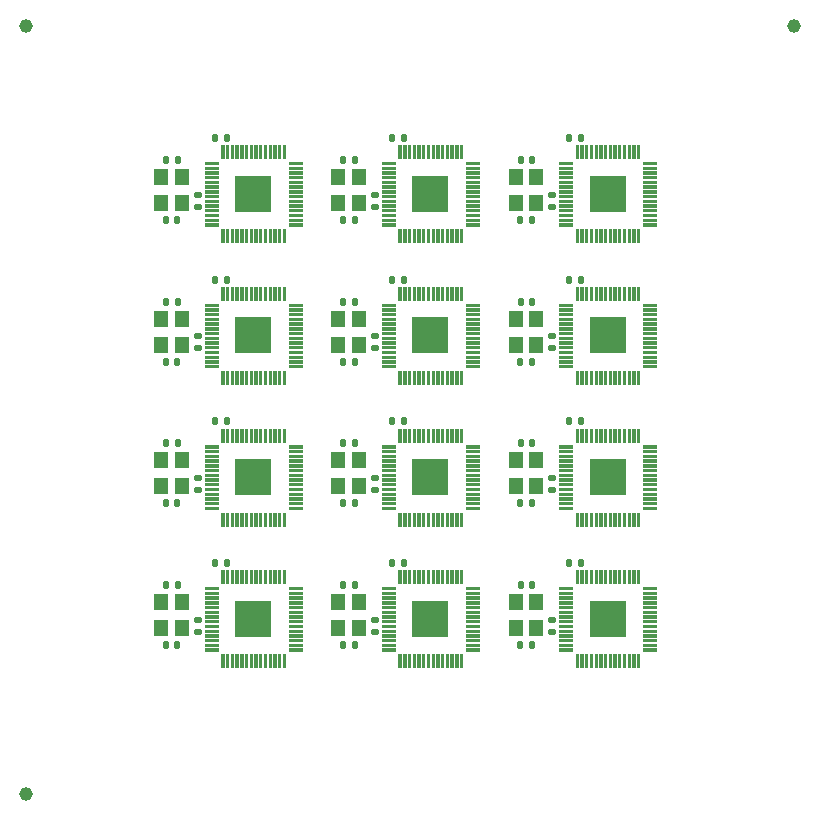
<source format=gtp>
G04 #@! TF.GenerationSoftware,KiCad,Pcbnew,7.0.2-6a45011f42~172~ubuntu22.04.1*
G04 #@! TF.CreationDate,2023-05-28T07:21:03+08:00*
G04 #@! TF.ProjectId,panel_4_3,70616e65-6c5f-4345-9f33-2e6b69636164,rev?*
G04 #@! TF.SameCoordinates,Original*
G04 #@! TF.FileFunction,Paste,Top*
G04 #@! TF.FilePolarity,Positive*
%FSLAX46Y46*%
G04 Gerber Fmt 4.6, Leading zero omitted, Abs format (unit mm)*
G04 Created by KiCad (PCBNEW 7.0.2-6a45011f42~172~ubuntu22.04.1) date 2023-05-28 07:21:03*
%MOMM*%
%LPD*%
G01*
G04 APERTURE LIST*
G04 Aperture macros list*
%AMRoundRect*
0 Rectangle with rounded corners*
0 $1 Rounding radius*
0 $2 $3 $4 $5 $6 $7 $8 $9 X,Y pos of 4 corners*
0 Add a 4 corners polygon primitive as box body*
4,1,4,$2,$3,$4,$5,$6,$7,$8,$9,$2,$3,0*
0 Add four circle primitives for the rounded corners*
1,1,$1+$1,$2,$3*
1,1,$1+$1,$4,$5*
1,1,$1+$1,$6,$7*
1,1,$1+$1,$8,$9*
0 Add four rect primitives between the rounded corners*
20,1,$1+$1,$2,$3,$4,$5,0*
20,1,$1+$1,$4,$5,$6,$7,0*
20,1,$1+$1,$6,$7,$8,$9,0*
20,1,$1+$1,$8,$9,$2,$3,0*%
G04 Aperture macros list end*
%ADD10C,0.120000*%
%ADD11R,1.200000X1.400000*%
%ADD12RoundRect,0.140000X-0.140000X-0.170000X0.140000X-0.170000X0.140000X0.170000X-0.140000X0.170000X0*%
%ADD13RoundRect,0.135000X-0.135000X-0.185000X0.135000X-0.185000X0.135000X0.185000X-0.135000X0.185000X0*%
%ADD14RoundRect,0.135000X0.185000X-0.135000X0.185000X0.135000X-0.185000X0.135000X-0.185000X-0.135000X0*%
%ADD15R,0.200000X1.100000*%
%ADD16R,1.100000X0.200000*%
%ADD17R,3.100000X3.100000*%
%ADD18C,1.152000*%
G04 APERTURE END LIST*
G04 #@! TO.C,U1*
D10*
X54405000Y-37705000D02*
X54205000Y-37705000D01*
X54205000Y-36605000D01*
X54405000Y-36605000D01*
X54405000Y-37705000D01*
G36*
X54405000Y-37705000D02*
G01*
X54205000Y-37705000D01*
X54205000Y-36605000D01*
X54405000Y-36605000D01*
X54405000Y-37705000D01*
G37*
X54005000Y-37705000D02*
X53805000Y-37705000D01*
X53805000Y-36605000D01*
X54005000Y-36605000D01*
X54005000Y-37705000D01*
G36*
X54005000Y-37705000D02*
G01*
X53805000Y-37705000D01*
X53805000Y-36605000D01*
X54005000Y-36605000D01*
X54005000Y-37705000D01*
G37*
X53605000Y-37705000D02*
X53405000Y-37705000D01*
X53405000Y-36605000D01*
X53605000Y-36605000D01*
X53605000Y-37705000D01*
G36*
X53605000Y-37705000D02*
G01*
X53405000Y-37705000D01*
X53405000Y-36605000D01*
X53605000Y-36605000D01*
X53605000Y-37705000D01*
G37*
X53205000Y-37705000D02*
X53005000Y-37705000D01*
X53005000Y-36605000D01*
X53205000Y-36605000D01*
X53205000Y-37705000D01*
G36*
X53205000Y-37705000D02*
G01*
X53005000Y-37705000D01*
X53005000Y-36605000D01*
X53205000Y-36605000D01*
X53205000Y-37705000D01*
G37*
X52805000Y-37705000D02*
X52605000Y-37705000D01*
X52605000Y-36605000D01*
X52805000Y-36605000D01*
X52805000Y-37705000D01*
G36*
X52805000Y-37705000D02*
G01*
X52605000Y-37705000D01*
X52605000Y-36605000D01*
X52805000Y-36605000D01*
X52805000Y-37705000D01*
G37*
X52405000Y-37705000D02*
X52205000Y-37705000D01*
X52205000Y-36605000D01*
X52405000Y-36605000D01*
X52405000Y-37705000D01*
G36*
X52405000Y-37705000D02*
G01*
X52205000Y-37705000D01*
X52205000Y-36605000D01*
X52405000Y-36605000D01*
X52405000Y-37705000D01*
G37*
X52005000Y-37705000D02*
X51805000Y-37705000D01*
X51805000Y-36605000D01*
X52005000Y-36605000D01*
X52005000Y-37705000D01*
G36*
X52005000Y-37705000D02*
G01*
X51805000Y-37705000D01*
X51805000Y-36605000D01*
X52005000Y-36605000D01*
X52005000Y-37705000D01*
G37*
X51205000Y-37705000D02*
X51005000Y-37705000D01*
X51005000Y-36605000D01*
X51205000Y-36605000D01*
X51205000Y-37705000D01*
G36*
X51205000Y-37705000D02*
G01*
X51005000Y-37705000D01*
X51005000Y-36605000D01*
X51205000Y-36605000D01*
X51205000Y-37705000D01*
G37*
X50805000Y-37705000D02*
X50605000Y-37705000D01*
X50605000Y-36605000D01*
X50805000Y-36605000D01*
X50805000Y-37705000D01*
G36*
X50805000Y-37705000D02*
G01*
X50605000Y-37705000D01*
X50605000Y-36605000D01*
X50805000Y-36605000D01*
X50805000Y-37705000D01*
G37*
X50405000Y-37705000D02*
X50205000Y-37705000D01*
X50205000Y-36605000D01*
X50405000Y-36605000D01*
X50405000Y-37705000D01*
G36*
X50405000Y-37705000D02*
G01*
X50205000Y-37705000D01*
X50205000Y-36605000D01*
X50405000Y-36605000D01*
X50405000Y-37705000D01*
G37*
X50005000Y-37705000D02*
X49805000Y-37705000D01*
X49805000Y-36605000D01*
X50005000Y-36605000D01*
X50005000Y-37705000D01*
G36*
X50005000Y-37705000D02*
G01*
X49805000Y-37705000D01*
X49805000Y-36605000D01*
X50005000Y-36605000D01*
X50005000Y-37705000D01*
G37*
X49605000Y-37705000D02*
X49405000Y-37705000D01*
X49405000Y-36605000D01*
X49605000Y-36605000D01*
X49605000Y-37705000D01*
G36*
X49605000Y-37705000D02*
G01*
X49405000Y-37705000D01*
X49405000Y-36605000D01*
X49605000Y-36605000D01*
X49605000Y-37705000D01*
G37*
X49205000Y-37705000D02*
X49005000Y-37705000D01*
X49005000Y-36605000D01*
X49205000Y-36605000D01*
X49205000Y-37705000D01*
G36*
X49205000Y-37705000D02*
G01*
X49005000Y-37705000D01*
X49005000Y-36605000D01*
X49205000Y-36605000D01*
X49205000Y-37705000D01*
G37*
X51605000Y-37705000D02*
X51405000Y-37705000D01*
X51405000Y-36605000D01*
X51605000Y-36605000D01*
X51605000Y-37705000D01*
G36*
X51605000Y-37705000D02*
G01*
X51405000Y-37705000D01*
X51405000Y-36605000D01*
X51605000Y-36605000D01*
X51605000Y-37705000D01*
G37*
X55805000Y-38205000D02*
X54705000Y-38205000D01*
X54705000Y-38005000D01*
X55805000Y-38005000D01*
X55805000Y-38205000D01*
G36*
X55805000Y-38205000D02*
G01*
X54705000Y-38205000D01*
X54705000Y-38005000D01*
X55805000Y-38005000D01*
X55805000Y-38205000D01*
G37*
X48705000Y-38205000D02*
X47605000Y-38205000D01*
X47605000Y-38005000D01*
X48705000Y-38005000D01*
X48705000Y-38205000D01*
G36*
X48705000Y-38205000D02*
G01*
X47605000Y-38205000D01*
X47605000Y-38005000D01*
X48705000Y-38005000D01*
X48705000Y-38205000D01*
G37*
X55805000Y-38605000D02*
X54705000Y-38605000D01*
X54705000Y-38405000D01*
X55805000Y-38405000D01*
X55805000Y-38605000D01*
G36*
X55805000Y-38605000D02*
G01*
X54705000Y-38605000D01*
X54705000Y-38405000D01*
X55805000Y-38405000D01*
X55805000Y-38605000D01*
G37*
X48705000Y-38605000D02*
X47605000Y-38605000D01*
X47605000Y-38405000D01*
X48705000Y-38405000D01*
X48705000Y-38605000D01*
G36*
X48705000Y-38605000D02*
G01*
X47605000Y-38605000D01*
X47605000Y-38405000D01*
X48705000Y-38405000D01*
X48705000Y-38605000D01*
G37*
X48705000Y-39005000D02*
X47605000Y-39005000D01*
X47605000Y-38805000D01*
X48705000Y-38805000D01*
X48705000Y-39005000D01*
G36*
X48705000Y-39005000D02*
G01*
X47605000Y-39005000D01*
X47605000Y-38805000D01*
X48705000Y-38805000D01*
X48705000Y-39005000D01*
G37*
X55805000Y-39005000D02*
X54705000Y-39005000D01*
X54705000Y-38805000D01*
X55805000Y-38805000D01*
X55805000Y-39005000D01*
G36*
X55805000Y-39005000D02*
G01*
X54705000Y-39005000D01*
X54705000Y-38805000D01*
X55805000Y-38805000D01*
X55805000Y-39005000D01*
G37*
X48705000Y-39405000D02*
X47605000Y-39405000D01*
X47605000Y-39205000D01*
X48705000Y-39205000D01*
X48705000Y-39405000D01*
G36*
X48705000Y-39405000D02*
G01*
X47605000Y-39405000D01*
X47605000Y-39205000D01*
X48705000Y-39205000D01*
X48705000Y-39405000D01*
G37*
X55805000Y-39405000D02*
X54705000Y-39405000D01*
X54705000Y-39205000D01*
X55805000Y-39205000D01*
X55805000Y-39405000D01*
G36*
X55805000Y-39405000D02*
G01*
X54705000Y-39405000D01*
X54705000Y-39205000D01*
X55805000Y-39205000D01*
X55805000Y-39405000D01*
G37*
X52945000Y-41945000D02*
X50465000Y-41945000D01*
X50465000Y-39465000D01*
X52945000Y-39465000D01*
X52945000Y-41945000D01*
G36*
X52945000Y-41945000D02*
G01*
X50465000Y-41945000D01*
X50465000Y-39465000D01*
X52945000Y-39465000D01*
X52945000Y-41945000D01*
G37*
X55805000Y-39805000D02*
X54705000Y-39805000D01*
X54705000Y-39605000D01*
X55805000Y-39605000D01*
X55805000Y-39805000D01*
G36*
X55805000Y-39805000D02*
G01*
X54705000Y-39805000D01*
X54705000Y-39605000D01*
X55805000Y-39605000D01*
X55805000Y-39805000D01*
G37*
X48705000Y-39805000D02*
X47605000Y-39805000D01*
X47605000Y-39605000D01*
X48705000Y-39605000D01*
X48705000Y-39805000D01*
G36*
X48705000Y-39805000D02*
G01*
X47605000Y-39805000D01*
X47605000Y-39605000D01*
X48705000Y-39605000D01*
X48705000Y-39805000D01*
G37*
X48705000Y-40205000D02*
X47605000Y-40205000D01*
X47605000Y-40005000D01*
X48705000Y-40005000D01*
X48705000Y-40205000D01*
G36*
X48705000Y-40205000D02*
G01*
X47605000Y-40205000D01*
X47605000Y-40005000D01*
X48705000Y-40005000D01*
X48705000Y-40205000D01*
G37*
X55805000Y-40205000D02*
X54705000Y-40205000D01*
X54705000Y-40005000D01*
X55805000Y-40005000D01*
X55805000Y-40205000D01*
G36*
X55805000Y-40205000D02*
G01*
X54705000Y-40205000D01*
X54705000Y-40005000D01*
X55805000Y-40005000D01*
X55805000Y-40205000D01*
G37*
X48705000Y-40605000D02*
X47605000Y-40605000D01*
X47605000Y-40405000D01*
X48705000Y-40405000D01*
X48705000Y-40605000D01*
G36*
X48705000Y-40605000D02*
G01*
X47605000Y-40605000D01*
X47605000Y-40405000D01*
X48705000Y-40405000D01*
X48705000Y-40605000D01*
G37*
X55805000Y-40605000D02*
X54705000Y-40605000D01*
X54705000Y-40405000D01*
X55805000Y-40405000D01*
X55805000Y-40605000D01*
G36*
X55805000Y-40605000D02*
G01*
X54705000Y-40605000D01*
X54705000Y-40405000D01*
X55805000Y-40405000D01*
X55805000Y-40605000D01*
G37*
X55805000Y-41005000D02*
X54705000Y-41005000D01*
X54705000Y-40805000D01*
X55805000Y-40805000D01*
X55805000Y-41005000D01*
G36*
X55805000Y-41005000D02*
G01*
X54705000Y-41005000D01*
X54705000Y-40805000D01*
X55805000Y-40805000D01*
X55805000Y-41005000D01*
G37*
X48705000Y-41005000D02*
X47605000Y-41005000D01*
X47605000Y-40805000D01*
X48705000Y-40805000D01*
X48705000Y-41005000D01*
G36*
X48705000Y-41005000D02*
G01*
X47605000Y-41005000D01*
X47605000Y-40805000D01*
X48705000Y-40805000D01*
X48705000Y-41005000D01*
G37*
X55805000Y-41405000D02*
X54705000Y-41405000D01*
X54705000Y-41205000D01*
X55805000Y-41205000D01*
X55805000Y-41405000D01*
G36*
X55805000Y-41405000D02*
G01*
X54705000Y-41405000D01*
X54705000Y-41205000D01*
X55805000Y-41205000D01*
X55805000Y-41405000D01*
G37*
X48705000Y-41405000D02*
X47605000Y-41405000D01*
X47605000Y-41205000D01*
X48705000Y-41205000D01*
X48705000Y-41405000D01*
G36*
X48705000Y-41405000D02*
G01*
X47605000Y-41405000D01*
X47605000Y-41205000D01*
X48705000Y-41205000D01*
X48705000Y-41405000D01*
G37*
X48705000Y-41805000D02*
X47605000Y-41805000D01*
X47605000Y-41605000D01*
X48705000Y-41605000D01*
X48705000Y-41805000D01*
G36*
X48705000Y-41805000D02*
G01*
X47605000Y-41805000D01*
X47605000Y-41605000D01*
X48705000Y-41605000D01*
X48705000Y-41805000D01*
G37*
X55805000Y-41805000D02*
X54705000Y-41805000D01*
X54705000Y-41605000D01*
X55805000Y-41605000D01*
X55805000Y-41805000D01*
G36*
X55805000Y-41805000D02*
G01*
X54705000Y-41805000D01*
X54705000Y-41605000D01*
X55805000Y-41605000D01*
X55805000Y-41805000D01*
G37*
X48705000Y-42205000D02*
X47605000Y-42205000D01*
X47605000Y-42005000D01*
X48705000Y-42005000D01*
X48705000Y-42205000D01*
G36*
X48705000Y-42205000D02*
G01*
X47605000Y-42205000D01*
X47605000Y-42005000D01*
X48705000Y-42005000D01*
X48705000Y-42205000D01*
G37*
X55805000Y-42205000D02*
X54705000Y-42205000D01*
X54705000Y-42005000D01*
X55805000Y-42005000D01*
X55805000Y-42205000D01*
G36*
X55805000Y-42205000D02*
G01*
X54705000Y-42205000D01*
X54705000Y-42005000D01*
X55805000Y-42005000D01*
X55805000Y-42205000D01*
G37*
X48705000Y-42605000D02*
X47605000Y-42605000D01*
X47605000Y-42405000D01*
X48705000Y-42405000D01*
X48705000Y-42605000D01*
G36*
X48705000Y-42605000D02*
G01*
X47605000Y-42605000D01*
X47605000Y-42405000D01*
X48705000Y-42405000D01*
X48705000Y-42605000D01*
G37*
X55805000Y-42605000D02*
X54705000Y-42605000D01*
X54705000Y-42405000D01*
X55805000Y-42405000D01*
X55805000Y-42605000D01*
G36*
X55805000Y-42605000D02*
G01*
X54705000Y-42605000D01*
X54705000Y-42405000D01*
X55805000Y-42405000D01*
X55805000Y-42605000D01*
G37*
X55805000Y-43005000D02*
X54705000Y-43005000D01*
X54705000Y-42805000D01*
X55805000Y-42805000D01*
X55805000Y-43005000D01*
G36*
X55805000Y-43005000D02*
G01*
X54705000Y-43005000D01*
X54705000Y-42805000D01*
X55805000Y-42805000D01*
X55805000Y-43005000D01*
G37*
X48705000Y-43005000D02*
X47605000Y-43005000D01*
X47605000Y-42805000D01*
X48705000Y-42805000D01*
X48705000Y-43005000D01*
G36*
X48705000Y-43005000D02*
G01*
X47605000Y-43005000D01*
X47605000Y-42805000D01*
X48705000Y-42805000D01*
X48705000Y-43005000D01*
G37*
X55805000Y-43405000D02*
X54705000Y-43405000D01*
X54705000Y-43205000D01*
X55805000Y-43205000D01*
X55805000Y-43405000D01*
G36*
X55805000Y-43405000D02*
G01*
X54705000Y-43405000D01*
X54705000Y-43205000D01*
X55805000Y-43205000D01*
X55805000Y-43405000D01*
G37*
X48705000Y-43405000D02*
X47605000Y-43405000D01*
X47605000Y-43205000D01*
X48705000Y-43205000D01*
X48705000Y-43405000D01*
G36*
X48705000Y-43405000D02*
G01*
X47605000Y-43405000D01*
X47605000Y-43205000D01*
X48705000Y-43205000D01*
X48705000Y-43405000D01*
G37*
X52005000Y-44805000D02*
X51805000Y-44805000D01*
X51805000Y-43705000D01*
X52005000Y-43705000D01*
X52005000Y-44805000D01*
G36*
X52005000Y-44805000D02*
G01*
X51805000Y-44805000D01*
X51805000Y-43705000D01*
X52005000Y-43705000D01*
X52005000Y-44805000D01*
G37*
X49205000Y-44805000D02*
X49005000Y-44805000D01*
X49005000Y-43705000D01*
X49205000Y-43705000D01*
X49205000Y-44805000D01*
G36*
X49205000Y-44805000D02*
G01*
X49005000Y-44805000D01*
X49005000Y-43705000D01*
X49205000Y-43705000D01*
X49205000Y-44805000D01*
G37*
X54405000Y-44805000D02*
X54205000Y-44805000D01*
X54205000Y-43705000D01*
X54405000Y-43705000D01*
X54405000Y-44805000D01*
G36*
X54405000Y-44805000D02*
G01*
X54205000Y-44805000D01*
X54205000Y-43705000D01*
X54405000Y-43705000D01*
X54405000Y-44805000D01*
G37*
X54005000Y-44805000D02*
X53805000Y-44805000D01*
X53805000Y-43705000D01*
X54005000Y-43705000D01*
X54005000Y-44805000D01*
G36*
X54005000Y-44805000D02*
G01*
X53805000Y-44805000D01*
X53805000Y-43705000D01*
X54005000Y-43705000D01*
X54005000Y-44805000D01*
G37*
X53605000Y-44805000D02*
X53405000Y-44805000D01*
X53405000Y-43705000D01*
X53605000Y-43705000D01*
X53605000Y-44805000D01*
G36*
X53605000Y-44805000D02*
G01*
X53405000Y-44805000D01*
X53405000Y-43705000D01*
X53605000Y-43705000D01*
X53605000Y-44805000D01*
G37*
X53205000Y-44805000D02*
X53005000Y-44805000D01*
X53005000Y-43705000D01*
X53205000Y-43705000D01*
X53205000Y-44805000D01*
G36*
X53205000Y-44805000D02*
G01*
X53005000Y-44805000D01*
X53005000Y-43705000D01*
X53205000Y-43705000D01*
X53205000Y-44805000D01*
G37*
X52805000Y-44805000D02*
X52605000Y-44805000D01*
X52605000Y-43705000D01*
X52805000Y-43705000D01*
X52805000Y-44805000D01*
G36*
X52805000Y-44805000D02*
G01*
X52605000Y-44805000D01*
X52605000Y-43705000D01*
X52805000Y-43705000D01*
X52805000Y-44805000D01*
G37*
X52405000Y-44805000D02*
X52205000Y-44805000D01*
X52205000Y-43705000D01*
X52405000Y-43705000D01*
X52405000Y-44805000D01*
G36*
X52405000Y-44805000D02*
G01*
X52205000Y-44805000D01*
X52205000Y-43705000D01*
X52405000Y-43705000D01*
X52405000Y-44805000D01*
G37*
X51605000Y-44805000D02*
X51405000Y-44805000D01*
X51405000Y-43705000D01*
X51605000Y-43705000D01*
X51605000Y-44805000D01*
G36*
X51605000Y-44805000D02*
G01*
X51405000Y-44805000D01*
X51405000Y-43705000D01*
X51605000Y-43705000D01*
X51605000Y-44805000D01*
G37*
X51205000Y-44805000D02*
X51005000Y-44805000D01*
X51005000Y-43705000D01*
X51205000Y-43705000D01*
X51205000Y-44805000D01*
G36*
X51205000Y-44805000D02*
G01*
X51005000Y-44805000D01*
X51005000Y-43705000D01*
X51205000Y-43705000D01*
X51205000Y-44805000D01*
G37*
X50805000Y-44805000D02*
X50605000Y-44805000D01*
X50605000Y-43705000D01*
X50805000Y-43705000D01*
X50805000Y-44805000D01*
G36*
X50805000Y-44805000D02*
G01*
X50605000Y-44805000D01*
X50605000Y-43705000D01*
X50805000Y-43705000D01*
X50805000Y-44805000D01*
G37*
X50405000Y-44805000D02*
X50205000Y-44805000D01*
X50205000Y-43705000D01*
X50405000Y-43705000D01*
X50405000Y-44805000D01*
G36*
X50405000Y-44805000D02*
G01*
X50205000Y-44805000D01*
X50205000Y-43705000D01*
X50405000Y-43705000D01*
X50405000Y-44805000D01*
G37*
X50005000Y-44805000D02*
X49805000Y-44805000D01*
X49805000Y-43705000D01*
X50005000Y-43705000D01*
X50005000Y-44805000D01*
G36*
X50005000Y-44805000D02*
G01*
X49805000Y-44805000D01*
X49805000Y-43705000D01*
X50005000Y-43705000D01*
X50005000Y-44805000D01*
G37*
X49605000Y-44805000D02*
X49405000Y-44805000D01*
X49405000Y-43705000D01*
X49605000Y-43705000D01*
X49605000Y-44805000D01*
G36*
X49605000Y-44805000D02*
G01*
X49405000Y-44805000D01*
X49405000Y-43705000D01*
X49605000Y-43705000D01*
X49605000Y-44805000D01*
G37*
X39405000Y-49705000D02*
X39205000Y-49705000D01*
X39205000Y-48605000D01*
X39405000Y-48605000D01*
X39405000Y-49705000D01*
G36*
X39405000Y-49705000D02*
G01*
X39205000Y-49705000D01*
X39205000Y-48605000D01*
X39405000Y-48605000D01*
X39405000Y-49705000D01*
G37*
X39005000Y-49705000D02*
X38805000Y-49705000D01*
X38805000Y-48605000D01*
X39005000Y-48605000D01*
X39005000Y-49705000D01*
G36*
X39005000Y-49705000D02*
G01*
X38805000Y-49705000D01*
X38805000Y-48605000D01*
X39005000Y-48605000D01*
X39005000Y-49705000D01*
G37*
X38605000Y-49705000D02*
X38405000Y-49705000D01*
X38405000Y-48605000D01*
X38605000Y-48605000D01*
X38605000Y-49705000D01*
G36*
X38605000Y-49705000D02*
G01*
X38405000Y-49705000D01*
X38405000Y-48605000D01*
X38605000Y-48605000D01*
X38605000Y-49705000D01*
G37*
X38205000Y-49705000D02*
X38005000Y-49705000D01*
X38005000Y-48605000D01*
X38205000Y-48605000D01*
X38205000Y-49705000D01*
G36*
X38205000Y-49705000D02*
G01*
X38005000Y-49705000D01*
X38005000Y-48605000D01*
X38205000Y-48605000D01*
X38205000Y-49705000D01*
G37*
X37805000Y-49705000D02*
X37605000Y-49705000D01*
X37605000Y-48605000D01*
X37805000Y-48605000D01*
X37805000Y-49705000D01*
G36*
X37805000Y-49705000D02*
G01*
X37605000Y-49705000D01*
X37605000Y-48605000D01*
X37805000Y-48605000D01*
X37805000Y-49705000D01*
G37*
X37405000Y-49705000D02*
X37205000Y-49705000D01*
X37205000Y-48605000D01*
X37405000Y-48605000D01*
X37405000Y-49705000D01*
G36*
X37405000Y-49705000D02*
G01*
X37205000Y-49705000D01*
X37205000Y-48605000D01*
X37405000Y-48605000D01*
X37405000Y-49705000D01*
G37*
X37005000Y-49705000D02*
X36805000Y-49705000D01*
X36805000Y-48605000D01*
X37005000Y-48605000D01*
X37005000Y-49705000D01*
G36*
X37005000Y-49705000D02*
G01*
X36805000Y-49705000D01*
X36805000Y-48605000D01*
X37005000Y-48605000D01*
X37005000Y-49705000D01*
G37*
X36205000Y-49705000D02*
X36005000Y-49705000D01*
X36005000Y-48605000D01*
X36205000Y-48605000D01*
X36205000Y-49705000D01*
G36*
X36205000Y-49705000D02*
G01*
X36005000Y-49705000D01*
X36005000Y-48605000D01*
X36205000Y-48605000D01*
X36205000Y-49705000D01*
G37*
X35805000Y-49705000D02*
X35605000Y-49705000D01*
X35605000Y-48605000D01*
X35805000Y-48605000D01*
X35805000Y-49705000D01*
G36*
X35805000Y-49705000D02*
G01*
X35605000Y-49705000D01*
X35605000Y-48605000D01*
X35805000Y-48605000D01*
X35805000Y-49705000D01*
G37*
X35405000Y-49705000D02*
X35205000Y-49705000D01*
X35205000Y-48605000D01*
X35405000Y-48605000D01*
X35405000Y-49705000D01*
G36*
X35405000Y-49705000D02*
G01*
X35205000Y-49705000D01*
X35205000Y-48605000D01*
X35405000Y-48605000D01*
X35405000Y-49705000D01*
G37*
X35005000Y-49705000D02*
X34805000Y-49705000D01*
X34805000Y-48605000D01*
X35005000Y-48605000D01*
X35005000Y-49705000D01*
G36*
X35005000Y-49705000D02*
G01*
X34805000Y-49705000D01*
X34805000Y-48605000D01*
X35005000Y-48605000D01*
X35005000Y-49705000D01*
G37*
X34605000Y-49705000D02*
X34405000Y-49705000D01*
X34405000Y-48605000D01*
X34605000Y-48605000D01*
X34605000Y-49705000D01*
G36*
X34605000Y-49705000D02*
G01*
X34405000Y-49705000D01*
X34405000Y-48605000D01*
X34605000Y-48605000D01*
X34605000Y-49705000D01*
G37*
X34205000Y-49705000D02*
X34005000Y-49705000D01*
X34005000Y-48605000D01*
X34205000Y-48605000D01*
X34205000Y-49705000D01*
G36*
X34205000Y-49705000D02*
G01*
X34005000Y-49705000D01*
X34005000Y-48605000D01*
X34205000Y-48605000D01*
X34205000Y-49705000D01*
G37*
X36605000Y-49705000D02*
X36405000Y-49705000D01*
X36405000Y-48605000D01*
X36605000Y-48605000D01*
X36605000Y-49705000D01*
G36*
X36605000Y-49705000D02*
G01*
X36405000Y-49705000D01*
X36405000Y-48605000D01*
X36605000Y-48605000D01*
X36605000Y-49705000D01*
G37*
X40805000Y-50205000D02*
X39705000Y-50205000D01*
X39705000Y-50005000D01*
X40805000Y-50005000D01*
X40805000Y-50205000D01*
G36*
X40805000Y-50205000D02*
G01*
X39705000Y-50205000D01*
X39705000Y-50005000D01*
X40805000Y-50005000D01*
X40805000Y-50205000D01*
G37*
X33705000Y-50205000D02*
X32605000Y-50205000D01*
X32605000Y-50005000D01*
X33705000Y-50005000D01*
X33705000Y-50205000D01*
G36*
X33705000Y-50205000D02*
G01*
X32605000Y-50205000D01*
X32605000Y-50005000D01*
X33705000Y-50005000D01*
X33705000Y-50205000D01*
G37*
X40805000Y-50605000D02*
X39705000Y-50605000D01*
X39705000Y-50405000D01*
X40805000Y-50405000D01*
X40805000Y-50605000D01*
G36*
X40805000Y-50605000D02*
G01*
X39705000Y-50605000D01*
X39705000Y-50405000D01*
X40805000Y-50405000D01*
X40805000Y-50605000D01*
G37*
X33705000Y-50605000D02*
X32605000Y-50605000D01*
X32605000Y-50405000D01*
X33705000Y-50405000D01*
X33705000Y-50605000D01*
G36*
X33705000Y-50605000D02*
G01*
X32605000Y-50605000D01*
X32605000Y-50405000D01*
X33705000Y-50405000D01*
X33705000Y-50605000D01*
G37*
X33705000Y-51005000D02*
X32605000Y-51005000D01*
X32605000Y-50805000D01*
X33705000Y-50805000D01*
X33705000Y-51005000D01*
G36*
X33705000Y-51005000D02*
G01*
X32605000Y-51005000D01*
X32605000Y-50805000D01*
X33705000Y-50805000D01*
X33705000Y-51005000D01*
G37*
X40805000Y-51005000D02*
X39705000Y-51005000D01*
X39705000Y-50805000D01*
X40805000Y-50805000D01*
X40805000Y-51005000D01*
G36*
X40805000Y-51005000D02*
G01*
X39705000Y-51005000D01*
X39705000Y-50805000D01*
X40805000Y-50805000D01*
X40805000Y-51005000D01*
G37*
X33705000Y-51405000D02*
X32605000Y-51405000D01*
X32605000Y-51205000D01*
X33705000Y-51205000D01*
X33705000Y-51405000D01*
G36*
X33705000Y-51405000D02*
G01*
X32605000Y-51405000D01*
X32605000Y-51205000D01*
X33705000Y-51205000D01*
X33705000Y-51405000D01*
G37*
X40805000Y-51405000D02*
X39705000Y-51405000D01*
X39705000Y-51205000D01*
X40805000Y-51205000D01*
X40805000Y-51405000D01*
G36*
X40805000Y-51405000D02*
G01*
X39705000Y-51405000D01*
X39705000Y-51205000D01*
X40805000Y-51205000D01*
X40805000Y-51405000D01*
G37*
X37945000Y-53945000D02*
X35465000Y-53945000D01*
X35465000Y-51465000D01*
X37945000Y-51465000D01*
X37945000Y-53945000D01*
G36*
X37945000Y-53945000D02*
G01*
X35465000Y-53945000D01*
X35465000Y-51465000D01*
X37945000Y-51465000D01*
X37945000Y-53945000D01*
G37*
X40805000Y-51805000D02*
X39705000Y-51805000D01*
X39705000Y-51605000D01*
X40805000Y-51605000D01*
X40805000Y-51805000D01*
G36*
X40805000Y-51805000D02*
G01*
X39705000Y-51805000D01*
X39705000Y-51605000D01*
X40805000Y-51605000D01*
X40805000Y-51805000D01*
G37*
X33705000Y-51805000D02*
X32605000Y-51805000D01*
X32605000Y-51605000D01*
X33705000Y-51605000D01*
X33705000Y-51805000D01*
G36*
X33705000Y-51805000D02*
G01*
X32605000Y-51805000D01*
X32605000Y-51605000D01*
X33705000Y-51605000D01*
X33705000Y-51805000D01*
G37*
X33705000Y-52205000D02*
X32605000Y-52205000D01*
X32605000Y-52005000D01*
X33705000Y-52005000D01*
X33705000Y-52205000D01*
G36*
X33705000Y-52205000D02*
G01*
X32605000Y-52205000D01*
X32605000Y-52005000D01*
X33705000Y-52005000D01*
X33705000Y-52205000D01*
G37*
X40805000Y-52205000D02*
X39705000Y-52205000D01*
X39705000Y-52005000D01*
X40805000Y-52005000D01*
X40805000Y-52205000D01*
G36*
X40805000Y-52205000D02*
G01*
X39705000Y-52205000D01*
X39705000Y-52005000D01*
X40805000Y-52005000D01*
X40805000Y-52205000D01*
G37*
X33705000Y-52605000D02*
X32605000Y-52605000D01*
X32605000Y-52405000D01*
X33705000Y-52405000D01*
X33705000Y-52605000D01*
G36*
X33705000Y-52605000D02*
G01*
X32605000Y-52605000D01*
X32605000Y-52405000D01*
X33705000Y-52405000D01*
X33705000Y-52605000D01*
G37*
X40805000Y-52605000D02*
X39705000Y-52605000D01*
X39705000Y-52405000D01*
X40805000Y-52405000D01*
X40805000Y-52605000D01*
G36*
X40805000Y-52605000D02*
G01*
X39705000Y-52605000D01*
X39705000Y-52405000D01*
X40805000Y-52405000D01*
X40805000Y-52605000D01*
G37*
X40805000Y-53005000D02*
X39705000Y-53005000D01*
X39705000Y-52805000D01*
X40805000Y-52805000D01*
X40805000Y-53005000D01*
G36*
X40805000Y-53005000D02*
G01*
X39705000Y-53005000D01*
X39705000Y-52805000D01*
X40805000Y-52805000D01*
X40805000Y-53005000D01*
G37*
X33705000Y-53005000D02*
X32605000Y-53005000D01*
X32605000Y-52805000D01*
X33705000Y-52805000D01*
X33705000Y-53005000D01*
G36*
X33705000Y-53005000D02*
G01*
X32605000Y-53005000D01*
X32605000Y-52805000D01*
X33705000Y-52805000D01*
X33705000Y-53005000D01*
G37*
X40805000Y-53405000D02*
X39705000Y-53405000D01*
X39705000Y-53205000D01*
X40805000Y-53205000D01*
X40805000Y-53405000D01*
G36*
X40805000Y-53405000D02*
G01*
X39705000Y-53405000D01*
X39705000Y-53205000D01*
X40805000Y-53205000D01*
X40805000Y-53405000D01*
G37*
X33705000Y-53405000D02*
X32605000Y-53405000D01*
X32605000Y-53205000D01*
X33705000Y-53205000D01*
X33705000Y-53405000D01*
G36*
X33705000Y-53405000D02*
G01*
X32605000Y-53405000D01*
X32605000Y-53205000D01*
X33705000Y-53205000D01*
X33705000Y-53405000D01*
G37*
X33705000Y-53805000D02*
X32605000Y-53805000D01*
X32605000Y-53605000D01*
X33705000Y-53605000D01*
X33705000Y-53805000D01*
G36*
X33705000Y-53805000D02*
G01*
X32605000Y-53805000D01*
X32605000Y-53605000D01*
X33705000Y-53605000D01*
X33705000Y-53805000D01*
G37*
X40805000Y-53805000D02*
X39705000Y-53805000D01*
X39705000Y-53605000D01*
X40805000Y-53605000D01*
X40805000Y-53805000D01*
G36*
X40805000Y-53805000D02*
G01*
X39705000Y-53805000D01*
X39705000Y-53605000D01*
X40805000Y-53605000D01*
X40805000Y-53805000D01*
G37*
X33705000Y-54205000D02*
X32605000Y-54205000D01*
X32605000Y-54005000D01*
X33705000Y-54005000D01*
X33705000Y-54205000D01*
G36*
X33705000Y-54205000D02*
G01*
X32605000Y-54205000D01*
X32605000Y-54005000D01*
X33705000Y-54005000D01*
X33705000Y-54205000D01*
G37*
X40805000Y-54205000D02*
X39705000Y-54205000D01*
X39705000Y-54005000D01*
X40805000Y-54005000D01*
X40805000Y-54205000D01*
G36*
X40805000Y-54205000D02*
G01*
X39705000Y-54205000D01*
X39705000Y-54005000D01*
X40805000Y-54005000D01*
X40805000Y-54205000D01*
G37*
X33705000Y-54605000D02*
X32605000Y-54605000D01*
X32605000Y-54405000D01*
X33705000Y-54405000D01*
X33705000Y-54605000D01*
G36*
X33705000Y-54605000D02*
G01*
X32605000Y-54605000D01*
X32605000Y-54405000D01*
X33705000Y-54405000D01*
X33705000Y-54605000D01*
G37*
X40805000Y-54605000D02*
X39705000Y-54605000D01*
X39705000Y-54405000D01*
X40805000Y-54405000D01*
X40805000Y-54605000D01*
G36*
X40805000Y-54605000D02*
G01*
X39705000Y-54605000D01*
X39705000Y-54405000D01*
X40805000Y-54405000D01*
X40805000Y-54605000D01*
G37*
X40805000Y-55005000D02*
X39705000Y-55005000D01*
X39705000Y-54805000D01*
X40805000Y-54805000D01*
X40805000Y-55005000D01*
G36*
X40805000Y-55005000D02*
G01*
X39705000Y-55005000D01*
X39705000Y-54805000D01*
X40805000Y-54805000D01*
X40805000Y-55005000D01*
G37*
X33705000Y-55005000D02*
X32605000Y-55005000D01*
X32605000Y-54805000D01*
X33705000Y-54805000D01*
X33705000Y-55005000D01*
G36*
X33705000Y-55005000D02*
G01*
X32605000Y-55005000D01*
X32605000Y-54805000D01*
X33705000Y-54805000D01*
X33705000Y-55005000D01*
G37*
X40805000Y-55405000D02*
X39705000Y-55405000D01*
X39705000Y-55205000D01*
X40805000Y-55205000D01*
X40805000Y-55405000D01*
G36*
X40805000Y-55405000D02*
G01*
X39705000Y-55405000D01*
X39705000Y-55205000D01*
X40805000Y-55205000D01*
X40805000Y-55405000D01*
G37*
X33705000Y-55405000D02*
X32605000Y-55405000D01*
X32605000Y-55205000D01*
X33705000Y-55205000D01*
X33705000Y-55405000D01*
G36*
X33705000Y-55405000D02*
G01*
X32605000Y-55405000D01*
X32605000Y-55205000D01*
X33705000Y-55205000D01*
X33705000Y-55405000D01*
G37*
X37005000Y-56805000D02*
X36805000Y-56805000D01*
X36805000Y-55705000D01*
X37005000Y-55705000D01*
X37005000Y-56805000D01*
G36*
X37005000Y-56805000D02*
G01*
X36805000Y-56805000D01*
X36805000Y-55705000D01*
X37005000Y-55705000D01*
X37005000Y-56805000D01*
G37*
X34205000Y-56805000D02*
X34005000Y-56805000D01*
X34005000Y-55705000D01*
X34205000Y-55705000D01*
X34205000Y-56805000D01*
G36*
X34205000Y-56805000D02*
G01*
X34005000Y-56805000D01*
X34005000Y-55705000D01*
X34205000Y-55705000D01*
X34205000Y-56805000D01*
G37*
X39405000Y-56805000D02*
X39205000Y-56805000D01*
X39205000Y-55705000D01*
X39405000Y-55705000D01*
X39405000Y-56805000D01*
G36*
X39405000Y-56805000D02*
G01*
X39205000Y-56805000D01*
X39205000Y-55705000D01*
X39405000Y-55705000D01*
X39405000Y-56805000D01*
G37*
X39005000Y-56805000D02*
X38805000Y-56805000D01*
X38805000Y-55705000D01*
X39005000Y-55705000D01*
X39005000Y-56805000D01*
G36*
X39005000Y-56805000D02*
G01*
X38805000Y-56805000D01*
X38805000Y-55705000D01*
X39005000Y-55705000D01*
X39005000Y-56805000D01*
G37*
X38605000Y-56805000D02*
X38405000Y-56805000D01*
X38405000Y-55705000D01*
X38605000Y-55705000D01*
X38605000Y-56805000D01*
G36*
X38605000Y-56805000D02*
G01*
X38405000Y-56805000D01*
X38405000Y-55705000D01*
X38605000Y-55705000D01*
X38605000Y-56805000D01*
G37*
X38205000Y-56805000D02*
X38005000Y-56805000D01*
X38005000Y-55705000D01*
X38205000Y-55705000D01*
X38205000Y-56805000D01*
G36*
X38205000Y-56805000D02*
G01*
X38005000Y-56805000D01*
X38005000Y-55705000D01*
X38205000Y-55705000D01*
X38205000Y-56805000D01*
G37*
X37805000Y-56805000D02*
X37605000Y-56805000D01*
X37605000Y-55705000D01*
X37805000Y-55705000D01*
X37805000Y-56805000D01*
G36*
X37805000Y-56805000D02*
G01*
X37605000Y-56805000D01*
X37605000Y-55705000D01*
X37805000Y-55705000D01*
X37805000Y-56805000D01*
G37*
X37405000Y-56805000D02*
X37205000Y-56805000D01*
X37205000Y-55705000D01*
X37405000Y-55705000D01*
X37405000Y-56805000D01*
G36*
X37405000Y-56805000D02*
G01*
X37205000Y-56805000D01*
X37205000Y-55705000D01*
X37405000Y-55705000D01*
X37405000Y-56805000D01*
G37*
X36605000Y-56805000D02*
X36405000Y-56805000D01*
X36405000Y-55705000D01*
X36605000Y-55705000D01*
X36605000Y-56805000D01*
G36*
X36605000Y-56805000D02*
G01*
X36405000Y-56805000D01*
X36405000Y-55705000D01*
X36605000Y-55705000D01*
X36605000Y-56805000D01*
G37*
X36205000Y-56805000D02*
X36005000Y-56805000D01*
X36005000Y-55705000D01*
X36205000Y-55705000D01*
X36205000Y-56805000D01*
G36*
X36205000Y-56805000D02*
G01*
X36005000Y-56805000D01*
X36005000Y-55705000D01*
X36205000Y-55705000D01*
X36205000Y-56805000D01*
G37*
X35805000Y-56805000D02*
X35605000Y-56805000D01*
X35605000Y-55705000D01*
X35805000Y-55705000D01*
X35805000Y-56805000D01*
G36*
X35805000Y-56805000D02*
G01*
X35605000Y-56805000D01*
X35605000Y-55705000D01*
X35805000Y-55705000D01*
X35805000Y-56805000D01*
G37*
X35405000Y-56805000D02*
X35205000Y-56805000D01*
X35205000Y-55705000D01*
X35405000Y-55705000D01*
X35405000Y-56805000D01*
G36*
X35405000Y-56805000D02*
G01*
X35205000Y-56805000D01*
X35205000Y-55705000D01*
X35405000Y-55705000D01*
X35405000Y-56805000D01*
G37*
X35005000Y-56805000D02*
X34805000Y-56805000D01*
X34805000Y-55705000D01*
X35005000Y-55705000D01*
X35005000Y-56805000D01*
G36*
X35005000Y-56805000D02*
G01*
X34805000Y-56805000D01*
X34805000Y-55705000D01*
X35005000Y-55705000D01*
X35005000Y-56805000D01*
G37*
X34605000Y-56805000D02*
X34405000Y-56805000D01*
X34405000Y-55705000D01*
X34605000Y-55705000D01*
X34605000Y-56805000D01*
G36*
X34605000Y-56805000D02*
G01*
X34405000Y-56805000D01*
X34405000Y-55705000D01*
X34605000Y-55705000D01*
X34605000Y-56805000D01*
G37*
X39405000Y-13705000D02*
X39205000Y-13705000D01*
X39205000Y-12605000D01*
X39405000Y-12605000D01*
X39405000Y-13705000D01*
G36*
X39405000Y-13705000D02*
G01*
X39205000Y-13705000D01*
X39205000Y-12605000D01*
X39405000Y-12605000D01*
X39405000Y-13705000D01*
G37*
X39005000Y-13705000D02*
X38805000Y-13705000D01*
X38805000Y-12605000D01*
X39005000Y-12605000D01*
X39005000Y-13705000D01*
G36*
X39005000Y-13705000D02*
G01*
X38805000Y-13705000D01*
X38805000Y-12605000D01*
X39005000Y-12605000D01*
X39005000Y-13705000D01*
G37*
X38605000Y-13705000D02*
X38405000Y-13705000D01*
X38405000Y-12605000D01*
X38605000Y-12605000D01*
X38605000Y-13705000D01*
G36*
X38605000Y-13705000D02*
G01*
X38405000Y-13705000D01*
X38405000Y-12605000D01*
X38605000Y-12605000D01*
X38605000Y-13705000D01*
G37*
X38205000Y-13705000D02*
X38005000Y-13705000D01*
X38005000Y-12605000D01*
X38205000Y-12605000D01*
X38205000Y-13705000D01*
G36*
X38205000Y-13705000D02*
G01*
X38005000Y-13705000D01*
X38005000Y-12605000D01*
X38205000Y-12605000D01*
X38205000Y-13705000D01*
G37*
X37805000Y-13705000D02*
X37605000Y-13705000D01*
X37605000Y-12605000D01*
X37805000Y-12605000D01*
X37805000Y-13705000D01*
G36*
X37805000Y-13705000D02*
G01*
X37605000Y-13705000D01*
X37605000Y-12605000D01*
X37805000Y-12605000D01*
X37805000Y-13705000D01*
G37*
X37405000Y-13705000D02*
X37205000Y-13705000D01*
X37205000Y-12605000D01*
X37405000Y-12605000D01*
X37405000Y-13705000D01*
G36*
X37405000Y-13705000D02*
G01*
X37205000Y-13705000D01*
X37205000Y-12605000D01*
X37405000Y-12605000D01*
X37405000Y-13705000D01*
G37*
X37005000Y-13705000D02*
X36805000Y-13705000D01*
X36805000Y-12605000D01*
X37005000Y-12605000D01*
X37005000Y-13705000D01*
G36*
X37005000Y-13705000D02*
G01*
X36805000Y-13705000D01*
X36805000Y-12605000D01*
X37005000Y-12605000D01*
X37005000Y-13705000D01*
G37*
X36205000Y-13705000D02*
X36005000Y-13705000D01*
X36005000Y-12605000D01*
X36205000Y-12605000D01*
X36205000Y-13705000D01*
G36*
X36205000Y-13705000D02*
G01*
X36005000Y-13705000D01*
X36005000Y-12605000D01*
X36205000Y-12605000D01*
X36205000Y-13705000D01*
G37*
X35805000Y-13705000D02*
X35605000Y-13705000D01*
X35605000Y-12605000D01*
X35805000Y-12605000D01*
X35805000Y-13705000D01*
G36*
X35805000Y-13705000D02*
G01*
X35605000Y-13705000D01*
X35605000Y-12605000D01*
X35805000Y-12605000D01*
X35805000Y-13705000D01*
G37*
X35405000Y-13705000D02*
X35205000Y-13705000D01*
X35205000Y-12605000D01*
X35405000Y-12605000D01*
X35405000Y-13705000D01*
G36*
X35405000Y-13705000D02*
G01*
X35205000Y-13705000D01*
X35205000Y-12605000D01*
X35405000Y-12605000D01*
X35405000Y-13705000D01*
G37*
X35005000Y-13705000D02*
X34805000Y-13705000D01*
X34805000Y-12605000D01*
X35005000Y-12605000D01*
X35005000Y-13705000D01*
G36*
X35005000Y-13705000D02*
G01*
X34805000Y-13705000D01*
X34805000Y-12605000D01*
X35005000Y-12605000D01*
X35005000Y-13705000D01*
G37*
X34605000Y-13705000D02*
X34405000Y-13705000D01*
X34405000Y-12605000D01*
X34605000Y-12605000D01*
X34605000Y-13705000D01*
G36*
X34605000Y-13705000D02*
G01*
X34405000Y-13705000D01*
X34405000Y-12605000D01*
X34605000Y-12605000D01*
X34605000Y-13705000D01*
G37*
X34205000Y-13705000D02*
X34005000Y-13705000D01*
X34005000Y-12605000D01*
X34205000Y-12605000D01*
X34205000Y-13705000D01*
G36*
X34205000Y-13705000D02*
G01*
X34005000Y-13705000D01*
X34005000Y-12605000D01*
X34205000Y-12605000D01*
X34205000Y-13705000D01*
G37*
X36605000Y-13705000D02*
X36405000Y-13705000D01*
X36405000Y-12605000D01*
X36605000Y-12605000D01*
X36605000Y-13705000D01*
G36*
X36605000Y-13705000D02*
G01*
X36405000Y-13705000D01*
X36405000Y-12605000D01*
X36605000Y-12605000D01*
X36605000Y-13705000D01*
G37*
X40805000Y-14205000D02*
X39705000Y-14205000D01*
X39705000Y-14005000D01*
X40805000Y-14005000D01*
X40805000Y-14205000D01*
G36*
X40805000Y-14205000D02*
G01*
X39705000Y-14205000D01*
X39705000Y-14005000D01*
X40805000Y-14005000D01*
X40805000Y-14205000D01*
G37*
X33705000Y-14205000D02*
X32605000Y-14205000D01*
X32605000Y-14005000D01*
X33705000Y-14005000D01*
X33705000Y-14205000D01*
G36*
X33705000Y-14205000D02*
G01*
X32605000Y-14205000D01*
X32605000Y-14005000D01*
X33705000Y-14005000D01*
X33705000Y-14205000D01*
G37*
X40805000Y-14605000D02*
X39705000Y-14605000D01*
X39705000Y-14405000D01*
X40805000Y-14405000D01*
X40805000Y-14605000D01*
G36*
X40805000Y-14605000D02*
G01*
X39705000Y-14605000D01*
X39705000Y-14405000D01*
X40805000Y-14405000D01*
X40805000Y-14605000D01*
G37*
X33705000Y-14605000D02*
X32605000Y-14605000D01*
X32605000Y-14405000D01*
X33705000Y-14405000D01*
X33705000Y-14605000D01*
G36*
X33705000Y-14605000D02*
G01*
X32605000Y-14605000D01*
X32605000Y-14405000D01*
X33705000Y-14405000D01*
X33705000Y-14605000D01*
G37*
X33705000Y-15005000D02*
X32605000Y-15005000D01*
X32605000Y-14805000D01*
X33705000Y-14805000D01*
X33705000Y-15005000D01*
G36*
X33705000Y-15005000D02*
G01*
X32605000Y-15005000D01*
X32605000Y-14805000D01*
X33705000Y-14805000D01*
X33705000Y-15005000D01*
G37*
X40805000Y-15005000D02*
X39705000Y-15005000D01*
X39705000Y-14805000D01*
X40805000Y-14805000D01*
X40805000Y-15005000D01*
G36*
X40805000Y-15005000D02*
G01*
X39705000Y-15005000D01*
X39705000Y-14805000D01*
X40805000Y-14805000D01*
X40805000Y-15005000D01*
G37*
X33705000Y-15405000D02*
X32605000Y-15405000D01*
X32605000Y-15205000D01*
X33705000Y-15205000D01*
X33705000Y-15405000D01*
G36*
X33705000Y-15405000D02*
G01*
X32605000Y-15405000D01*
X32605000Y-15205000D01*
X33705000Y-15205000D01*
X33705000Y-15405000D01*
G37*
X40805000Y-15405000D02*
X39705000Y-15405000D01*
X39705000Y-15205000D01*
X40805000Y-15205000D01*
X40805000Y-15405000D01*
G36*
X40805000Y-15405000D02*
G01*
X39705000Y-15405000D01*
X39705000Y-15205000D01*
X40805000Y-15205000D01*
X40805000Y-15405000D01*
G37*
X37945000Y-17945000D02*
X35465000Y-17945000D01*
X35465000Y-15465000D01*
X37945000Y-15465000D01*
X37945000Y-17945000D01*
G36*
X37945000Y-17945000D02*
G01*
X35465000Y-17945000D01*
X35465000Y-15465000D01*
X37945000Y-15465000D01*
X37945000Y-17945000D01*
G37*
X40805000Y-15805000D02*
X39705000Y-15805000D01*
X39705000Y-15605000D01*
X40805000Y-15605000D01*
X40805000Y-15805000D01*
G36*
X40805000Y-15805000D02*
G01*
X39705000Y-15805000D01*
X39705000Y-15605000D01*
X40805000Y-15605000D01*
X40805000Y-15805000D01*
G37*
X33705000Y-15805000D02*
X32605000Y-15805000D01*
X32605000Y-15605000D01*
X33705000Y-15605000D01*
X33705000Y-15805000D01*
G36*
X33705000Y-15805000D02*
G01*
X32605000Y-15805000D01*
X32605000Y-15605000D01*
X33705000Y-15605000D01*
X33705000Y-15805000D01*
G37*
X33705000Y-16205000D02*
X32605000Y-16205000D01*
X32605000Y-16005000D01*
X33705000Y-16005000D01*
X33705000Y-16205000D01*
G36*
X33705000Y-16205000D02*
G01*
X32605000Y-16205000D01*
X32605000Y-16005000D01*
X33705000Y-16005000D01*
X33705000Y-16205000D01*
G37*
X40805000Y-16205000D02*
X39705000Y-16205000D01*
X39705000Y-16005000D01*
X40805000Y-16005000D01*
X40805000Y-16205000D01*
G36*
X40805000Y-16205000D02*
G01*
X39705000Y-16205000D01*
X39705000Y-16005000D01*
X40805000Y-16005000D01*
X40805000Y-16205000D01*
G37*
X33705000Y-16605000D02*
X32605000Y-16605000D01*
X32605000Y-16405000D01*
X33705000Y-16405000D01*
X33705000Y-16605000D01*
G36*
X33705000Y-16605000D02*
G01*
X32605000Y-16605000D01*
X32605000Y-16405000D01*
X33705000Y-16405000D01*
X33705000Y-16605000D01*
G37*
X40805000Y-16605000D02*
X39705000Y-16605000D01*
X39705000Y-16405000D01*
X40805000Y-16405000D01*
X40805000Y-16605000D01*
G36*
X40805000Y-16605000D02*
G01*
X39705000Y-16605000D01*
X39705000Y-16405000D01*
X40805000Y-16405000D01*
X40805000Y-16605000D01*
G37*
X40805000Y-17005000D02*
X39705000Y-17005000D01*
X39705000Y-16805000D01*
X40805000Y-16805000D01*
X40805000Y-17005000D01*
G36*
X40805000Y-17005000D02*
G01*
X39705000Y-17005000D01*
X39705000Y-16805000D01*
X40805000Y-16805000D01*
X40805000Y-17005000D01*
G37*
X33705000Y-17005000D02*
X32605000Y-17005000D01*
X32605000Y-16805000D01*
X33705000Y-16805000D01*
X33705000Y-17005000D01*
G36*
X33705000Y-17005000D02*
G01*
X32605000Y-17005000D01*
X32605000Y-16805000D01*
X33705000Y-16805000D01*
X33705000Y-17005000D01*
G37*
X40805000Y-17405000D02*
X39705000Y-17405000D01*
X39705000Y-17205000D01*
X40805000Y-17205000D01*
X40805000Y-17405000D01*
G36*
X40805000Y-17405000D02*
G01*
X39705000Y-17405000D01*
X39705000Y-17205000D01*
X40805000Y-17205000D01*
X40805000Y-17405000D01*
G37*
X33705000Y-17405000D02*
X32605000Y-17405000D01*
X32605000Y-17205000D01*
X33705000Y-17205000D01*
X33705000Y-17405000D01*
G36*
X33705000Y-17405000D02*
G01*
X32605000Y-17405000D01*
X32605000Y-17205000D01*
X33705000Y-17205000D01*
X33705000Y-17405000D01*
G37*
X33705000Y-17805000D02*
X32605000Y-17805000D01*
X32605000Y-17605000D01*
X33705000Y-17605000D01*
X33705000Y-17805000D01*
G36*
X33705000Y-17805000D02*
G01*
X32605000Y-17805000D01*
X32605000Y-17605000D01*
X33705000Y-17605000D01*
X33705000Y-17805000D01*
G37*
X40805000Y-17805000D02*
X39705000Y-17805000D01*
X39705000Y-17605000D01*
X40805000Y-17605000D01*
X40805000Y-17805000D01*
G36*
X40805000Y-17805000D02*
G01*
X39705000Y-17805000D01*
X39705000Y-17605000D01*
X40805000Y-17605000D01*
X40805000Y-17805000D01*
G37*
X33705000Y-18205000D02*
X32605000Y-18205000D01*
X32605000Y-18005000D01*
X33705000Y-18005000D01*
X33705000Y-18205000D01*
G36*
X33705000Y-18205000D02*
G01*
X32605000Y-18205000D01*
X32605000Y-18005000D01*
X33705000Y-18005000D01*
X33705000Y-18205000D01*
G37*
X40805000Y-18205000D02*
X39705000Y-18205000D01*
X39705000Y-18005000D01*
X40805000Y-18005000D01*
X40805000Y-18205000D01*
G36*
X40805000Y-18205000D02*
G01*
X39705000Y-18205000D01*
X39705000Y-18005000D01*
X40805000Y-18005000D01*
X40805000Y-18205000D01*
G37*
X33705000Y-18605000D02*
X32605000Y-18605000D01*
X32605000Y-18405000D01*
X33705000Y-18405000D01*
X33705000Y-18605000D01*
G36*
X33705000Y-18605000D02*
G01*
X32605000Y-18605000D01*
X32605000Y-18405000D01*
X33705000Y-18405000D01*
X33705000Y-18605000D01*
G37*
X40805000Y-18605000D02*
X39705000Y-18605000D01*
X39705000Y-18405000D01*
X40805000Y-18405000D01*
X40805000Y-18605000D01*
G36*
X40805000Y-18605000D02*
G01*
X39705000Y-18605000D01*
X39705000Y-18405000D01*
X40805000Y-18405000D01*
X40805000Y-18605000D01*
G37*
X40805000Y-19005000D02*
X39705000Y-19005000D01*
X39705000Y-18805000D01*
X40805000Y-18805000D01*
X40805000Y-19005000D01*
G36*
X40805000Y-19005000D02*
G01*
X39705000Y-19005000D01*
X39705000Y-18805000D01*
X40805000Y-18805000D01*
X40805000Y-19005000D01*
G37*
X33705000Y-19005000D02*
X32605000Y-19005000D01*
X32605000Y-18805000D01*
X33705000Y-18805000D01*
X33705000Y-19005000D01*
G36*
X33705000Y-19005000D02*
G01*
X32605000Y-19005000D01*
X32605000Y-18805000D01*
X33705000Y-18805000D01*
X33705000Y-19005000D01*
G37*
X40805000Y-19405000D02*
X39705000Y-19405000D01*
X39705000Y-19205000D01*
X40805000Y-19205000D01*
X40805000Y-19405000D01*
G36*
X40805000Y-19405000D02*
G01*
X39705000Y-19405000D01*
X39705000Y-19205000D01*
X40805000Y-19205000D01*
X40805000Y-19405000D01*
G37*
X33705000Y-19405000D02*
X32605000Y-19405000D01*
X32605000Y-19205000D01*
X33705000Y-19205000D01*
X33705000Y-19405000D01*
G36*
X33705000Y-19405000D02*
G01*
X32605000Y-19405000D01*
X32605000Y-19205000D01*
X33705000Y-19205000D01*
X33705000Y-19405000D01*
G37*
X37005000Y-20805000D02*
X36805000Y-20805000D01*
X36805000Y-19705000D01*
X37005000Y-19705000D01*
X37005000Y-20805000D01*
G36*
X37005000Y-20805000D02*
G01*
X36805000Y-20805000D01*
X36805000Y-19705000D01*
X37005000Y-19705000D01*
X37005000Y-20805000D01*
G37*
X34205000Y-20805000D02*
X34005000Y-20805000D01*
X34005000Y-19705000D01*
X34205000Y-19705000D01*
X34205000Y-20805000D01*
G36*
X34205000Y-20805000D02*
G01*
X34005000Y-20805000D01*
X34005000Y-19705000D01*
X34205000Y-19705000D01*
X34205000Y-20805000D01*
G37*
X39405000Y-20805000D02*
X39205000Y-20805000D01*
X39205000Y-19705000D01*
X39405000Y-19705000D01*
X39405000Y-20805000D01*
G36*
X39405000Y-20805000D02*
G01*
X39205000Y-20805000D01*
X39205000Y-19705000D01*
X39405000Y-19705000D01*
X39405000Y-20805000D01*
G37*
X39005000Y-20805000D02*
X38805000Y-20805000D01*
X38805000Y-19705000D01*
X39005000Y-19705000D01*
X39005000Y-20805000D01*
G36*
X39005000Y-20805000D02*
G01*
X38805000Y-20805000D01*
X38805000Y-19705000D01*
X39005000Y-19705000D01*
X39005000Y-20805000D01*
G37*
X38605000Y-20805000D02*
X38405000Y-20805000D01*
X38405000Y-19705000D01*
X38605000Y-19705000D01*
X38605000Y-20805000D01*
G36*
X38605000Y-20805000D02*
G01*
X38405000Y-20805000D01*
X38405000Y-19705000D01*
X38605000Y-19705000D01*
X38605000Y-20805000D01*
G37*
X38205000Y-20805000D02*
X38005000Y-20805000D01*
X38005000Y-19705000D01*
X38205000Y-19705000D01*
X38205000Y-20805000D01*
G36*
X38205000Y-20805000D02*
G01*
X38005000Y-20805000D01*
X38005000Y-19705000D01*
X38205000Y-19705000D01*
X38205000Y-20805000D01*
G37*
X37805000Y-20805000D02*
X37605000Y-20805000D01*
X37605000Y-19705000D01*
X37805000Y-19705000D01*
X37805000Y-20805000D01*
G36*
X37805000Y-20805000D02*
G01*
X37605000Y-20805000D01*
X37605000Y-19705000D01*
X37805000Y-19705000D01*
X37805000Y-20805000D01*
G37*
X37405000Y-20805000D02*
X37205000Y-20805000D01*
X37205000Y-19705000D01*
X37405000Y-19705000D01*
X37405000Y-20805000D01*
G36*
X37405000Y-20805000D02*
G01*
X37205000Y-20805000D01*
X37205000Y-19705000D01*
X37405000Y-19705000D01*
X37405000Y-20805000D01*
G37*
X36605000Y-20805000D02*
X36405000Y-20805000D01*
X36405000Y-19705000D01*
X36605000Y-19705000D01*
X36605000Y-20805000D01*
G36*
X36605000Y-20805000D02*
G01*
X36405000Y-20805000D01*
X36405000Y-19705000D01*
X36605000Y-19705000D01*
X36605000Y-20805000D01*
G37*
X36205000Y-20805000D02*
X36005000Y-20805000D01*
X36005000Y-19705000D01*
X36205000Y-19705000D01*
X36205000Y-20805000D01*
G36*
X36205000Y-20805000D02*
G01*
X36005000Y-20805000D01*
X36005000Y-19705000D01*
X36205000Y-19705000D01*
X36205000Y-20805000D01*
G37*
X35805000Y-20805000D02*
X35605000Y-20805000D01*
X35605000Y-19705000D01*
X35805000Y-19705000D01*
X35805000Y-20805000D01*
G36*
X35805000Y-20805000D02*
G01*
X35605000Y-20805000D01*
X35605000Y-19705000D01*
X35805000Y-19705000D01*
X35805000Y-20805000D01*
G37*
X35405000Y-20805000D02*
X35205000Y-20805000D01*
X35205000Y-19705000D01*
X35405000Y-19705000D01*
X35405000Y-20805000D01*
G36*
X35405000Y-20805000D02*
G01*
X35205000Y-20805000D01*
X35205000Y-19705000D01*
X35405000Y-19705000D01*
X35405000Y-20805000D01*
G37*
X35005000Y-20805000D02*
X34805000Y-20805000D01*
X34805000Y-19705000D01*
X35005000Y-19705000D01*
X35005000Y-20805000D01*
G36*
X35005000Y-20805000D02*
G01*
X34805000Y-20805000D01*
X34805000Y-19705000D01*
X35005000Y-19705000D01*
X35005000Y-20805000D01*
G37*
X34605000Y-20805000D02*
X34405000Y-20805000D01*
X34405000Y-19705000D01*
X34605000Y-19705000D01*
X34605000Y-20805000D01*
G36*
X34605000Y-20805000D02*
G01*
X34405000Y-20805000D01*
X34405000Y-19705000D01*
X34605000Y-19705000D01*
X34605000Y-20805000D01*
G37*
X54405000Y-49705000D02*
X54205000Y-49705000D01*
X54205000Y-48605000D01*
X54405000Y-48605000D01*
X54405000Y-49705000D01*
G36*
X54405000Y-49705000D02*
G01*
X54205000Y-49705000D01*
X54205000Y-48605000D01*
X54405000Y-48605000D01*
X54405000Y-49705000D01*
G37*
X54005000Y-49705000D02*
X53805000Y-49705000D01*
X53805000Y-48605000D01*
X54005000Y-48605000D01*
X54005000Y-49705000D01*
G36*
X54005000Y-49705000D02*
G01*
X53805000Y-49705000D01*
X53805000Y-48605000D01*
X54005000Y-48605000D01*
X54005000Y-49705000D01*
G37*
X53605000Y-49705000D02*
X53405000Y-49705000D01*
X53405000Y-48605000D01*
X53605000Y-48605000D01*
X53605000Y-49705000D01*
G36*
X53605000Y-49705000D02*
G01*
X53405000Y-49705000D01*
X53405000Y-48605000D01*
X53605000Y-48605000D01*
X53605000Y-49705000D01*
G37*
X53205000Y-49705000D02*
X53005000Y-49705000D01*
X53005000Y-48605000D01*
X53205000Y-48605000D01*
X53205000Y-49705000D01*
G36*
X53205000Y-49705000D02*
G01*
X53005000Y-49705000D01*
X53005000Y-48605000D01*
X53205000Y-48605000D01*
X53205000Y-49705000D01*
G37*
X52805000Y-49705000D02*
X52605000Y-49705000D01*
X52605000Y-48605000D01*
X52805000Y-48605000D01*
X52805000Y-49705000D01*
G36*
X52805000Y-49705000D02*
G01*
X52605000Y-49705000D01*
X52605000Y-48605000D01*
X52805000Y-48605000D01*
X52805000Y-49705000D01*
G37*
X52405000Y-49705000D02*
X52205000Y-49705000D01*
X52205000Y-48605000D01*
X52405000Y-48605000D01*
X52405000Y-49705000D01*
G36*
X52405000Y-49705000D02*
G01*
X52205000Y-49705000D01*
X52205000Y-48605000D01*
X52405000Y-48605000D01*
X52405000Y-49705000D01*
G37*
X52005000Y-49705000D02*
X51805000Y-49705000D01*
X51805000Y-48605000D01*
X52005000Y-48605000D01*
X52005000Y-49705000D01*
G36*
X52005000Y-49705000D02*
G01*
X51805000Y-49705000D01*
X51805000Y-48605000D01*
X52005000Y-48605000D01*
X52005000Y-49705000D01*
G37*
X51205000Y-49705000D02*
X51005000Y-49705000D01*
X51005000Y-48605000D01*
X51205000Y-48605000D01*
X51205000Y-49705000D01*
G36*
X51205000Y-49705000D02*
G01*
X51005000Y-49705000D01*
X51005000Y-48605000D01*
X51205000Y-48605000D01*
X51205000Y-49705000D01*
G37*
X50805000Y-49705000D02*
X50605000Y-49705000D01*
X50605000Y-48605000D01*
X50805000Y-48605000D01*
X50805000Y-49705000D01*
G36*
X50805000Y-49705000D02*
G01*
X50605000Y-49705000D01*
X50605000Y-48605000D01*
X50805000Y-48605000D01*
X50805000Y-49705000D01*
G37*
X50405000Y-49705000D02*
X50205000Y-49705000D01*
X50205000Y-48605000D01*
X50405000Y-48605000D01*
X50405000Y-49705000D01*
G36*
X50405000Y-49705000D02*
G01*
X50205000Y-49705000D01*
X50205000Y-48605000D01*
X50405000Y-48605000D01*
X50405000Y-49705000D01*
G37*
X50005000Y-49705000D02*
X49805000Y-49705000D01*
X49805000Y-48605000D01*
X50005000Y-48605000D01*
X50005000Y-49705000D01*
G36*
X50005000Y-49705000D02*
G01*
X49805000Y-49705000D01*
X49805000Y-48605000D01*
X50005000Y-48605000D01*
X50005000Y-49705000D01*
G37*
X49605000Y-49705000D02*
X49405000Y-49705000D01*
X49405000Y-48605000D01*
X49605000Y-48605000D01*
X49605000Y-49705000D01*
G36*
X49605000Y-49705000D02*
G01*
X49405000Y-49705000D01*
X49405000Y-48605000D01*
X49605000Y-48605000D01*
X49605000Y-49705000D01*
G37*
X49205000Y-49705000D02*
X49005000Y-49705000D01*
X49005000Y-48605000D01*
X49205000Y-48605000D01*
X49205000Y-49705000D01*
G36*
X49205000Y-49705000D02*
G01*
X49005000Y-49705000D01*
X49005000Y-48605000D01*
X49205000Y-48605000D01*
X49205000Y-49705000D01*
G37*
X51605000Y-49705000D02*
X51405000Y-49705000D01*
X51405000Y-48605000D01*
X51605000Y-48605000D01*
X51605000Y-49705000D01*
G36*
X51605000Y-49705000D02*
G01*
X51405000Y-49705000D01*
X51405000Y-48605000D01*
X51605000Y-48605000D01*
X51605000Y-49705000D01*
G37*
X55805000Y-50205000D02*
X54705000Y-50205000D01*
X54705000Y-50005000D01*
X55805000Y-50005000D01*
X55805000Y-50205000D01*
G36*
X55805000Y-50205000D02*
G01*
X54705000Y-50205000D01*
X54705000Y-50005000D01*
X55805000Y-50005000D01*
X55805000Y-50205000D01*
G37*
X48705000Y-50205000D02*
X47605000Y-50205000D01*
X47605000Y-50005000D01*
X48705000Y-50005000D01*
X48705000Y-50205000D01*
G36*
X48705000Y-50205000D02*
G01*
X47605000Y-50205000D01*
X47605000Y-50005000D01*
X48705000Y-50005000D01*
X48705000Y-50205000D01*
G37*
X55805000Y-50605000D02*
X54705000Y-50605000D01*
X54705000Y-50405000D01*
X55805000Y-50405000D01*
X55805000Y-50605000D01*
G36*
X55805000Y-50605000D02*
G01*
X54705000Y-50605000D01*
X54705000Y-50405000D01*
X55805000Y-50405000D01*
X55805000Y-50605000D01*
G37*
X48705000Y-50605000D02*
X47605000Y-50605000D01*
X47605000Y-50405000D01*
X48705000Y-50405000D01*
X48705000Y-50605000D01*
G36*
X48705000Y-50605000D02*
G01*
X47605000Y-50605000D01*
X47605000Y-50405000D01*
X48705000Y-50405000D01*
X48705000Y-50605000D01*
G37*
X48705000Y-51005000D02*
X47605000Y-51005000D01*
X47605000Y-50805000D01*
X48705000Y-50805000D01*
X48705000Y-51005000D01*
G36*
X48705000Y-51005000D02*
G01*
X47605000Y-51005000D01*
X47605000Y-50805000D01*
X48705000Y-50805000D01*
X48705000Y-51005000D01*
G37*
X55805000Y-51005000D02*
X54705000Y-51005000D01*
X54705000Y-50805000D01*
X55805000Y-50805000D01*
X55805000Y-51005000D01*
G36*
X55805000Y-51005000D02*
G01*
X54705000Y-51005000D01*
X54705000Y-50805000D01*
X55805000Y-50805000D01*
X55805000Y-51005000D01*
G37*
X48705000Y-51405000D02*
X47605000Y-51405000D01*
X47605000Y-51205000D01*
X48705000Y-51205000D01*
X48705000Y-51405000D01*
G36*
X48705000Y-51405000D02*
G01*
X47605000Y-51405000D01*
X47605000Y-51205000D01*
X48705000Y-51205000D01*
X48705000Y-51405000D01*
G37*
X55805000Y-51405000D02*
X54705000Y-51405000D01*
X54705000Y-51205000D01*
X55805000Y-51205000D01*
X55805000Y-51405000D01*
G36*
X55805000Y-51405000D02*
G01*
X54705000Y-51405000D01*
X54705000Y-51205000D01*
X55805000Y-51205000D01*
X55805000Y-51405000D01*
G37*
X52945000Y-53945000D02*
X50465000Y-53945000D01*
X50465000Y-51465000D01*
X52945000Y-51465000D01*
X52945000Y-53945000D01*
G36*
X52945000Y-53945000D02*
G01*
X50465000Y-53945000D01*
X50465000Y-51465000D01*
X52945000Y-51465000D01*
X52945000Y-53945000D01*
G37*
X55805000Y-51805000D02*
X54705000Y-51805000D01*
X54705000Y-51605000D01*
X55805000Y-51605000D01*
X55805000Y-51805000D01*
G36*
X55805000Y-51805000D02*
G01*
X54705000Y-51805000D01*
X54705000Y-51605000D01*
X55805000Y-51605000D01*
X55805000Y-51805000D01*
G37*
X48705000Y-51805000D02*
X47605000Y-51805000D01*
X47605000Y-51605000D01*
X48705000Y-51605000D01*
X48705000Y-51805000D01*
G36*
X48705000Y-51805000D02*
G01*
X47605000Y-51805000D01*
X47605000Y-51605000D01*
X48705000Y-51605000D01*
X48705000Y-51805000D01*
G37*
X48705000Y-52205000D02*
X47605000Y-52205000D01*
X47605000Y-52005000D01*
X48705000Y-52005000D01*
X48705000Y-52205000D01*
G36*
X48705000Y-52205000D02*
G01*
X47605000Y-52205000D01*
X47605000Y-52005000D01*
X48705000Y-52005000D01*
X48705000Y-52205000D01*
G37*
X55805000Y-52205000D02*
X54705000Y-52205000D01*
X54705000Y-52005000D01*
X55805000Y-52005000D01*
X55805000Y-52205000D01*
G36*
X55805000Y-52205000D02*
G01*
X54705000Y-52205000D01*
X54705000Y-52005000D01*
X55805000Y-52005000D01*
X55805000Y-52205000D01*
G37*
X48705000Y-52605000D02*
X47605000Y-52605000D01*
X47605000Y-52405000D01*
X48705000Y-52405000D01*
X48705000Y-52605000D01*
G36*
X48705000Y-52605000D02*
G01*
X47605000Y-52605000D01*
X47605000Y-52405000D01*
X48705000Y-52405000D01*
X48705000Y-52605000D01*
G37*
X55805000Y-52605000D02*
X54705000Y-52605000D01*
X54705000Y-52405000D01*
X55805000Y-52405000D01*
X55805000Y-52605000D01*
G36*
X55805000Y-52605000D02*
G01*
X54705000Y-52605000D01*
X54705000Y-52405000D01*
X55805000Y-52405000D01*
X55805000Y-52605000D01*
G37*
X55805000Y-53005000D02*
X54705000Y-53005000D01*
X54705000Y-52805000D01*
X55805000Y-52805000D01*
X55805000Y-53005000D01*
G36*
X55805000Y-53005000D02*
G01*
X54705000Y-53005000D01*
X54705000Y-52805000D01*
X55805000Y-52805000D01*
X55805000Y-53005000D01*
G37*
X48705000Y-53005000D02*
X47605000Y-53005000D01*
X47605000Y-52805000D01*
X48705000Y-52805000D01*
X48705000Y-53005000D01*
G36*
X48705000Y-53005000D02*
G01*
X47605000Y-53005000D01*
X47605000Y-52805000D01*
X48705000Y-52805000D01*
X48705000Y-53005000D01*
G37*
X55805000Y-53405000D02*
X54705000Y-53405000D01*
X54705000Y-53205000D01*
X55805000Y-53205000D01*
X55805000Y-53405000D01*
G36*
X55805000Y-53405000D02*
G01*
X54705000Y-53405000D01*
X54705000Y-53205000D01*
X55805000Y-53205000D01*
X55805000Y-53405000D01*
G37*
X48705000Y-53405000D02*
X47605000Y-53405000D01*
X47605000Y-53205000D01*
X48705000Y-53205000D01*
X48705000Y-53405000D01*
G36*
X48705000Y-53405000D02*
G01*
X47605000Y-53405000D01*
X47605000Y-53205000D01*
X48705000Y-53205000D01*
X48705000Y-53405000D01*
G37*
X48705000Y-53805000D02*
X47605000Y-53805000D01*
X47605000Y-53605000D01*
X48705000Y-53605000D01*
X48705000Y-53805000D01*
G36*
X48705000Y-53805000D02*
G01*
X47605000Y-53805000D01*
X47605000Y-53605000D01*
X48705000Y-53605000D01*
X48705000Y-53805000D01*
G37*
X55805000Y-53805000D02*
X54705000Y-53805000D01*
X54705000Y-53605000D01*
X55805000Y-53605000D01*
X55805000Y-53805000D01*
G36*
X55805000Y-53805000D02*
G01*
X54705000Y-53805000D01*
X54705000Y-53605000D01*
X55805000Y-53605000D01*
X55805000Y-53805000D01*
G37*
X48705000Y-54205000D02*
X47605000Y-54205000D01*
X47605000Y-54005000D01*
X48705000Y-54005000D01*
X48705000Y-54205000D01*
G36*
X48705000Y-54205000D02*
G01*
X47605000Y-54205000D01*
X47605000Y-54005000D01*
X48705000Y-54005000D01*
X48705000Y-54205000D01*
G37*
X55805000Y-54205000D02*
X54705000Y-54205000D01*
X54705000Y-54005000D01*
X55805000Y-54005000D01*
X55805000Y-54205000D01*
G36*
X55805000Y-54205000D02*
G01*
X54705000Y-54205000D01*
X54705000Y-54005000D01*
X55805000Y-54005000D01*
X55805000Y-54205000D01*
G37*
X48705000Y-54605000D02*
X47605000Y-54605000D01*
X47605000Y-54405000D01*
X48705000Y-54405000D01*
X48705000Y-54605000D01*
G36*
X48705000Y-54605000D02*
G01*
X47605000Y-54605000D01*
X47605000Y-54405000D01*
X48705000Y-54405000D01*
X48705000Y-54605000D01*
G37*
X55805000Y-54605000D02*
X54705000Y-54605000D01*
X54705000Y-54405000D01*
X55805000Y-54405000D01*
X55805000Y-54605000D01*
G36*
X55805000Y-54605000D02*
G01*
X54705000Y-54605000D01*
X54705000Y-54405000D01*
X55805000Y-54405000D01*
X55805000Y-54605000D01*
G37*
X55805000Y-55005000D02*
X54705000Y-55005000D01*
X54705000Y-54805000D01*
X55805000Y-54805000D01*
X55805000Y-55005000D01*
G36*
X55805000Y-55005000D02*
G01*
X54705000Y-55005000D01*
X54705000Y-54805000D01*
X55805000Y-54805000D01*
X55805000Y-55005000D01*
G37*
X48705000Y-55005000D02*
X47605000Y-55005000D01*
X47605000Y-54805000D01*
X48705000Y-54805000D01*
X48705000Y-55005000D01*
G36*
X48705000Y-55005000D02*
G01*
X47605000Y-55005000D01*
X47605000Y-54805000D01*
X48705000Y-54805000D01*
X48705000Y-55005000D01*
G37*
X55805000Y-55405000D02*
X54705000Y-55405000D01*
X54705000Y-55205000D01*
X55805000Y-55205000D01*
X55805000Y-55405000D01*
G36*
X55805000Y-55405000D02*
G01*
X54705000Y-55405000D01*
X54705000Y-55205000D01*
X55805000Y-55205000D01*
X55805000Y-55405000D01*
G37*
X48705000Y-55405000D02*
X47605000Y-55405000D01*
X47605000Y-55205000D01*
X48705000Y-55205000D01*
X48705000Y-55405000D01*
G36*
X48705000Y-55405000D02*
G01*
X47605000Y-55405000D01*
X47605000Y-55205000D01*
X48705000Y-55205000D01*
X48705000Y-55405000D01*
G37*
X52005000Y-56805000D02*
X51805000Y-56805000D01*
X51805000Y-55705000D01*
X52005000Y-55705000D01*
X52005000Y-56805000D01*
G36*
X52005000Y-56805000D02*
G01*
X51805000Y-56805000D01*
X51805000Y-55705000D01*
X52005000Y-55705000D01*
X52005000Y-56805000D01*
G37*
X49205000Y-56805000D02*
X49005000Y-56805000D01*
X49005000Y-55705000D01*
X49205000Y-55705000D01*
X49205000Y-56805000D01*
G36*
X49205000Y-56805000D02*
G01*
X49005000Y-56805000D01*
X49005000Y-55705000D01*
X49205000Y-55705000D01*
X49205000Y-56805000D01*
G37*
X54405000Y-56805000D02*
X54205000Y-56805000D01*
X54205000Y-55705000D01*
X54405000Y-55705000D01*
X54405000Y-56805000D01*
G36*
X54405000Y-56805000D02*
G01*
X54205000Y-56805000D01*
X54205000Y-55705000D01*
X54405000Y-55705000D01*
X54405000Y-56805000D01*
G37*
X54005000Y-56805000D02*
X53805000Y-56805000D01*
X53805000Y-55705000D01*
X54005000Y-55705000D01*
X54005000Y-56805000D01*
G36*
X54005000Y-56805000D02*
G01*
X53805000Y-56805000D01*
X53805000Y-55705000D01*
X54005000Y-55705000D01*
X54005000Y-56805000D01*
G37*
X53605000Y-56805000D02*
X53405000Y-56805000D01*
X53405000Y-55705000D01*
X53605000Y-55705000D01*
X53605000Y-56805000D01*
G36*
X53605000Y-56805000D02*
G01*
X53405000Y-56805000D01*
X53405000Y-55705000D01*
X53605000Y-55705000D01*
X53605000Y-56805000D01*
G37*
X53205000Y-56805000D02*
X53005000Y-56805000D01*
X53005000Y-55705000D01*
X53205000Y-55705000D01*
X53205000Y-56805000D01*
G36*
X53205000Y-56805000D02*
G01*
X53005000Y-56805000D01*
X53005000Y-55705000D01*
X53205000Y-55705000D01*
X53205000Y-56805000D01*
G37*
X52805000Y-56805000D02*
X52605000Y-56805000D01*
X52605000Y-55705000D01*
X52805000Y-55705000D01*
X52805000Y-56805000D01*
G36*
X52805000Y-56805000D02*
G01*
X52605000Y-56805000D01*
X52605000Y-55705000D01*
X52805000Y-55705000D01*
X52805000Y-56805000D01*
G37*
X52405000Y-56805000D02*
X52205000Y-56805000D01*
X52205000Y-55705000D01*
X52405000Y-55705000D01*
X52405000Y-56805000D01*
G36*
X52405000Y-56805000D02*
G01*
X52205000Y-56805000D01*
X52205000Y-55705000D01*
X52405000Y-55705000D01*
X52405000Y-56805000D01*
G37*
X51605000Y-56805000D02*
X51405000Y-56805000D01*
X51405000Y-55705000D01*
X51605000Y-55705000D01*
X51605000Y-56805000D01*
G36*
X51605000Y-56805000D02*
G01*
X51405000Y-56805000D01*
X51405000Y-55705000D01*
X51605000Y-55705000D01*
X51605000Y-56805000D01*
G37*
X51205000Y-56805000D02*
X51005000Y-56805000D01*
X51005000Y-55705000D01*
X51205000Y-55705000D01*
X51205000Y-56805000D01*
G36*
X51205000Y-56805000D02*
G01*
X51005000Y-56805000D01*
X51005000Y-55705000D01*
X51205000Y-55705000D01*
X51205000Y-56805000D01*
G37*
X50805000Y-56805000D02*
X50605000Y-56805000D01*
X50605000Y-55705000D01*
X50805000Y-55705000D01*
X50805000Y-56805000D01*
G36*
X50805000Y-56805000D02*
G01*
X50605000Y-56805000D01*
X50605000Y-55705000D01*
X50805000Y-55705000D01*
X50805000Y-56805000D01*
G37*
X50405000Y-56805000D02*
X50205000Y-56805000D01*
X50205000Y-55705000D01*
X50405000Y-55705000D01*
X50405000Y-56805000D01*
G36*
X50405000Y-56805000D02*
G01*
X50205000Y-56805000D01*
X50205000Y-55705000D01*
X50405000Y-55705000D01*
X50405000Y-56805000D01*
G37*
X50005000Y-56805000D02*
X49805000Y-56805000D01*
X49805000Y-55705000D01*
X50005000Y-55705000D01*
X50005000Y-56805000D01*
G36*
X50005000Y-56805000D02*
G01*
X49805000Y-56805000D01*
X49805000Y-55705000D01*
X50005000Y-55705000D01*
X50005000Y-56805000D01*
G37*
X49605000Y-56805000D02*
X49405000Y-56805000D01*
X49405000Y-55705000D01*
X49605000Y-55705000D01*
X49605000Y-56805000D01*
G36*
X49605000Y-56805000D02*
G01*
X49405000Y-56805000D01*
X49405000Y-55705000D01*
X49605000Y-55705000D01*
X49605000Y-56805000D01*
G37*
X54405000Y-25705000D02*
X54205000Y-25705000D01*
X54205000Y-24605000D01*
X54405000Y-24605000D01*
X54405000Y-25705000D01*
G36*
X54405000Y-25705000D02*
G01*
X54205000Y-25705000D01*
X54205000Y-24605000D01*
X54405000Y-24605000D01*
X54405000Y-25705000D01*
G37*
X54005000Y-25705000D02*
X53805000Y-25705000D01*
X53805000Y-24605000D01*
X54005000Y-24605000D01*
X54005000Y-25705000D01*
G36*
X54005000Y-25705000D02*
G01*
X53805000Y-25705000D01*
X53805000Y-24605000D01*
X54005000Y-24605000D01*
X54005000Y-25705000D01*
G37*
X53605000Y-25705000D02*
X53405000Y-25705000D01*
X53405000Y-24605000D01*
X53605000Y-24605000D01*
X53605000Y-25705000D01*
G36*
X53605000Y-25705000D02*
G01*
X53405000Y-25705000D01*
X53405000Y-24605000D01*
X53605000Y-24605000D01*
X53605000Y-25705000D01*
G37*
X53205000Y-25705000D02*
X53005000Y-25705000D01*
X53005000Y-24605000D01*
X53205000Y-24605000D01*
X53205000Y-25705000D01*
G36*
X53205000Y-25705000D02*
G01*
X53005000Y-25705000D01*
X53005000Y-24605000D01*
X53205000Y-24605000D01*
X53205000Y-25705000D01*
G37*
X52805000Y-25705000D02*
X52605000Y-25705000D01*
X52605000Y-24605000D01*
X52805000Y-24605000D01*
X52805000Y-25705000D01*
G36*
X52805000Y-25705000D02*
G01*
X52605000Y-25705000D01*
X52605000Y-24605000D01*
X52805000Y-24605000D01*
X52805000Y-25705000D01*
G37*
X52405000Y-25705000D02*
X52205000Y-25705000D01*
X52205000Y-24605000D01*
X52405000Y-24605000D01*
X52405000Y-25705000D01*
G36*
X52405000Y-25705000D02*
G01*
X52205000Y-25705000D01*
X52205000Y-24605000D01*
X52405000Y-24605000D01*
X52405000Y-25705000D01*
G37*
X52005000Y-25705000D02*
X51805000Y-25705000D01*
X51805000Y-24605000D01*
X52005000Y-24605000D01*
X52005000Y-25705000D01*
G36*
X52005000Y-25705000D02*
G01*
X51805000Y-25705000D01*
X51805000Y-24605000D01*
X52005000Y-24605000D01*
X52005000Y-25705000D01*
G37*
X51205000Y-25705000D02*
X51005000Y-25705000D01*
X51005000Y-24605000D01*
X51205000Y-24605000D01*
X51205000Y-25705000D01*
G36*
X51205000Y-25705000D02*
G01*
X51005000Y-25705000D01*
X51005000Y-24605000D01*
X51205000Y-24605000D01*
X51205000Y-25705000D01*
G37*
X50805000Y-25705000D02*
X50605000Y-25705000D01*
X50605000Y-24605000D01*
X50805000Y-24605000D01*
X50805000Y-25705000D01*
G36*
X50805000Y-25705000D02*
G01*
X50605000Y-25705000D01*
X50605000Y-24605000D01*
X50805000Y-24605000D01*
X50805000Y-25705000D01*
G37*
X50405000Y-25705000D02*
X50205000Y-25705000D01*
X50205000Y-24605000D01*
X50405000Y-24605000D01*
X50405000Y-25705000D01*
G36*
X50405000Y-25705000D02*
G01*
X50205000Y-25705000D01*
X50205000Y-24605000D01*
X50405000Y-24605000D01*
X50405000Y-25705000D01*
G37*
X50005000Y-25705000D02*
X49805000Y-25705000D01*
X49805000Y-24605000D01*
X50005000Y-24605000D01*
X50005000Y-25705000D01*
G36*
X50005000Y-25705000D02*
G01*
X49805000Y-25705000D01*
X49805000Y-24605000D01*
X50005000Y-24605000D01*
X50005000Y-25705000D01*
G37*
X49605000Y-25705000D02*
X49405000Y-25705000D01*
X49405000Y-24605000D01*
X49605000Y-24605000D01*
X49605000Y-25705000D01*
G36*
X49605000Y-25705000D02*
G01*
X49405000Y-25705000D01*
X49405000Y-24605000D01*
X49605000Y-24605000D01*
X49605000Y-25705000D01*
G37*
X49205000Y-25705000D02*
X49005000Y-25705000D01*
X49005000Y-24605000D01*
X49205000Y-24605000D01*
X49205000Y-25705000D01*
G36*
X49205000Y-25705000D02*
G01*
X49005000Y-25705000D01*
X49005000Y-24605000D01*
X49205000Y-24605000D01*
X49205000Y-25705000D01*
G37*
X51605000Y-25705000D02*
X51405000Y-25705000D01*
X51405000Y-24605000D01*
X51605000Y-24605000D01*
X51605000Y-25705000D01*
G36*
X51605000Y-25705000D02*
G01*
X51405000Y-25705000D01*
X51405000Y-24605000D01*
X51605000Y-24605000D01*
X51605000Y-25705000D01*
G37*
X55805000Y-26205000D02*
X54705000Y-26205000D01*
X54705000Y-26005000D01*
X55805000Y-26005000D01*
X55805000Y-26205000D01*
G36*
X55805000Y-26205000D02*
G01*
X54705000Y-26205000D01*
X54705000Y-26005000D01*
X55805000Y-26005000D01*
X55805000Y-26205000D01*
G37*
X48705000Y-26205000D02*
X47605000Y-26205000D01*
X47605000Y-26005000D01*
X48705000Y-26005000D01*
X48705000Y-26205000D01*
G36*
X48705000Y-26205000D02*
G01*
X47605000Y-26205000D01*
X47605000Y-26005000D01*
X48705000Y-26005000D01*
X48705000Y-26205000D01*
G37*
X55805000Y-26605000D02*
X54705000Y-26605000D01*
X54705000Y-26405000D01*
X55805000Y-26405000D01*
X55805000Y-26605000D01*
G36*
X55805000Y-26605000D02*
G01*
X54705000Y-26605000D01*
X54705000Y-26405000D01*
X55805000Y-26405000D01*
X55805000Y-26605000D01*
G37*
X48705000Y-26605000D02*
X47605000Y-26605000D01*
X47605000Y-26405000D01*
X48705000Y-26405000D01*
X48705000Y-26605000D01*
G36*
X48705000Y-26605000D02*
G01*
X47605000Y-26605000D01*
X47605000Y-26405000D01*
X48705000Y-26405000D01*
X48705000Y-26605000D01*
G37*
X48705000Y-27005000D02*
X47605000Y-27005000D01*
X47605000Y-26805000D01*
X48705000Y-26805000D01*
X48705000Y-27005000D01*
G36*
X48705000Y-27005000D02*
G01*
X47605000Y-27005000D01*
X47605000Y-26805000D01*
X48705000Y-26805000D01*
X48705000Y-27005000D01*
G37*
X55805000Y-27005000D02*
X54705000Y-27005000D01*
X54705000Y-26805000D01*
X55805000Y-26805000D01*
X55805000Y-27005000D01*
G36*
X55805000Y-27005000D02*
G01*
X54705000Y-27005000D01*
X54705000Y-26805000D01*
X55805000Y-26805000D01*
X55805000Y-27005000D01*
G37*
X48705000Y-27405000D02*
X47605000Y-27405000D01*
X47605000Y-27205000D01*
X48705000Y-27205000D01*
X48705000Y-27405000D01*
G36*
X48705000Y-27405000D02*
G01*
X47605000Y-27405000D01*
X47605000Y-27205000D01*
X48705000Y-27205000D01*
X48705000Y-27405000D01*
G37*
X55805000Y-27405000D02*
X54705000Y-27405000D01*
X54705000Y-27205000D01*
X55805000Y-27205000D01*
X55805000Y-27405000D01*
G36*
X55805000Y-27405000D02*
G01*
X54705000Y-27405000D01*
X54705000Y-27205000D01*
X55805000Y-27205000D01*
X55805000Y-27405000D01*
G37*
X52945000Y-29945000D02*
X50465000Y-29945000D01*
X50465000Y-27465000D01*
X52945000Y-27465000D01*
X52945000Y-29945000D01*
G36*
X52945000Y-29945000D02*
G01*
X50465000Y-29945000D01*
X50465000Y-27465000D01*
X52945000Y-27465000D01*
X52945000Y-29945000D01*
G37*
X55805000Y-27805000D02*
X54705000Y-27805000D01*
X54705000Y-27605000D01*
X55805000Y-27605000D01*
X55805000Y-27805000D01*
G36*
X55805000Y-27805000D02*
G01*
X54705000Y-27805000D01*
X54705000Y-27605000D01*
X55805000Y-27605000D01*
X55805000Y-27805000D01*
G37*
X48705000Y-27805000D02*
X47605000Y-27805000D01*
X47605000Y-27605000D01*
X48705000Y-27605000D01*
X48705000Y-27805000D01*
G36*
X48705000Y-27805000D02*
G01*
X47605000Y-27805000D01*
X47605000Y-27605000D01*
X48705000Y-27605000D01*
X48705000Y-27805000D01*
G37*
X48705000Y-28205000D02*
X47605000Y-28205000D01*
X47605000Y-28005000D01*
X48705000Y-28005000D01*
X48705000Y-28205000D01*
G36*
X48705000Y-28205000D02*
G01*
X47605000Y-28205000D01*
X47605000Y-28005000D01*
X48705000Y-28005000D01*
X48705000Y-28205000D01*
G37*
X55805000Y-28205000D02*
X54705000Y-28205000D01*
X54705000Y-28005000D01*
X55805000Y-28005000D01*
X55805000Y-28205000D01*
G36*
X55805000Y-28205000D02*
G01*
X54705000Y-28205000D01*
X54705000Y-28005000D01*
X55805000Y-28005000D01*
X55805000Y-28205000D01*
G37*
X48705000Y-28605000D02*
X47605000Y-28605000D01*
X47605000Y-28405000D01*
X48705000Y-28405000D01*
X48705000Y-28605000D01*
G36*
X48705000Y-28605000D02*
G01*
X47605000Y-28605000D01*
X47605000Y-28405000D01*
X48705000Y-28405000D01*
X48705000Y-28605000D01*
G37*
X55805000Y-28605000D02*
X54705000Y-28605000D01*
X54705000Y-28405000D01*
X55805000Y-28405000D01*
X55805000Y-28605000D01*
G36*
X55805000Y-28605000D02*
G01*
X54705000Y-28605000D01*
X54705000Y-28405000D01*
X55805000Y-28405000D01*
X55805000Y-28605000D01*
G37*
X55805000Y-29005000D02*
X54705000Y-29005000D01*
X54705000Y-28805000D01*
X55805000Y-28805000D01*
X55805000Y-29005000D01*
G36*
X55805000Y-29005000D02*
G01*
X54705000Y-29005000D01*
X54705000Y-28805000D01*
X55805000Y-28805000D01*
X55805000Y-29005000D01*
G37*
X48705000Y-29005000D02*
X47605000Y-29005000D01*
X47605000Y-28805000D01*
X48705000Y-28805000D01*
X48705000Y-29005000D01*
G36*
X48705000Y-29005000D02*
G01*
X47605000Y-29005000D01*
X47605000Y-28805000D01*
X48705000Y-28805000D01*
X48705000Y-29005000D01*
G37*
X55805000Y-29405000D02*
X54705000Y-29405000D01*
X54705000Y-29205000D01*
X55805000Y-29205000D01*
X55805000Y-29405000D01*
G36*
X55805000Y-29405000D02*
G01*
X54705000Y-29405000D01*
X54705000Y-29205000D01*
X55805000Y-29205000D01*
X55805000Y-29405000D01*
G37*
X48705000Y-29405000D02*
X47605000Y-29405000D01*
X47605000Y-29205000D01*
X48705000Y-29205000D01*
X48705000Y-29405000D01*
G36*
X48705000Y-29405000D02*
G01*
X47605000Y-29405000D01*
X47605000Y-29205000D01*
X48705000Y-29205000D01*
X48705000Y-29405000D01*
G37*
X48705000Y-29805000D02*
X47605000Y-29805000D01*
X47605000Y-29605000D01*
X48705000Y-29605000D01*
X48705000Y-29805000D01*
G36*
X48705000Y-29805000D02*
G01*
X47605000Y-29805000D01*
X47605000Y-29605000D01*
X48705000Y-29605000D01*
X48705000Y-29805000D01*
G37*
X55805000Y-29805000D02*
X54705000Y-29805000D01*
X54705000Y-29605000D01*
X55805000Y-29605000D01*
X55805000Y-29805000D01*
G36*
X55805000Y-29805000D02*
G01*
X54705000Y-29805000D01*
X54705000Y-29605000D01*
X55805000Y-29605000D01*
X55805000Y-29805000D01*
G37*
X48705000Y-30205000D02*
X47605000Y-30205000D01*
X47605000Y-30005000D01*
X48705000Y-30005000D01*
X48705000Y-30205000D01*
G36*
X48705000Y-30205000D02*
G01*
X47605000Y-30205000D01*
X47605000Y-30005000D01*
X48705000Y-30005000D01*
X48705000Y-30205000D01*
G37*
X55805000Y-30205000D02*
X54705000Y-30205000D01*
X54705000Y-30005000D01*
X55805000Y-30005000D01*
X55805000Y-30205000D01*
G36*
X55805000Y-30205000D02*
G01*
X54705000Y-30205000D01*
X54705000Y-30005000D01*
X55805000Y-30005000D01*
X55805000Y-30205000D01*
G37*
X48705000Y-30605000D02*
X47605000Y-30605000D01*
X47605000Y-30405000D01*
X48705000Y-30405000D01*
X48705000Y-30605000D01*
G36*
X48705000Y-30605000D02*
G01*
X47605000Y-30605000D01*
X47605000Y-30405000D01*
X48705000Y-30405000D01*
X48705000Y-30605000D01*
G37*
X55805000Y-30605000D02*
X54705000Y-30605000D01*
X54705000Y-30405000D01*
X55805000Y-30405000D01*
X55805000Y-30605000D01*
G36*
X55805000Y-30605000D02*
G01*
X54705000Y-30605000D01*
X54705000Y-30405000D01*
X55805000Y-30405000D01*
X55805000Y-30605000D01*
G37*
X55805000Y-31005000D02*
X54705000Y-31005000D01*
X54705000Y-30805000D01*
X55805000Y-30805000D01*
X55805000Y-31005000D01*
G36*
X55805000Y-31005000D02*
G01*
X54705000Y-31005000D01*
X54705000Y-30805000D01*
X55805000Y-30805000D01*
X55805000Y-31005000D01*
G37*
X48705000Y-31005000D02*
X47605000Y-31005000D01*
X47605000Y-30805000D01*
X48705000Y-30805000D01*
X48705000Y-31005000D01*
G36*
X48705000Y-31005000D02*
G01*
X47605000Y-31005000D01*
X47605000Y-30805000D01*
X48705000Y-30805000D01*
X48705000Y-31005000D01*
G37*
X55805000Y-31405000D02*
X54705000Y-31405000D01*
X54705000Y-31205000D01*
X55805000Y-31205000D01*
X55805000Y-31405000D01*
G36*
X55805000Y-31405000D02*
G01*
X54705000Y-31405000D01*
X54705000Y-31205000D01*
X55805000Y-31205000D01*
X55805000Y-31405000D01*
G37*
X48705000Y-31405000D02*
X47605000Y-31405000D01*
X47605000Y-31205000D01*
X48705000Y-31205000D01*
X48705000Y-31405000D01*
G36*
X48705000Y-31405000D02*
G01*
X47605000Y-31405000D01*
X47605000Y-31205000D01*
X48705000Y-31205000D01*
X48705000Y-31405000D01*
G37*
X52005000Y-32805000D02*
X51805000Y-32805000D01*
X51805000Y-31705000D01*
X52005000Y-31705000D01*
X52005000Y-32805000D01*
G36*
X52005000Y-32805000D02*
G01*
X51805000Y-32805000D01*
X51805000Y-31705000D01*
X52005000Y-31705000D01*
X52005000Y-32805000D01*
G37*
X49205000Y-32805000D02*
X49005000Y-32805000D01*
X49005000Y-31705000D01*
X49205000Y-31705000D01*
X49205000Y-32805000D01*
G36*
X49205000Y-32805000D02*
G01*
X49005000Y-32805000D01*
X49005000Y-31705000D01*
X49205000Y-31705000D01*
X49205000Y-32805000D01*
G37*
X54405000Y-32805000D02*
X54205000Y-32805000D01*
X54205000Y-31705000D01*
X54405000Y-31705000D01*
X54405000Y-32805000D01*
G36*
X54405000Y-32805000D02*
G01*
X54205000Y-32805000D01*
X54205000Y-31705000D01*
X54405000Y-31705000D01*
X54405000Y-32805000D01*
G37*
X54005000Y-32805000D02*
X53805000Y-32805000D01*
X53805000Y-31705000D01*
X54005000Y-31705000D01*
X54005000Y-32805000D01*
G36*
X54005000Y-32805000D02*
G01*
X53805000Y-32805000D01*
X53805000Y-31705000D01*
X54005000Y-31705000D01*
X54005000Y-32805000D01*
G37*
X53605000Y-32805000D02*
X53405000Y-32805000D01*
X53405000Y-31705000D01*
X53605000Y-31705000D01*
X53605000Y-32805000D01*
G36*
X53605000Y-32805000D02*
G01*
X53405000Y-32805000D01*
X53405000Y-31705000D01*
X53605000Y-31705000D01*
X53605000Y-32805000D01*
G37*
X53205000Y-32805000D02*
X53005000Y-32805000D01*
X53005000Y-31705000D01*
X53205000Y-31705000D01*
X53205000Y-32805000D01*
G36*
X53205000Y-32805000D02*
G01*
X53005000Y-32805000D01*
X53005000Y-31705000D01*
X53205000Y-31705000D01*
X53205000Y-32805000D01*
G37*
X52805000Y-32805000D02*
X52605000Y-32805000D01*
X52605000Y-31705000D01*
X52805000Y-31705000D01*
X52805000Y-32805000D01*
G36*
X52805000Y-32805000D02*
G01*
X52605000Y-32805000D01*
X52605000Y-31705000D01*
X52805000Y-31705000D01*
X52805000Y-32805000D01*
G37*
X52405000Y-32805000D02*
X52205000Y-32805000D01*
X52205000Y-31705000D01*
X52405000Y-31705000D01*
X52405000Y-32805000D01*
G36*
X52405000Y-32805000D02*
G01*
X52205000Y-32805000D01*
X52205000Y-31705000D01*
X52405000Y-31705000D01*
X52405000Y-32805000D01*
G37*
X51605000Y-32805000D02*
X51405000Y-32805000D01*
X51405000Y-31705000D01*
X51605000Y-31705000D01*
X51605000Y-32805000D01*
G36*
X51605000Y-32805000D02*
G01*
X51405000Y-32805000D01*
X51405000Y-31705000D01*
X51605000Y-31705000D01*
X51605000Y-32805000D01*
G37*
X51205000Y-32805000D02*
X51005000Y-32805000D01*
X51005000Y-31705000D01*
X51205000Y-31705000D01*
X51205000Y-32805000D01*
G36*
X51205000Y-32805000D02*
G01*
X51005000Y-32805000D01*
X51005000Y-31705000D01*
X51205000Y-31705000D01*
X51205000Y-32805000D01*
G37*
X50805000Y-32805000D02*
X50605000Y-32805000D01*
X50605000Y-31705000D01*
X50805000Y-31705000D01*
X50805000Y-32805000D01*
G36*
X50805000Y-32805000D02*
G01*
X50605000Y-32805000D01*
X50605000Y-31705000D01*
X50805000Y-31705000D01*
X50805000Y-32805000D01*
G37*
X50405000Y-32805000D02*
X50205000Y-32805000D01*
X50205000Y-31705000D01*
X50405000Y-31705000D01*
X50405000Y-32805000D01*
G36*
X50405000Y-32805000D02*
G01*
X50205000Y-32805000D01*
X50205000Y-31705000D01*
X50405000Y-31705000D01*
X50405000Y-32805000D01*
G37*
X50005000Y-32805000D02*
X49805000Y-32805000D01*
X49805000Y-31705000D01*
X50005000Y-31705000D01*
X50005000Y-32805000D01*
G36*
X50005000Y-32805000D02*
G01*
X49805000Y-32805000D01*
X49805000Y-31705000D01*
X50005000Y-31705000D01*
X50005000Y-32805000D01*
G37*
X49605000Y-32805000D02*
X49405000Y-32805000D01*
X49405000Y-31705000D01*
X49605000Y-31705000D01*
X49605000Y-32805000D01*
G36*
X49605000Y-32805000D02*
G01*
X49405000Y-32805000D01*
X49405000Y-31705000D01*
X49605000Y-31705000D01*
X49605000Y-32805000D01*
G37*
X39405000Y-25705000D02*
X39205000Y-25705000D01*
X39205000Y-24605000D01*
X39405000Y-24605000D01*
X39405000Y-25705000D01*
G36*
X39405000Y-25705000D02*
G01*
X39205000Y-25705000D01*
X39205000Y-24605000D01*
X39405000Y-24605000D01*
X39405000Y-25705000D01*
G37*
X39005000Y-25705000D02*
X38805000Y-25705000D01*
X38805000Y-24605000D01*
X39005000Y-24605000D01*
X39005000Y-25705000D01*
G36*
X39005000Y-25705000D02*
G01*
X38805000Y-25705000D01*
X38805000Y-24605000D01*
X39005000Y-24605000D01*
X39005000Y-25705000D01*
G37*
X38605000Y-25705000D02*
X38405000Y-25705000D01*
X38405000Y-24605000D01*
X38605000Y-24605000D01*
X38605000Y-25705000D01*
G36*
X38605000Y-25705000D02*
G01*
X38405000Y-25705000D01*
X38405000Y-24605000D01*
X38605000Y-24605000D01*
X38605000Y-25705000D01*
G37*
X38205000Y-25705000D02*
X38005000Y-25705000D01*
X38005000Y-24605000D01*
X38205000Y-24605000D01*
X38205000Y-25705000D01*
G36*
X38205000Y-25705000D02*
G01*
X38005000Y-25705000D01*
X38005000Y-24605000D01*
X38205000Y-24605000D01*
X38205000Y-25705000D01*
G37*
X37805000Y-25705000D02*
X37605000Y-25705000D01*
X37605000Y-24605000D01*
X37805000Y-24605000D01*
X37805000Y-25705000D01*
G36*
X37805000Y-25705000D02*
G01*
X37605000Y-25705000D01*
X37605000Y-24605000D01*
X37805000Y-24605000D01*
X37805000Y-25705000D01*
G37*
X37405000Y-25705000D02*
X37205000Y-25705000D01*
X37205000Y-24605000D01*
X37405000Y-24605000D01*
X37405000Y-25705000D01*
G36*
X37405000Y-25705000D02*
G01*
X37205000Y-25705000D01*
X37205000Y-24605000D01*
X37405000Y-24605000D01*
X37405000Y-25705000D01*
G37*
X37005000Y-25705000D02*
X36805000Y-25705000D01*
X36805000Y-24605000D01*
X37005000Y-24605000D01*
X37005000Y-25705000D01*
G36*
X37005000Y-25705000D02*
G01*
X36805000Y-25705000D01*
X36805000Y-24605000D01*
X37005000Y-24605000D01*
X37005000Y-25705000D01*
G37*
X36205000Y-25705000D02*
X36005000Y-25705000D01*
X36005000Y-24605000D01*
X36205000Y-24605000D01*
X36205000Y-25705000D01*
G36*
X36205000Y-25705000D02*
G01*
X36005000Y-25705000D01*
X36005000Y-24605000D01*
X36205000Y-24605000D01*
X36205000Y-25705000D01*
G37*
X35805000Y-25705000D02*
X35605000Y-25705000D01*
X35605000Y-24605000D01*
X35805000Y-24605000D01*
X35805000Y-25705000D01*
G36*
X35805000Y-25705000D02*
G01*
X35605000Y-25705000D01*
X35605000Y-24605000D01*
X35805000Y-24605000D01*
X35805000Y-25705000D01*
G37*
X35405000Y-25705000D02*
X35205000Y-25705000D01*
X35205000Y-24605000D01*
X35405000Y-24605000D01*
X35405000Y-25705000D01*
G36*
X35405000Y-25705000D02*
G01*
X35205000Y-25705000D01*
X35205000Y-24605000D01*
X35405000Y-24605000D01*
X35405000Y-25705000D01*
G37*
X35005000Y-25705000D02*
X34805000Y-25705000D01*
X34805000Y-24605000D01*
X35005000Y-24605000D01*
X35005000Y-25705000D01*
G36*
X35005000Y-25705000D02*
G01*
X34805000Y-25705000D01*
X34805000Y-24605000D01*
X35005000Y-24605000D01*
X35005000Y-25705000D01*
G37*
X34605000Y-25705000D02*
X34405000Y-25705000D01*
X34405000Y-24605000D01*
X34605000Y-24605000D01*
X34605000Y-25705000D01*
G36*
X34605000Y-25705000D02*
G01*
X34405000Y-25705000D01*
X34405000Y-24605000D01*
X34605000Y-24605000D01*
X34605000Y-25705000D01*
G37*
X34205000Y-25705000D02*
X34005000Y-25705000D01*
X34005000Y-24605000D01*
X34205000Y-24605000D01*
X34205000Y-25705000D01*
G36*
X34205000Y-25705000D02*
G01*
X34005000Y-25705000D01*
X34005000Y-24605000D01*
X34205000Y-24605000D01*
X34205000Y-25705000D01*
G37*
X36605000Y-25705000D02*
X36405000Y-25705000D01*
X36405000Y-24605000D01*
X36605000Y-24605000D01*
X36605000Y-25705000D01*
G36*
X36605000Y-25705000D02*
G01*
X36405000Y-25705000D01*
X36405000Y-24605000D01*
X36605000Y-24605000D01*
X36605000Y-25705000D01*
G37*
X40805000Y-26205000D02*
X39705000Y-26205000D01*
X39705000Y-26005000D01*
X40805000Y-26005000D01*
X40805000Y-26205000D01*
G36*
X40805000Y-26205000D02*
G01*
X39705000Y-26205000D01*
X39705000Y-26005000D01*
X40805000Y-26005000D01*
X40805000Y-26205000D01*
G37*
X33705000Y-26205000D02*
X32605000Y-26205000D01*
X32605000Y-26005000D01*
X33705000Y-26005000D01*
X33705000Y-26205000D01*
G36*
X33705000Y-26205000D02*
G01*
X32605000Y-26205000D01*
X32605000Y-26005000D01*
X33705000Y-26005000D01*
X33705000Y-26205000D01*
G37*
X40805000Y-26605000D02*
X39705000Y-26605000D01*
X39705000Y-26405000D01*
X40805000Y-26405000D01*
X40805000Y-26605000D01*
G36*
X40805000Y-26605000D02*
G01*
X39705000Y-26605000D01*
X39705000Y-26405000D01*
X40805000Y-26405000D01*
X40805000Y-26605000D01*
G37*
X33705000Y-26605000D02*
X32605000Y-26605000D01*
X32605000Y-26405000D01*
X33705000Y-26405000D01*
X33705000Y-26605000D01*
G36*
X33705000Y-26605000D02*
G01*
X32605000Y-26605000D01*
X32605000Y-26405000D01*
X33705000Y-26405000D01*
X33705000Y-26605000D01*
G37*
X33705000Y-27005000D02*
X32605000Y-27005000D01*
X32605000Y-26805000D01*
X33705000Y-26805000D01*
X33705000Y-27005000D01*
G36*
X33705000Y-27005000D02*
G01*
X32605000Y-27005000D01*
X32605000Y-26805000D01*
X33705000Y-26805000D01*
X33705000Y-27005000D01*
G37*
X40805000Y-27005000D02*
X39705000Y-27005000D01*
X39705000Y-26805000D01*
X40805000Y-26805000D01*
X40805000Y-27005000D01*
G36*
X40805000Y-27005000D02*
G01*
X39705000Y-27005000D01*
X39705000Y-26805000D01*
X40805000Y-26805000D01*
X40805000Y-27005000D01*
G37*
X33705000Y-27405000D02*
X32605000Y-27405000D01*
X32605000Y-27205000D01*
X33705000Y-27205000D01*
X33705000Y-27405000D01*
G36*
X33705000Y-27405000D02*
G01*
X32605000Y-27405000D01*
X32605000Y-27205000D01*
X33705000Y-27205000D01*
X33705000Y-27405000D01*
G37*
X40805000Y-27405000D02*
X39705000Y-27405000D01*
X39705000Y-27205000D01*
X40805000Y-27205000D01*
X40805000Y-27405000D01*
G36*
X40805000Y-27405000D02*
G01*
X39705000Y-27405000D01*
X39705000Y-27205000D01*
X40805000Y-27205000D01*
X40805000Y-27405000D01*
G37*
X37945000Y-29945000D02*
X35465000Y-29945000D01*
X35465000Y-27465000D01*
X37945000Y-27465000D01*
X37945000Y-29945000D01*
G36*
X37945000Y-29945000D02*
G01*
X35465000Y-29945000D01*
X35465000Y-27465000D01*
X37945000Y-27465000D01*
X37945000Y-29945000D01*
G37*
X40805000Y-27805000D02*
X39705000Y-27805000D01*
X39705000Y-27605000D01*
X40805000Y-27605000D01*
X40805000Y-27805000D01*
G36*
X40805000Y-27805000D02*
G01*
X39705000Y-27805000D01*
X39705000Y-27605000D01*
X40805000Y-27605000D01*
X40805000Y-27805000D01*
G37*
X33705000Y-27805000D02*
X32605000Y-27805000D01*
X32605000Y-27605000D01*
X33705000Y-27605000D01*
X33705000Y-27805000D01*
G36*
X33705000Y-27805000D02*
G01*
X32605000Y-27805000D01*
X32605000Y-27605000D01*
X33705000Y-27605000D01*
X33705000Y-27805000D01*
G37*
X33705000Y-28205000D02*
X32605000Y-28205000D01*
X32605000Y-28005000D01*
X33705000Y-28005000D01*
X33705000Y-28205000D01*
G36*
X33705000Y-28205000D02*
G01*
X32605000Y-28205000D01*
X32605000Y-28005000D01*
X33705000Y-28005000D01*
X33705000Y-28205000D01*
G37*
X40805000Y-28205000D02*
X39705000Y-28205000D01*
X39705000Y-28005000D01*
X40805000Y-28005000D01*
X40805000Y-28205000D01*
G36*
X40805000Y-28205000D02*
G01*
X39705000Y-28205000D01*
X39705000Y-28005000D01*
X40805000Y-28005000D01*
X40805000Y-28205000D01*
G37*
X33705000Y-28605000D02*
X32605000Y-28605000D01*
X32605000Y-28405000D01*
X33705000Y-28405000D01*
X33705000Y-28605000D01*
G36*
X33705000Y-28605000D02*
G01*
X32605000Y-28605000D01*
X32605000Y-28405000D01*
X33705000Y-28405000D01*
X33705000Y-28605000D01*
G37*
X40805000Y-28605000D02*
X39705000Y-28605000D01*
X39705000Y-28405000D01*
X40805000Y-28405000D01*
X40805000Y-28605000D01*
G36*
X40805000Y-28605000D02*
G01*
X39705000Y-28605000D01*
X39705000Y-28405000D01*
X40805000Y-28405000D01*
X40805000Y-28605000D01*
G37*
X40805000Y-29005000D02*
X39705000Y-29005000D01*
X39705000Y-28805000D01*
X40805000Y-28805000D01*
X40805000Y-29005000D01*
G36*
X40805000Y-29005000D02*
G01*
X39705000Y-29005000D01*
X39705000Y-28805000D01*
X40805000Y-28805000D01*
X40805000Y-29005000D01*
G37*
X33705000Y-29005000D02*
X32605000Y-29005000D01*
X32605000Y-28805000D01*
X33705000Y-28805000D01*
X33705000Y-29005000D01*
G36*
X33705000Y-29005000D02*
G01*
X32605000Y-29005000D01*
X32605000Y-28805000D01*
X33705000Y-28805000D01*
X33705000Y-29005000D01*
G37*
X40805000Y-29405000D02*
X39705000Y-29405000D01*
X39705000Y-29205000D01*
X40805000Y-29205000D01*
X40805000Y-29405000D01*
G36*
X40805000Y-29405000D02*
G01*
X39705000Y-29405000D01*
X39705000Y-29205000D01*
X40805000Y-29205000D01*
X40805000Y-29405000D01*
G37*
X33705000Y-29405000D02*
X32605000Y-29405000D01*
X32605000Y-29205000D01*
X33705000Y-29205000D01*
X33705000Y-29405000D01*
G36*
X33705000Y-29405000D02*
G01*
X32605000Y-29405000D01*
X32605000Y-29205000D01*
X33705000Y-29205000D01*
X33705000Y-29405000D01*
G37*
X33705000Y-29805000D02*
X32605000Y-29805000D01*
X32605000Y-29605000D01*
X33705000Y-29605000D01*
X33705000Y-29805000D01*
G36*
X33705000Y-29805000D02*
G01*
X32605000Y-29805000D01*
X32605000Y-29605000D01*
X33705000Y-29605000D01*
X33705000Y-29805000D01*
G37*
X40805000Y-29805000D02*
X39705000Y-29805000D01*
X39705000Y-29605000D01*
X40805000Y-29605000D01*
X40805000Y-29805000D01*
G36*
X40805000Y-29805000D02*
G01*
X39705000Y-29805000D01*
X39705000Y-29605000D01*
X40805000Y-29605000D01*
X40805000Y-29805000D01*
G37*
X33705000Y-30205000D02*
X32605000Y-30205000D01*
X32605000Y-30005000D01*
X33705000Y-30005000D01*
X33705000Y-30205000D01*
G36*
X33705000Y-30205000D02*
G01*
X32605000Y-30205000D01*
X32605000Y-30005000D01*
X33705000Y-30005000D01*
X33705000Y-30205000D01*
G37*
X40805000Y-30205000D02*
X39705000Y-30205000D01*
X39705000Y-30005000D01*
X40805000Y-30005000D01*
X40805000Y-30205000D01*
G36*
X40805000Y-30205000D02*
G01*
X39705000Y-30205000D01*
X39705000Y-30005000D01*
X40805000Y-30005000D01*
X40805000Y-30205000D01*
G37*
X33705000Y-30605000D02*
X32605000Y-30605000D01*
X32605000Y-30405000D01*
X33705000Y-30405000D01*
X33705000Y-30605000D01*
G36*
X33705000Y-30605000D02*
G01*
X32605000Y-30605000D01*
X32605000Y-30405000D01*
X33705000Y-30405000D01*
X33705000Y-30605000D01*
G37*
X40805000Y-30605000D02*
X39705000Y-30605000D01*
X39705000Y-30405000D01*
X40805000Y-30405000D01*
X40805000Y-30605000D01*
G36*
X40805000Y-30605000D02*
G01*
X39705000Y-30605000D01*
X39705000Y-30405000D01*
X40805000Y-30405000D01*
X40805000Y-30605000D01*
G37*
X40805000Y-31005000D02*
X39705000Y-31005000D01*
X39705000Y-30805000D01*
X40805000Y-30805000D01*
X40805000Y-31005000D01*
G36*
X40805000Y-31005000D02*
G01*
X39705000Y-31005000D01*
X39705000Y-30805000D01*
X40805000Y-30805000D01*
X40805000Y-31005000D01*
G37*
X33705000Y-31005000D02*
X32605000Y-31005000D01*
X32605000Y-30805000D01*
X33705000Y-30805000D01*
X33705000Y-31005000D01*
G36*
X33705000Y-31005000D02*
G01*
X32605000Y-31005000D01*
X32605000Y-30805000D01*
X33705000Y-30805000D01*
X33705000Y-31005000D01*
G37*
X40805000Y-31405000D02*
X39705000Y-31405000D01*
X39705000Y-31205000D01*
X40805000Y-31205000D01*
X40805000Y-31405000D01*
G36*
X40805000Y-31405000D02*
G01*
X39705000Y-31405000D01*
X39705000Y-31205000D01*
X40805000Y-31205000D01*
X40805000Y-31405000D01*
G37*
X33705000Y-31405000D02*
X32605000Y-31405000D01*
X32605000Y-31205000D01*
X33705000Y-31205000D01*
X33705000Y-31405000D01*
G36*
X33705000Y-31405000D02*
G01*
X32605000Y-31405000D01*
X32605000Y-31205000D01*
X33705000Y-31205000D01*
X33705000Y-31405000D01*
G37*
X37005000Y-32805000D02*
X36805000Y-32805000D01*
X36805000Y-31705000D01*
X37005000Y-31705000D01*
X37005000Y-32805000D01*
G36*
X37005000Y-32805000D02*
G01*
X36805000Y-32805000D01*
X36805000Y-31705000D01*
X37005000Y-31705000D01*
X37005000Y-32805000D01*
G37*
X34205000Y-32805000D02*
X34005000Y-32805000D01*
X34005000Y-31705000D01*
X34205000Y-31705000D01*
X34205000Y-32805000D01*
G36*
X34205000Y-32805000D02*
G01*
X34005000Y-32805000D01*
X34005000Y-31705000D01*
X34205000Y-31705000D01*
X34205000Y-32805000D01*
G37*
X39405000Y-32805000D02*
X39205000Y-32805000D01*
X39205000Y-31705000D01*
X39405000Y-31705000D01*
X39405000Y-32805000D01*
G36*
X39405000Y-32805000D02*
G01*
X39205000Y-32805000D01*
X39205000Y-31705000D01*
X39405000Y-31705000D01*
X39405000Y-32805000D01*
G37*
X39005000Y-32805000D02*
X38805000Y-32805000D01*
X38805000Y-31705000D01*
X39005000Y-31705000D01*
X39005000Y-32805000D01*
G36*
X39005000Y-32805000D02*
G01*
X38805000Y-32805000D01*
X38805000Y-31705000D01*
X39005000Y-31705000D01*
X39005000Y-32805000D01*
G37*
X38605000Y-32805000D02*
X38405000Y-32805000D01*
X38405000Y-31705000D01*
X38605000Y-31705000D01*
X38605000Y-32805000D01*
G36*
X38605000Y-32805000D02*
G01*
X38405000Y-32805000D01*
X38405000Y-31705000D01*
X38605000Y-31705000D01*
X38605000Y-32805000D01*
G37*
X38205000Y-32805000D02*
X38005000Y-32805000D01*
X38005000Y-31705000D01*
X38205000Y-31705000D01*
X38205000Y-32805000D01*
G36*
X38205000Y-32805000D02*
G01*
X38005000Y-32805000D01*
X38005000Y-31705000D01*
X38205000Y-31705000D01*
X38205000Y-32805000D01*
G37*
X37805000Y-32805000D02*
X37605000Y-32805000D01*
X37605000Y-31705000D01*
X37805000Y-31705000D01*
X37805000Y-32805000D01*
G36*
X37805000Y-32805000D02*
G01*
X37605000Y-32805000D01*
X37605000Y-31705000D01*
X37805000Y-31705000D01*
X37805000Y-32805000D01*
G37*
X37405000Y-32805000D02*
X37205000Y-32805000D01*
X37205000Y-31705000D01*
X37405000Y-31705000D01*
X37405000Y-32805000D01*
G36*
X37405000Y-32805000D02*
G01*
X37205000Y-32805000D01*
X37205000Y-31705000D01*
X37405000Y-31705000D01*
X37405000Y-32805000D01*
G37*
X36605000Y-32805000D02*
X36405000Y-32805000D01*
X36405000Y-31705000D01*
X36605000Y-31705000D01*
X36605000Y-32805000D01*
G36*
X36605000Y-32805000D02*
G01*
X36405000Y-32805000D01*
X36405000Y-31705000D01*
X36605000Y-31705000D01*
X36605000Y-32805000D01*
G37*
X36205000Y-32805000D02*
X36005000Y-32805000D01*
X36005000Y-31705000D01*
X36205000Y-31705000D01*
X36205000Y-32805000D01*
G36*
X36205000Y-32805000D02*
G01*
X36005000Y-32805000D01*
X36005000Y-31705000D01*
X36205000Y-31705000D01*
X36205000Y-32805000D01*
G37*
X35805000Y-32805000D02*
X35605000Y-32805000D01*
X35605000Y-31705000D01*
X35805000Y-31705000D01*
X35805000Y-32805000D01*
G36*
X35805000Y-32805000D02*
G01*
X35605000Y-32805000D01*
X35605000Y-31705000D01*
X35805000Y-31705000D01*
X35805000Y-32805000D01*
G37*
X35405000Y-32805000D02*
X35205000Y-32805000D01*
X35205000Y-31705000D01*
X35405000Y-31705000D01*
X35405000Y-32805000D01*
G36*
X35405000Y-32805000D02*
G01*
X35205000Y-32805000D01*
X35205000Y-31705000D01*
X35405000Y-31705000D01*
X35405000Y-32805000D01*
G37*
X35005000Y-32805000D02*
X34805000Y-32805000D01*
X34805000Y-31705000D01*
X35005000Y-31705000D01*
X35005000Y-32805000D01*
G36*
X35005000Y-32805000D02*
G01*
X34805000Y-32805000D01*
X34805000Y-31705000D01*
X35005000Y-31705000D01*
X35005000Y-32805000D01*
G37*
X34605000Y-32805000D02*
X34405000Y-32805000D01*
X34405000Y-31705000D01*
X34605000Y-31705000D01*
X34605000Y-32805000D01*
G36*
X34605000Y-32805000D02*
G01*
X34405000Y-32805000D01*
X34405000Y-31705000D01*
X34605000Y-31705000D01*
X34605000Y-32805000D01*
G37*
X24405000Y-49705000D02*
X24205000Y-49705000D01*
X24205000Y-48605000D01*
X24405000Y-48605000D01*
X24405000Y-49705000D01*
G36*
X24405000Y-49705000D02*
G01*
X24205000Y-49705000D01*
X24205000Y-48605000D01*
X24405000Y-48605000D01*
X24405000Y-49705000D01*
G37*
X24005000Y-49705000D02*
X23805000Y-49705000D01*
X23805000Y-48605000D01*
X24005000Y-48605000D01*
X24005000Y-49705000D01*
G36*
X24005000Y-49705000D02*
G01*
X23805000Y-49705000D01*
X23805000Y-48605000D01*
X24005000Y-48605000D01*
X24005000Y-49705000D01*
G37*
X23605000Y-49705000D02*
X23405000Y-49705000D01*
X23405000Y-48605000D01*
X23605000Y-48605000D01*
X23605000Y-49705000D01*
G36*
X23605000Y-49705000D02*
G01*
X23405000Y-49705000D01*
X23405000Y-48605000D01*
X23605000Y-48605000D01*
X23605000Y-49705000D01*
G37*
X23205000Y-49705000D02*
X23005000Y-49705000D01*
X23005000Y-48605000D01*
X23205000Y-48605000D01*
X23205000Y-49705000D01*
G36*
X23205000Y-49705000D02*
G01*
X23005000Y-49705000D01*
X23005000Y-48605000D01*
X23205000Y-48605000D01*
X23205000Y-49705000D01*
G37*
X22805000Y-49705000D02*
X22605000Y-49705000D01*
X22605000Y-48605000D01*
X22805000Y-48605000D01*
X22805000Y-49705000D01*
G36*
X22805000Y-49705000D02*
G01*
X22605000Y-49705000D01*
X22605000Y-48605000D01*
X22805000Y-48605000D01*
X22805000Y-49705000D01*
G37*
X22405000Y-49705000D02*
X22205000Y-49705000D01*
X22205000Y-48605000D01*
X22405000Y-48605000D01*
X22405000Y-49705000D01*
G36*
X22405000Y-49705000D02*
G01*
X22205000Y-49705000D01*
X22205000Y-48605000D01*
X22405000Y-48605000D01*
X22405000Y-49705000D01*
G37*
X22005000Y-49705000D02*
X21805000Y-49705000D01*
X21805000Y-48605000D01*
X22005000Y-48605000D01*
X22005000Y-49705000D01*
G36*
X22005000Y-49705000D02*
G01*
X21805000Y-49705000D01*
X21805000Y-48605000D01*
X22005000Y-48605000D01*
X22005000Y-49705000D01*
G37*
X21205000Y-49705000D02*
X21005000Y-49705000D01*
X21005000Y-48605000D01*
X21205000Y-48605000D01*
X21205000Y-49705000D01*
G36*
X21205000Y-49705000D02*
G01*
X21005000Y-49705000D01*
X21005000Y-48605000D01*
X21205000Y-48605000D01*
X21205000Y-49705000D01*
G37*
X20805000Y-49705000D02*
X20605000Y-49705000D01*
X20605000Y-48605000D01*
X20805000Y-48605000D01*
X20805000Y-49705000D01*
G36*
X20805000Y-49705000D02*
G01*
X20605000Y-49705000D01*
X20605000Y-48605000D01*
X20805000Y-48605000D01*
X20805000Y-49705000D01*
G37*
X20405000Y-49705000D02*
X20205000Y-49705000D01*
X20205000Y-48605000D01*
X20405000Y-48605000D01*
X20405000Y-49705000D01*
G36*
X20405000Y-49705000D02*
G01*
X20205000Y-49705000D01*
X20205000Y-48605000D01*
X20405000Y-48605000D01*
X20405000Y-49705000D01*
G37*
X20005000Y-49705000D02*
X19805000Y-49705000D01*
X19805000Y-48605000D01*
X20005000Y-48605000D01*
X20005000Y-49705000D01*
G36*
X20005000Y-49705000D02*
G01*
X19805000Y-49705000D01*
X19805000Y-48605000D01*
X20005000Y-48605000D01*
X20005000Y-49705000D01*
G37*
X19605000Y-49705000D02*
X19405000Y-49705000D01*
X19405000Y-48605000D01*
X19605000Y-48605000D01*
X19605000Y-49705000D01*
G36*
X19605000Y-49705000D02*
G01*
X19405000Y-49705000D01*
X19405000Y-48605000D01*
X19605000Y-48605000D01*
X19605000Y-49705000D01*
G37*
X19205000Y-49705000D02*
X19005000Y-49705000D01*
X19005000Y-48605000D01*
X19205000Y-48605000D01*
X19205000Y-49705000D01*
G36*
X19205000Y-49705000D02*
G01*
X19005000Y-49705000D01*
X19005000Y-48605000D01*
X19205000Y-48605000D01*
X19205000Y-49705000D01*
G37*
X21605000Y-49705000D02*
X21405000Y-49705000D01*
X21405000Y-48605000D01*
X21605000Y-48605000D01*
X21605000Y-49705000D01*
G36*
X21605000Y-49705000D02*
G01*
X21405000Y-49705000D01*
X21405000Y-48605000D01*
X21605000Y-48605000D01*
X21605000Y-49705000D01*
G37*
X25805000Y-50205000D02*
X24705000Y-50205000D01*
X24705000Y-50005000D01*
X25805000Y-50005000D01*
X25805000Y-50205000D01*
G36*
X25805000Y-50205000D02*
G01*
X24705000Y-50205000D01*
X24705000Y-50005000D01*
X25805000Y-50005000D01*
X25805000Y-50205000D01*
G37*
X18705000Y-50205000D02*
X17605000Y-50205000D01*
X17605000Y-50005000D01*
X18705000Y-50005000D01*
X18705000Y-50205000D01*
G36*
X18705000Y-50205000D02*
G01*
X17605000Y-50205000D01*
X17605000Y-50005000D01*
X18705000Y-50005000D01*
X18705000Y-50205000D01*
G37*
X25805000Y-50605000D02*
X24705000Y-50605000D01*
X24705000Y-50405000D01*
X25805000Y-50405000D01*
X25805000Y-50605000D01*
G36*
X25805000Y-50605000D02*
G01*
X24705000Y-50605000D01*
X24705000Y-50405000D01*
X25805000Y-50405000D01*
X25805000Y-50605000D01*
G37*
X18705000Y-50605000D02*
X17605000Y-50605000D01*
X17605000Y-50405000D01*
X18705000Y-50405000D01*
X18705000Y-50605000D01*
G36*
X18705000Y-50605000D02*
G01*
X17605000Y-50605000D01*
X17605000Y-50405000D01*
X18705000Y-50405000D01*
X18705000Y-50605000D01*
G37*
X18705000Y-51005000D02*
X17605000Y-51005000D01*
X17605000Y-50805000D01*
X18705000Y-50805000D01*
X18705000Y-51005000D01*
G36*
X18705000Y-51005000D02*
G01*
X17605000Y-51005000D01*
X17605000Y-50805000D01*
X18705000Y-50805000D01*
X18705000Y-51005000D01*
G37*
X25805000Y-51005000D02*
X24705000Y-51005000D01*
X24705000Y-50805000D01*
X25805000Y-50805000D01*
X25805000Y-51005000D01*
G36*
X25805000Y-51005000D02*
G01*
X24705000Y-51005000D01*
X24705000Y-50805000D01*
X25805000Y-50805000D01*
X25805000Y-51005000D01*
G37*
X18705000Y-51405000D02*
X17605000Y-51405000D01*
X17605000Y-51205000D01*
X18705000Y-51205000D01*
X18705000Y-51405000D01*
G36*
X18705000Y-51405000D02*
G01*
X17605000Y-51405000D01*
X17605000Y-51205000D01*
X18705000Y-51205000D01*
X18705000Y-51405000D01*
G37*
X25805000Y-51405000D02*
X24705000Y-51405000D01*
X24705000Y-51205000D01*
X25805000Y-51205000D01*
X25805000Y-51405000D01*
G36*
X25805000Y-51405000D02*
G01*
X24705000Y-51405000D01*
X24705000Y-51205000D01*
X25805000Y-51205000D01*
X25805000Y-51405000D01*
G37*
X22945000Y-53945000D02*
X20465000Y-53945000D01*
X20465000Y-51465000D01*
X22945000Y-51465000D01*
X22945000Y-53945000D01*
G36*
X22945000Y-53945000D02*
G01*
X20465000Y-53945000D01*
X20465000Y-51465000D01*
X22945000Y-51465000D01*
X22945000Y-53945000D01*
G37*
X25805000Y-51805000D02*
X24705000Y-51805000D01*
X24705000Y-51605000D01*
X25805000Y-51605000D01*
X25805000Y-51805000D01*
G36*
X25805000Y-51805000D02*
G01*
X24705000Y-51805000D01*
X24705000Y-51605000D01*
X25805000Y-51605000D01*
X25805000Y-51805000D01*
G37*
X18705000Y-51805000D02*
X17605000Y-51805000D01*
X17605000Y-51605000D01*
X18705000Y-51605000D01*
X18705000Y-51805000D01*
G36*
X18705000Y-51805000D02*
G01*
X17605000Y-51805000D01*
X17605000Y-51605000D01*
X18705000Y-51605000D01*
X18705000Y-51805000D01*
G37*
X18705000Y-52205000D02*
X17605000Y-52205000D01*
X17605000Y-52005000D01*
X18705000Y-52005000D01*
X18705000Y-52205000D01*
G36*
X18705000Y-52205000D02*
G01*
X17605000Y-52205000D01*
X17605000Y-52005000D01*
X18705000Y-52005000D01*
X18705000Y-52205000D01*
G37*
X25805000Y-52205000D02*
X24705000Y-52205000D01*
X24705000Y-52005000D01*
X25805000Y-52005000D01*
X25805000Y-52205000D01*
G36*
X25805000Y-52205000D02*
G01*
X24705000Y-52205000D01*
X24705000Y-52005000D01*
X25805000Y-52005000D01*
X25805000Y-52205000D01*
G37*
X18705000Y-52605000D02*
X17605000Y-52605000D01*
X17605000Y-52405000D01*
X18705000Y-52405000D01*
X18705000Y-52605000D01*
G36*
X18705000Y-52605000D02*
G01*
X17605000Y-52605000D01*
X17605000Y-52405000D01*
X18705000Y-52405000D01*
X18705000Y-52605000D01*
G37*
X25805000Y-52605000D02*
X24705000Y-52605000D01*
X24705000Y-52405000D01*
X25805000Y-52405000D01*
X25805000Y-52605000D01*
G36*
X25805000Y-52605000D02*
G01*
X24705000Y-52605000D01*
X24705000Y-52405000D01*
X25805000Y-52405000D01*
X25805000Y-52605000D01*
G37*
X25805000Y-53005000D02*
X24705000Y-53005000D01*
X24705000Y-52805000D01*
X25805000Y-52805000D01*
X25805000Y-53005000D01*
G36*
X25805000Y-53005000D02*
G01*
X24705000Y-53005000D01*
X24705000Y-52805000D01*
X25805000Y-52805000D01*
X25805000Y-53005000D01*
G37*
X18705000Y-53005000D02*
X17605000Y-53005000D01*
X17605000Y-52805000D01*
X18705000Y-52805000D01*
X18705000Y-53005000D01*
G36*
X18705000Y-53005000D02*
G01*
X17605000Y-53005000D01*
X17605000Y-52805000D01*
X18705000Y-52805000D01*
X18705000Y-53005000D01*
G37*
X25805000Y-53405000D02*
X24705000Y-53405000D01*
X24705000Y-53205000D01*
X25805000Y-53205000D01*
X25805000Y-53405000D01*
G36*
X25805000Y-53405000D02*
G01*
X24705000Y-53405000D01*
X24705000Y-53205000D01*
X25805000Y-53205000D01*
X25805000Y-53405000D01*
G37*
X18705000Y-53405000D02*
X17605000Y-53405000D01*
X17605000Y-53205000D01*
X18705000Y-53205000D01*
X18705000Y-53405000D01*
G36*
X18705000Y-53405000D02*
G01*
X17605000Y-53405000D01*
X17605000Y-53205000D01*
X18705000Y-53205000D01*
X18705000Y-53405000D01*
G37*
X18705000Y-53805000D02*
X17605000Y-53805000D01*
X17605000Y-53605000D01*
X18705000Y-53605000D01*
X18705000Y-53805000D01*
G36*
X18705000Y-53805000D02*
G01*
X17605000Y-53805000D01*
X17605000Y-53605000D01*
X18705000Y-53605000D01*
X18705000Y-53805000D01*
G37*
X25805000Y-53805000D02*
X24705000Y-53805000D01*
X24705000Y-53605000D01*
X25805000Y-53605000D01*
X25805000Y-53805000D01*
G36*
X25805000Y-53805000D02*
G01*
X24705000Y-53805000D01*
X24705000Y-53605000D01*
X25805000Y-53605000D01*
X25805000Y-53805000D01*
G37*
X18705000Y-54205000D02*
X17605000Y-54205000D01*
X17605000Y-54005000D01*
X18705000Y-54005000D01*
X18705000Y-54205000D01*
G36*
X18705000Y-54205000D02*
G01*
X17605000Y-54205000D01*
X17605000Y-54005000D01*
X18705000Y-54005000D01*
X18705000Y-54205000D01*
G37*
X25805000Y-54205000D02*
X24705000Y-54205000D01*
X24705000Y-54005000D01*
X25805000Y-54005000D01*
X25805000Y-54205000D01*
G36*
X25805000Y-54205000D02*
G01*
X24705000Y-54205000D01*
X24705000Y-54005000D01*
X25805000Y-54005000D01*
X25805000Y-54205000D01*
G37*
X18705000Y-54605000D02*
X17605000Y-54605000D01*
X17605000Y-54405000D01*
X18705000Y-54405000D01*
X18705000Y-54605000D01*
G36*
X18705000Y-54605000D02*
G01*
X17605000Y-54605000D01*
X17605000Y-54405000D01*
X18705000Y-54405000D01*
X18705000Y-54605000D01*
G37*
X25805000Y-54605000D02*
X24705000Y-54605000D01*
X24705000Y-54405000D01*
X25805000Y-54405000D01*
X25805000Y-54605000D01*
G36*
X25805000Y-54605000D02*
G01*
X24705000Y-54605000D01*
X24705000Y-54405000D01*
X25805000Y-54405000D01*
X25805000Y-54605000D01*
G37*
X25805000Y-55005000D02*
X24705000Y-55005000D01*
X24705000Y-54805000D01*
X25805000Y-54805000D01*
X25805000Y-55005000D01*
G36*
X25805000Y-55005000D02*
G01*
X24705000Y-55005000D01*
X24705000Y-54805000D01*
X25805000Y-54805000D01*
X25805000Y-55005000D01*
G37*
X18705000Y-55005000D02*
X17605000Y-55005000D01*
X17605000Y-54805000D01*
X18705000Y-54805000D01*
X18705000Y-55005000D01*
G36*
X18705000Y-55005000D02*
G01*
X17605000Y-55005000D01*
X17605000Y-54805000D01*
X18705000Y-54805000D01*
X18705000Y-55005000D01*
G37*
X25805000Y-55405000D02*
X24705000Y-55405000D01*
X24705000Y-55205000D01*
X25805000Y-55205000D01*
X25805000Y-55405000D01*
G36*
X25805000Y-55405000D02*
G01*
X24705000Y-55405000D01*
X24705000Y-55205000D01*
X25805000Y-55205000D01*
X25805000Y-55405000D01*
G37*
X18705000Y-55405000D02*
X17605000Y-55405000D01*
X17605000Y-55205000D01*
X18705000Y-55205000D01*
X18705000Y-55405000D01*
G36*
X18705000Y-55405000D02*
G01*
X17605000Y-55405000D01*
X17605000Y-55205000D01*
X18705000Y-55205000D01*
X18705000Y-55405000D01*
G37*
X22005000Y-56805000D02*
X21805000Y-56805000D01*
X21805000Y-55705000D01*
X22005000Y-55705000D01*
X22005000Y-56805000D01*
G36*
X22005000Y-56805000D02*
G01*
X21805000Y-56805000D01*
X21805000Y-55705000D01*
X22005000Y-55705000D01*
X22005000Y-56805000D01*
G37*
X19205000Y-56805000D02*
X19005000Y-56805000D01*
X19005000Y-55705000D01*
X19205000Y-55705000D01*
X19205000Y-56805000D01*
G36*
X19205000Y-56805000D02*
G01*
X19005000Y-56805000D01*
X19005000Y-55705000D01*
X19205000Y-55705000D01*
X19205000Y-56805000D01*
G37*
X24405000Y-56805000D02*
X24205000Y-56805000D01*
X24205000Y-55705000D01*
X24405000Y-55705000D01*
X24405000Y-56805000D01*
G36*
X24405000Y-56805000D02*
G01*
X24205000Y-56805000D01*
X24205000Y-55705000D01*
X24405000Y-55705000D01*
X24405000Y-56805000D01*
G37*
X24005000Y-56805000D02*
X23805000Y-56805000D01*
X23805000Y-55705000D01*
X24005000Y-55705000D01*
X24005000Y-56805000D01*
G36*
X24005000Y-56805000D02*
G01*
X23805000Y-56805000D01*
X23805000Y-55705000D01*
X24005000Y-55705000D01*
X24005000Y-56805000D01*
G37*
X23605000Y-56805000D02*
X23405000Y-56805000D01*
X23405000Y-55705000D01*
X23605000Y-55705000D01*
X23605000Y-56805000D01*
G36*
X23605000Y-56805000D02*
G01*
X23405000Y-56805000D01*
X23405000Y-55705000D01*
X23605000Y-55705000D01*
X23605000Y-56805000D01*
G37*
X23205000Y-56805000D02*
X23005000Y-56805000D01*
X23005000Y-55705000D01*
X23205000Y-55705000D01*
X23205000Y-56805000D01*
G36*
X23205000Y-56805000D02*
G01*
X23005000Y-56805000D01*
X23005000Y-55705000D01*
X23205000Y-55705000D01*
X23205000Y-56805000D01*
G37*
X22805000Y-56805000D02*
X22605000Y-56805000D01*
X22605000Y-55705000D01*
X22805000Y-55705000D01*
X22805000Y-56805000D01*
G36*
X22805000Y-56805000D02*
G01*
X22605000Y-56805000D01*
X22605000Y-55705000D01*
X22805000Y-55705000D01*
X22805000Y-56805000D01*
G37*
X22405000Y-56805000D02*
X22205000Y-56805000D01*
X22205000Y-55705000D01*
X22405000Y-55705000D01*
X22405000Y-56805000D01*
G36*
X22405000Y-56805000D02*
G01*
X22205000Y-56805000D01*
X22205000Y-55705000D01*
X22405000Y-55705000D01*
X22405000Y-56805000D01*
G37*
X21605000Y-56805000D02*
X21405000Y-56805000D01*
X21405000Y-55705000D01*
X21605000Y-55705000D01*
X21605000Y-56805000D01*
G36*
X21605000Y-56805000D02*
G01*
X21405000Y-56805000D01*
X21405000Y-55705000D01*
X21605000Y-55705000D01*
X21605000Y-56805000D01*
G37*
X21205000Y-56805000D02*
X21005000Y-56805000D01*
X21005000Y-55705000D01*
X21205000Y-55705000D01*
X21205000Y-56805000D01*
G36*
X21205000Y-56805000D02*
G01*
X21005000Y-56805000D01*
X21005000Y-55705000D01*
X21205000Y-55705000D01*
X21205000Y-56805000D01*
G37*
X20805000Y-56805000D02*
X20605000Y-56805000D01*
X20605000Y-55705000D01*
X20805000Y-55705000D01*
X20805000Y-56805000D01*
G36*
X20805000Y-56805000D02*
G01*
X20605000Y-56805000D01*
X20605000Y-55705000D01*
X20805000Y-55705000D01*
X20805000Y-56805000D01*
G37*
X20405000Y-56805000D02*
X20205000Y-56805000D01*
X20205000Y-55705000D01*
X20405000Y-55705000D01*
X20405000Y-56805000D01*
G36*
X20405000Y-56805000D02*
G01*
X20205000Y-56805000D01*
X20205000Y-55705000D01*
X20405000Y-55705000D01*
X20405000Y-56805000D01*
G37*
X20005000Y-56805000D02*
X19805000Y-56805000D01*
X19805000Y-55705000D01*
X20005000Y-55705000D01*
X20005000Y-56805000D01*
G36*
X20005000Y-56805000D02*
G01*
X19805000Y-56805000D01*
X19805000Y-55705000D01*
X20005000Y-55705000D01*
X20005000Y-56805000D01*
G37*
X19605000Y-56805000D02*
X19405000Y-56805000D01*
X19405000Y-55705000D01*
X19605000Y-55705000D01*
X19605000Y-56805000D01*
G36*
X19605000Y-56805000D02*
G01*
X19405000Y-56805000D01*
X19405000Y-55705000D01*
X19605000Y-55705000D01*
X19605000Y-56805000D01*
G37*
X54405000Y-13705000D02*
X54205000Y-13705000D01*
X54205000Y-12605000D01*
X54405000Y-12605000D01*
X54405000Y-13705000D01*
G36*
X54405000Y-13705000D02*
G01*
X54205000Y-13705000D01*
X54205000Y-12605000D01*
X54405000Y-12605000D01*
X54405000Y-13705000D01*
G37*
X54005000Y-13705000D02*
X53805000Y-13705000D01*
X53805000Y-12605000D01*
X54005000Y-12605000D01*
X54005000Y-13705000D01*
G36*
X54005000Y-13705000D02*
G01*
X53805000Y-13705000D01*
X53805000Y-12605000D01*
X54005000Y-12605000D01*
X54005000Y-13705000D01*
G37*
X53605000Y-13705000D02*
X53405000Y-13705000D01*
X53405000Y-12605000D01*
X53605000Y-12605000D01*
X53605000Y-13705000D01*
G36*
X53605000Y-13705000D02*
G01*
X53405000Y-13705000D01*
X53405000Y-12605000D01*
X53605000Y-12605000D01*
X53605000Y-13705000D01*
G37*
X53205000Y-13705000D02*
X53005000Y-13705000D01*
X53005000Y-12605000D01*
X53205000Y-12605000D01*
X53205000Y-13705000D01*
G36*
X53205000Y-13705000D02*
G01*
X53005000Y-13705000D01*
X53005000Y-12605000D01*
X53205000Y-12605000D01*
X53205000Y-13705000D01*
G37*
X52805000Y-13705000D02*
X52605000Y-13705000D01*
X52605000Y-12605000D01*
X52805000Y-12605000D01*
X52805000Y-13705000D01*
G36*
X52805000Y-13705000D02*
G01*
X52605000Y-13705000D01*
X52605000Y-12605000D01*
X52805000Y-12605000D01*
X52805000Y-13705000D01*
G37*
X52405000Y-13705000D02*
X52205000Y-13705000D01*
X52205000Y-12605000D01*
X52405000Y-12605000D01*
X52405000Y-13705000D01*
G36*
X52405000Y-13705000D02*
G01*
X52205000Y-13705000D01*
X52205000Y-12605000D01*
X52405000Y-12605000D01*
X52405000Y-13705000D01*
G37*
X52005000Y-13705000D02*
X51805000Y-13705000D01*
X51805000Y-12605000D01*
X52005000Y-12605000D01*
X52005000Y-13705000D01*
G36*
X52005000Y-13705000D02*
G01*
X51805000Y-13705000D01*
X51805000Y-12605000D01*
X52005000Y-12605000D01*
X52005000Y-13705000D01*
G37*
X51205000Y-13705000D02*
X51005000Y-13705000D01*
X51005000Y-12605000D01*
X51205000Y-12605000D01*
X51205000Y-13705000D01*
G36*
X51205000Y-13705000D02*
G01*
X51005000Y-13705000D01*
X51005000Y-12605000D01*
X51205000Y-12605000D01*
X51205000Y-13705000D01*
G37*
X50805000Y-13705000D02*
X50605000Y-13705000D01*
X50605000Y-12605000D01*
X50805000Y-12605000D01*
X50805000Y-13705000D01*
G36*
X50805000Y-13705000D02*
G01*
X50605000Y-13705000D01*
X50605000Y-12605000D01*
X50805000Y-12605000D01*
X50805000Y-13705000D01*
G37*
X50405000Y-13705000D02*
X50205000Y-13705000D01*
X50205000Y-12605000D01*
X50405000Y-12605000D01*
X50405000Y-13705000D01*
G36*
X50405000Y-13705000D02*
G01*
X50205000Y-13705000D01*
X50205000Y-12605000D01*
X50405000Y-12605000D01*
X50405000Y-13705000D01*
G37*
X50005000Y-13705000D02*
X49805000Y-13705000D01*
X49805000Y-12605000D01*
X50005000Y-12605000D01*
X50005000Y-13705000D01*
G36*
X50005000Y-13705000D02*
G01*
X49805000Y-13705000D01*
X49805000Y-12605000D01*
X50005000Y-12605000D01*
X50005000Y-13705000D01*
G37*
X49605000Y-13705000D02*
X49405000Y-13705000D01*
X49405000Y-12605000D01*
X49605000Y-12605000D01*
X49605000Y-13705000D01*
G36*
X49605000Y-13705000D02*
G01*
X49405000Y-13705000D01*
X49405000Y-12605000D01*
X49605000Y-12605000D01*
X49605000Y-13705000D01*
G37*
X49205000Y-13705000D02*
X49005000Y-13705000D01*
X49005000Y-12605000D01*
X49205000Y-12605000D01*
X49205000Y-13705000D01*
G36*
X49205000Y-13705000D02*
G01*
X49005000Y-13705000D01*
X49005000Y-12605000D01*
X49205000Y-12605000D01*
X49205000Y-13705000D01*
G37*
X51605000Y-13705000D02*
X51405000Y-13705000D01*
X51405000Y-12605000D01*
X51605000Y-12605000D01*
X51605000Y-13705000D01*
G36*
X51605000Y-13705000D02*
G01*
X51405000Y-13705000D01*
X51405000Y-12605000D01*
X51605000Y-12605000D01*
X51605000Y-13705000D01*
G37*
X55805000Y-14205000D02*
X54705000Y-14205000D01*
X54705000Y-14005000D01*
X55805000Y-14005000D01*
X55805000Y-14205000D01*
G36*
X55805000Y-14205000D02*
G01*
X54705000Y-14205000D01*
X54705000Y-14005000D01*
X55805000Y-14005000D01*
X55805000Y-14205000D01*
G37*
X48705000Y-14205000D02*
X47605000Y-14205000D01*
X47605000Y-14005000D01*
X48705000Y-14005000D01*
X48705000Y-14205000D01*
G36*
X48705000Y-14205000D02*
G01*
X47605000Y-14205000D01*
X47605000Y-14005000D01*
X48705000Y-14005000D01*
X48705000Y-14205000D01*
G37*
X55805000Y-14605000D02*
X54705000Y-14605000D01*
X54705000Y-14405000D01*
X55805000Y-14405000D01*
X55805000Y-14605000D01*
G36*
X55805000Y-14605000D02*
G01*
X54705000Y-14605000D01*
X54705000Y-14405000D01*
X55805000Y-14405000D01*
X55805000Y-14605000D01*
G37*
X48705000Y-14605000D02*
X47605000Y-14605000D01*
X47605000Y-14405000D01*
X48705000Y-14405000D01*
X48705000Y-14605000D01*
G36*
X48705000Y-14605000D02*
G01*
X47605000Y-14605000D01*
X47605000Y-14405000D01*
X48705000Y-14405000D01*
X48705000Y-14605000D01*
G37*
X48705000Y-15005000D02*
X47605000Y-15005000D01*
X47605000Y-14805000D01*
X48705000Y-14805000D01*
X48705000Y-15005000D01*
G36*
X48705000Y-15005000D02*
G01*
X47605000Y-15005000D01*
X47605000Y-14805000D01*
X48705000Y-14805000D01*
X48705000Y-15005000D01*
G37*
X55805000Y-15005000D02*
X54705000Y-15005000D01*
X54705000Y-14805000D01*
X55805000Y-14805000D01*
X55805000Y-15005000D01*
G36*
X55805000Y-15005000D02*
G01*
X54705000Y-15005000D01*
X54705000Y-14805000D01*
X55805000Y-14805000D01*
X55805000Y-15005000D01*
G37*
X48705000Y-15405000D02*
X47605000Y-15405000D01*
X47605000Y-15205000D01*
X48705000Y-15205000D01*
X48705000Y-15405000D01*
G36*
X48705000Y-15405000D02*
G01*
X47605000Y-15405000D01*
X47605000Y-15205000D01*
X48705000Y-15205000D01*
X48705000Y-15405000D01*
G37*
X55805000Y-15405000D02*
X54705000Y-15405000D01*
X54705000Y-15205000D01*
X55805000Y-15205000D01*
X55805000Y-15405000D01*
G36*
X55805000Y-15405000D02*
G01*
X54705000Y-15405000D01*
X54705000Y-15205000D01*
X55805000Y-15205000D01*
X55805000Y-15405000D01*
G37*
X52945000Y-17945000D02*
X50465000Y-17945000D01*
X50465000Y-15465000D01*
X52945000Y-15465000D01*
X52945000Y-17945000D01*
G36*
X52945000Y-17945000D02*
G01*
X50465000Y-17945000D01*
X50465000Y-15465000D01*
X52945000Y-15465000D01*
X52945000Y-17945000D01*
G37*
X55805000Y-15805000D02*
X54705000Y-15805000D01*
X54705000Y-15605000D01*
X55805000Y-15605000D01*
X55805000Y-15805000D01*
G36*
X55805000Y-15805000D02*
G01*
X54705000Y-15805000D01*
X54705000Y-15605000D01*
X55805000Y-15605000D01*
X55805000Y-15805000D01*
G37*
X48705000Y-15805000D02*
X47605000Y-15805000D01*
X47605000Y-15605000D01*
X48705000Y-15605000D01*
X48705000Y-15805000D01*
G36*
X48705000Y-15805000D02*
G01*
X47605000Y-15805000D01*
X47605000Y-15605000D01*
X48705000Y-15605000D01*
X48705000Y-15805000D01*
G37*
X48705000Y-16205000D02*
X47605000Y-16205000D01*
X47605000Y-16005000D01*
X48705000Y-16005000D01*
X48705000Y-16205000D01*
G36*
X48705000Y-16205000D02*
G01*
X47605000Y-16205000D01*
X47605000Y-16005000D01*
X48705000Y-16005000D01*
X48705000Y-16205000D01*
G37*
X55805000Y-16205000D02*
X54705000Y-16205000D01*
X54705000Y-16005000D01*
X55805000Y-16005000D01*
X55805000Y-16205000D01*
G36*
X55805000Y-16205000D02*
G01*
X54705000Y-16205000D01*
X54705000Y-16005000D01*
X55805000Y-16005000D01*
X55805000Y-16205000D01*
G37*
X48705000Y-16605000D02*
X47605000Y-16605000D01*
X47605000Y-16405000D01*
X48705000Y-16405000D01*
X48705000Y-16605000D01*
G36*
X48705000Y-16605000D02*
G01*
X47605000Y-16605000D01*
X47605000Y-16405000D01*
X48705000Y-16405000D01*
X48705000Y-16605000D01*
G37*
X55805000Y-16605000D02*
X54705000Y-16605000D01*
X54705000Y-16405000D01*
X55805000Y-16405000D01*
X55805000Y-16605000D01*
G36*
X55805000Y-16605000D02*
G01*
X54705000Y-16605000D01*
X54705000Y-16405000D01*
X55805000Y-16405000D01*
X55805000Y-16605000D01*
G37*
X55805000Y-17005000D02*
X54705000Y-17005000D01*
X54705000Y-16805000D01*
X55805000Y-16805000D01*
X55805000Y-17005000D01*
G36*
X55805000Y-17005000D02*
G01*
X54705000Y-17005000D01*
X54705000Y-16805000D01*
X55805000Y-16805000D01*
X55805000Y-17005000D01*
G37*
X48705000Y-17005000D02*
X47605000Y-17005000D01*
X47605000Y-16805000D01*
X48705000Y-16805000D01*
X48705000Y-17005000D01*
G36*
X48705000Y-17005000D02*
G01*
X47605000Y-17005000D01*
X47605000Y-16805000D01*
X48705000Y-16805000D01*
X48705000Y-17005000D01*
G37*
X55805000Y-17405000D02*
X54705000Y-17405000D01*
X54705000Y-17205000D01*
X55805000Y-17205000D01*
X55805000Y-17405000D01*
G36*
X55805000Y-17405000D02*
G01*
X54705000Y-17405000D01*
X54705000Y-17205000D01*
X55805000Y-17205000D01*
X55805000Y-17405000D01*
G37*
X48705000Y-17405000D02*
X47605000Y-17405000D01*
X47605000Y-17205000D01*
X48705000Y-17205000D01*
X48705000Y-17405000D01*
G36*
X48705000Y-17405000D02*
G01*
X47605000Y-17405000D01*
X47605000Y-17205000D01*
X48705000Y-17205000D01*
X48705000Y-17405000D01*
G37*
X48705000Y-17805000D02*
X47605000Y-17805000D01*
X47605000Y-17605000D01*
X48705000Y-17605000D01*
X48705000Y-17805000D01*
G36*
X48705000Y-17805000D02*
G01*
X47605000Y-17805000D01*
X47605000Y-17605000D01*
X48705000Y-17605000D01*
X48705000Y-17805000D01*
G37*
X55805000Y-17805000D02*
X54705000Y-17805000D01*
X54705000Y-17605000D01*
X55805000Y-17605000D01*
X55805000Y-17805000D01*
G36*
X55805000Y-17805000D02*
G01*
X54705000Y-17805000D01*
X54705000Y-17605000D01*
X55805000Y-17605000D01*
X55805000Y-17805000D01*
G37*
X48705000Y-18205000D02*
X47605000Y-18205000D01*
X47605000Y-18005000D01*
X48705000Y-18005000D01*
X48705000Y-18205000D01*
G36*
X48705000Y-18205000D02*
G01*
X47605000Y-18205000D01*
X47605000Y-18005000D01*
X48705000Y-18005000D01*
X48705000Y-18205000D01*
G37*
X55805000Y-18205000D02*
X54705000Y-18205000D01*
X54705000Y-18005000D01*
X55805000Y-18005000D01*
X55805000Y-18205000D01*
G36*
X55805000Y-18205000D02*
G01*
X54705000Y-18205000D01*
X54705000Y-18005000D01*
X55805000Y-18005000D01*
X55805000Y-18205000D01*
G37*
X48705000Y-18605000D02*
X47605000Y-18605000D01*
X47605000Y-18405000D01*
X48705000Y-18405000D01*
X48705000Y-18605000D01*
G36*
X48705000Y-18605000D02*
G01*
X47605000Y-18605000D01*
X47605000Y-18405000D01*
X48705000Y-18405000D01*
X48705000Y-18605000D01*
G37*
X55805000Y-18605000D02*
X54705000Y-18605000D01*
X54705000Y-18405000D01*
X55805000Y-18405000D01*
X55805000Y-18605000D01*
G36*
X55805000Y-18605000D02*
G01*
X54705000Y-18605000D01*
X54705000Y-18405000D01*
X55805000Y-18405000D01*
X55805000Y-18605000D01*
G37*
X55805000Y-19005000D02*
X54705000Y-19005000D01*
X54705000Y-18805000D01*
X55805000Y-18805000D01*
X55805000Y-19005000D01*
G36*
X55805000Y-19005000D02*
G01*
X54705000Y-19005000D01*
X54705000Y-18805000D01*
X55805000Y-18805000D01*
X55805000Y-19005000D01*
G37*
X48705000Y-19005000D02*
X47605000Y-19005000D01*
X47605000Y-18805000D01*
X48705000Y-18805000D01*
X48705000Y-19005000D01*
G36*
X48705000Y-19005000D02*
G01*
X47605000Y-19005000D01*
X47605000Y-18805000D01*
X48705000Y-18805000D01*
X48705000Y-19005000D01*
G37*
X55805000Y-19405000D02*
X54705000Y-19405000D01*
X54705000Y-19205000D01*
X55805000Y-19205000D01*
X55805000Y-19405000D01*
G36*
X55805000Y-19405000D02*
G01*
X54705000Y-19405000D01*
X54705000Y-19205000D01*
X55805000Y-19205000D01*
X55805000Y-19405000D01*
G37*
X48705000Y-19405000D02*
X47605000Y-19405000D01*
X47605000Y-19205000D01*
X48705000Y-19205000D01*
X48705000Y-19405000D01*
G36*
X48705000Y-19405000D02*
G01*
X47605000Y-19405000D01*
X47605000Y-19205000D01*
X48705000Y-19205000D01*
X48705000Y-19405000D01*
G37*
X52005000Y-20805000D02*
X51805000Y-20805000D01*
X51805000Y-19705000D01*
X52005000Y-19705000D01*
X52005000Y-20805000D01*
G36*
X52005000Y-20805000D02*
G01*
X51805000Y-20805000D01*
X51805000Y-19705000D01*
X52005000Y-19705000D01*
X52005000Y-20805000D01*
G37*
X49205000Y-20805000D02*
X49005000Y-20805000D01*
X49005000Y-19705000D01*
X49205000Y-19705000D01*
X49205000Y-20805000D01*
G36*
X49205000Y-20805000D02*
G01*
X49005000Y-20805000D01*
X49005000Y-19705000D01*
X49205000Y-19705000D01*
X49205000Y-20805000D01*
G37*
X54405000Y-20805000D02*
X54205000Y-20805000D01*
X54205000Y-19705000D01*
X54405000Y-19705000D01*
X54405000Y-20805000D01*
G36*
X54405000Y-20805000D02*
G01*
X54205000Y-20805000D01*
X54205000Y-19705000D01*
X54405000Y-19705000D01*
X54405000Y-20805000D01*
G37*
X54005000Y-20805000D02*
X53805000Y-20805000D01*
X53805000Y-19705000D01*
X54005000Y-19705000D01*
X54005000Y-20805000D01*
G36*
X54005000Y-20805000D02*
G01*
X53805000Y-20805000D01*
X53805000Y-19705000D01*
X54005000Y-19705000D01*
X54005000Y-20805000D01*
G37*
X53605000Y-20805000D02*
X53405000Y-20805000D01*
X53405000Y-19705000D01*
X53605000Y-19705000D01*
X53605000Y-20805000D01*
G36*
X53605000Y-20805000D02*
G01*
X53405000Y-20805000D01*
X53405000Y-19705000D01*
X53605000Y-19705000D01*
X53605000Y-20805000D01*
G37*
X53205000Y-20805000D02*
X53005000Y-20805000D01*
X53005000Y-19705000D01*
X53205000Y-19705000D01*
X53205000Y-20805000D01*
G36*
X53205000Y-20805000D02*
G01*
X53005000Y-20805000D01*
X53005000Y-19705000D01*
X53205000Y-19705000D01*
X53205000Y-20805000D01*
G37*
X52805000Y-20805000D02*
X52605000Y-20805000D01*
X52605000Y-19705000D01*
X52805000Y-19705000D01*
X52805000Y-20805000D01*
G36*
X52805000Y-20805000D02*
G01*
X52605000Y-20805000D01*
X52605000Y-19705000D01*
X52805000Y-19705000D01*
X52805000Y-20805000D01*
G37*
X52405000Y-20805000D02*
X52205000Y-20805000D01*
X52205000Y-19705000D01*
X52405000Y-19705000D01*
X52405000Y-20805000D01*
G36*
X52405000Y-20805000D02*
G01*
X52205000Y-20805000D01*
X52205000Y-19705000D01*
X52405000Y-19705000D01*
X52405000Y-20805000D01*
G37*
X51605000Y-20805000D02*
X51405000Y-20805000D01*
X51405000Y-19705000D01*
X51605000Y-19705000D01*
X51605000Y-20805000D01*
G36*
X51605000Y-20805000D02*
G01*
X51405000Y-20805000D01*
X51405000Y-19705000D01*
X51605000Y-19705000D01*
X51605000Y-20805000D01*
G37*
X51205000Y-20805000D02*
X51005000Y-20805000D01*
X51005000Y-19705000D01*
X51205000Y-19705000D01*
X51205000Y-20805000D01*
G36*
X51205000Y-20805000D02*
G01*
X51005000Y-20805000D01*
X51005000Y-19705000D01*
X51205000Y-19705000D01*
X51205000Y-20805000D01*
G37*
X50805000Y-20805000D02*
X50605000Y-20805000D01*
X50605000Y-19705000D01*
X50805000Y-19705000D01*
X50805000Y-20805000D01*
G36*
X50805000Y-20805000D02*
G01*
X50605000Y-20805000D01*
X50605000Y-19705000D01*
X50805000Y-19705000D01*
X50805000Y-20805000D01*
G37*
X50405000Y-20805000D02*
X50205000Y-20805000D01*
X50205000Y-19705000D01*
X50405000Y-19705000D01*
X50405000Y-20805000D01*
G36*
X50405000Y-20805000D02*
G01*
X50205000Y-20805000D01*
X50205000Y-19705000D01*
X50405000Y-19705000D01*
X50405000Y-20805000D01*
G37*
X50005000Y-20805000D02*
X49805000Y-20805000D01*
X49805000Y-19705000D01*
X50005000Y-19705000D01*
X50005000Y-20805000D01*
G36*
X50005000Y-20805000D02*
G01*
X49805000Y-20805000D01*
X49805000Y-19705000D01*
X50005000Y-19705000D01*
X50005000Y-20805000D01*
G37*
X49605000Y-20805000D02*
X49405000Y-20805000D01*
X49405000Y-19705000D01*
X49605000Y-19705000D01*
X49605000Y-20805000D01*
G36*
X49605000Y-20805000D02*
G01*
X49405000Y-20805000D01*
X49405000Y-19705000D01*
X49605000Y-19705000D01*
X49605000Y-20805000D01*
G37*
X24405000Y-13705000D02*
X24205000Y-13705000D01*
X24205000Y-12605000D01*
X24405000Y-12605000D01*
X24405000Y-13705000D01*
G36*
X24405000Y-13705000D02*
G01*
X24205000Y-13705000D01*
X24205000Y-12605000D01*
X24405000Y-12605000D01*
X24405000Y-13705000D01*
G37*
X24005000Y-13705000D02*
X23805000Y-13705000D01*
X23805000Y-12605000D01*
X24005000Y-12605000D01*
X24005000Y-13705000D01*
G36*
X24005000Y-13705000D02*
G01*
X23805000Y-13705000D01*
X23805000Y-12605000D01*
X24005000Y-12605000D01*
X24005000Y-13705000D01*
G37*
X23605000Y-13705000D02*
X23405000Y-13705000D01*
X23405000Y-12605000D01*
X23605000Y-12605000D01*
X23605000Y-13705000D01*
G36*
X23605000Y-13705000D02*
G01*
X23405000Y-13705000D01*
X23405000Y-12605000D01*
X23605000Y-12605000D01*
X23605000Y-13705000D01*
G37*
X23205000Y-13705000D02*
X23005000Y-13705000D01*
X23005000Y-12605000D01*
X23205000Y-12605000D01*
X23205000Y-13705000D01*
G36*
X23205000Y-13705000D02*
G01*
X23005000Y-13705000D01*
X23005000Y-12605000D01*
X23205000Y-12605000D01*
X23205000Y-13705000D01*
G37*
X22805000Y-13705000D02*
X22605000Y-13705000D01*
X22605000Y-12605000D01*
X22805000Y-12605000D01*
X22805000Y-13705000D01*
G36*
X22805000Y-13705000D02*
G01*
X22605000Y-13705000D01*
X22605000Y-12605000D01*
X22805000Y-12605000D01*
X22805000Y-13705000D01*
G37*
X22405000Y-13705000D02*
X22205000Y-13705000D01*
X22205000Y-12605000D01*
X22405000Y-12605000D01*
X22405000Y-13705000D01*
G36*
X22405000Y-13705000D02*
G01*
X22205000Y-13705000D01*
X22205000Y-12605000D01*
X22405000Y-12605000D01*
X22405000Y-13705000D01*
G37*
X22005000Y-13705000D02*
X21805000Y-13705000D01*
X21805000Y-12605000D01*
X22005000Y-12605000D01*
X22005000Y-13705000D01*
G36*
X22005000Y-13705000D02*
G01*
X21805000Y-13705000D01*
X21805000Y-12605000D01*
X22005000Y-12605000D01*
X22005000Y-13705000D01*
G37*
X21205000Y-13705000D02*
X21005000Y-13705000D01*
X21005000Y-12605000D01*
X21205000Y-12605000D01*
X21205000Y-13705000D01*
G36*
X21205000Y-13705000D02*
G01*
X21005000Y-13705000D01*
X21005000Y-12605000D01*
X21205000Y-12605000D01*
X21205000Y-13705000D01*
G37*
X20805000Y-13705000D02*
X20605000Y-13705000D01*
X20605000Y-12605000D01*
X20805000Y-12605000D01*
X20805000Y-13705000D01*
G36*
X20805000Y-13705000D02*
G01*
X20605000Y-13705000D01*
X20605000Y-12605000D01*
X20805000Y-12605000D01*
X20805000Y-13705000D01*
G37*
X20405000Y-13705000D02*
X20205000Y-13705000D01*
X20205000Y-12605000D01*
X20405000Y-12605000D01*
X20405000Y-13705000D01*
G36*
X20405000Y-13705000D02*
G01*
X20205000Y-13705000D01*
X20205000Y-12605000D01*
X20405000Y-12605000D01*
X20405000Y-13705000D01*
G37*
X20005000Y-13705000D02*
X19805000Y-13705000D01*
X19805000Y-12605000D01*
X20005000Y-12605000D01*
X20005000Y-13705000D01*
G36*
X20005000Y-13705000D02*
G01*
X19805000Y-13705000D01*
X19805000Y-12605000D01*
X20005000Y-12605000D01*
X20005000Y-13705000D01*
G37*
X19605000Y-13705000D02*
X19405000Y-13705000D01*
X19405000Y-12605000D01*
X19605000Y-12605000D01*
X19605000Y-13705000D01*
G36*
X19605000Y-13705000D02*
G01*
X19405000Y-13705000D01*
X19405000Y-12605000D01*
X19605000Y-12605000D01*
X19605000Y-13705000D01*
G37*
X19205000Y-13705000D02*
X19005000Y-13705000D01*
X19005000Y-12605000D01*
X19205000Y-12605000D01*
X19205000Y-13705000D01*
G36*
X19205000Y-13705000D02*
G01*
X19005000Y-13705000D01*
X19005000Y-12605000D01*
X19205000Y-12605000D01*
X19205000Y-13705000D01*
G37*
X21605000Y-13705000D02*
X21405000Y-13705000D01*
X21405000Y-12605000D01*
X21605000Y-12605000D01*
X21605000Y-13705000D01*
G36*
X21605000Y-13705000D02*
G01*
X21405000Y-13705000D01*
X21405000Y-12605000D01*
X21605000Y-12605000D01*
X21605000Y-13705000D01*
G37*
X25805000Y-14205000D02*
X24705000Y-14205000D01*
X24705000Y-14005000D01*
X25805000Y-14005000D01*
X25805000Y-14205000D01*
G36*
X25805000Y-14205000D02*
G01*
X24705000Y-14205000D01*
X24705000Y-14005000D01*
X25805000Y-14005000D01*
X25805000Y-14205000D01*
G37*
X18705000Y-14205000D02*
X17605000Y-14205000D01*
X17605000Y-14005000D01*
X18705000Y-14005000D01*
X18705000Y-14205000D01*
G36*
X18705000Y-14205000D02*
G01*
X17605000Y-14205000D01*
X17605000Y-14005000D01*
X18705000Y-14005000D01*
X18705000Y-14205000D01*
G37*
X25805000Y-14605000D02*
X24705000Y-14605000D01*
X24705000Y-14405000D01*
X25805000Y-14405000D01*
X25805000Y-14605000D01*
G36*
X25805000Y-14605000D02*
G01*
X24705000Y-14605000D01*
X24705000Y-14405000D01*
X25805000Y-14405000D01*
X25805000Y-14605000D01*
G37*
X18705000Y-14605000D02*
X17605000Y-14605000D01*
X17605000Y-14405000D01*
X18705000Y-14405000D01*
X18705000Y-14605000D01*
G36*
X18705000Y-14605000D02*
G01*
X17605000Y-14605000D01*
X17605000Y-14405000D01*
X18705000Y-14405000D01*
X18705000Y-14605000D01*
G37*
X18705000Y-15005000D02*
X17605000Y-15005000D01*
X17605000Y-14805000D01*
X18705000Y-14805000D01*
X18705000Y-15005000D01*
G36*
X18705000Y-15005000D02*
G01*
X17605000Y-15005000D01*
X17605000Y-14805000D01*
X18705000Y-14805000D01*
X18705000Y-15005000D01*
G37*
X25805000Y-15005000D02*
X24705000Y-15005000D01*
X24705000Y-14805000D01*
X25805000Y-14805000D01*
X25805000Y-15005000D01*
G36*
X25805000Y-15005000D02*
G01*
X24705000Y-15005000D01*
X24705000Y-14805000D01*
X25805000Y-14805000D01*
X25805000Y-15005000D01*
G37*
X18705000Y-15405000D02*
X17605000Y-15405000D01*
X17605000Y-15205000D01*
X18705000Y-15205000D01*
X18705000Y-15405000D01*
G36*
X18705000Y-15405000D02*
G01*
X17605000Y-15405000D01*
X17605000Y-15205000D01*
X18705000Y-15205000D01*
X18705000Y-15405000D01*
G37*
X25805000Y-15405000D02*
X24705000Y-15405000D01*
X24705000Y-15205000D01*
X25805000Y-15205000D01*
X25805000Y-15405000D01*
G36*
X25805000Y-15405000D02*
G01*
X24705000Y-15405000D01*
X24705000Y-15205000D01*
X25805000Y-15205000D01*
X25805000Y-15405000D01*
G37*
X22945000Y-17945000D02*
X20465000Y-17945000D01*
X20465000Y-15465000D01*
X22945000Y-15465000D01*
X22945000Y-17945000D01*
G36*
X22945000Y-17945000D02*
G01*
X20465000Y-17945000D01*
X20465000Y-15465000D01*
X22945000Y-15465000D01*
X22945000Y-17945000D01*
G37*
X25805000Y-15805000D02*
X24705000Y-15805000D01*
X24705000Y-15605000D01*
X25805000Y-15605000D01*
X25805000Y-15805000D01*
G36*
X25805000Y-15805000D02*
G01*
X24705000Y-15805000D01*
X24705000Y-15605000D01*
X25805000Y-15605000D01*
X25805000Y-15805000D01*
G37*
X18705000Y-15805000D02*
X17605000Y-15805000D01*
X17605000Y-15605000D01*
X18705000Y-15605000D01*
X18705000Y-15805000D01*
G36*
X18705000Y-15805000D02*
G01*
X17605000Y-15805000D01*
X17605000Y-15605000D01*
X18705000Y-15605000D01*
X18705000Y-15805000D01*
G37*
X18705000Y-16205000D02*
X17605000Y-16205000D01*
X17605000Y-16005000D01*
X18705000Y-16005000D01*
X18705000Y-16205000D01*
G36*
X18705000Y-16205000D02*
G01*
X17605000Y-16205000D01*
X17605000Y-16005000D01*
X18705000Y-16005000D01*
X18705000Y-16205000D01*
G37*
X25805000Y-16205000D02*
X24705000Y-16205000D01*
X24705000Y-16005000D01*
X25805000Y-16005000D01*
X25805000Y-16205000D01*
G36*
X25805000Y-16205000D02*
G01*
X24705000Y-16205000D01*
X24705000Y-16005000D01*
X25805000Y-16005000D01*
X25805000Y-16205000D01*
G37*
X18705000Y-16605000D02*
X17605000Y-16605000D01*
X17605000Y-16405000D01*
X18705000Y-16405000D01*
X18705000Y-16605000D01*
G36*
X18705000Y-16605000D02*
G01*
X17605000Y-16605000D01*
X17605000Y-16405000D01*
X18705000Y-16405000D01*
X18705000Y-16605000D01*
G37*
X25805000Y-16605000D02*
X24705000Y-16605000D01*
X24705000Y-16405000D01*
X25805000Y-16405000D01*
X25805000Y-16605000D01*
G36*
X25805000Y-16605000D02*
G01*
X24705000Y-16605000D01*
X24705000Y-16405000D01*
X25805000Y-16405000D01*
X25805000Y-16605000D01*
G37*
X25805000Y-17005000D02*
X24705000Y-17005000D01*
X24705000Y-16805000D01*
X25805000Y-16805000D01*
X25805000Y-17005000D01*
G36*
X25805000Y-17005000D02*
G01*
X24705000Y-17005000D01*
X24705000Y-16805000D01*
X25805000Y-16805000D01*
X25805000Y-17005000D01*
G37*
X18705000Y-17005000D02*
X17605000Y-17005000D01*
X17605000Y-16805000D01*
X18705000Y-16805000D01*
X18705000Y-17005000D01*
G36*
X18705000Y-17005000D02*
G01*
X17605000Y-17005000D01*
X17605000Y-16805000D01*
X18705000Y-16805000D01*
X18705000Y-17005000D01*
G37*
X25805000Y-17405000D02*
X24705000Y-17405000D01*
X24705000Y-17205000D01*
X25805000Y-17205000D01*
X25805000Y-17405000D01*
G36*
X25805000Y-17405000D02*
G01*
X24705000Y-17405000D01*
X24705000Y-17205000D01*
X25805000Y-17205000D01*
X25805000Y-17405000D01*
G37*
X18705000Y-17405000D02*
X17605000Y-17405000D01*
X17605000Y-17205000D01*
X18705000Y-17205000D01*
X18705000Y-17405000D01*
G36*
X18705000Y-17405000D02*
G01*
X17605000Y-17405000D01*
X17605000Y-17205000D01*
X18705000Y-17205000D01*
X18705000Y-17405000D01*
G37*
X18705000Y-17805000D02*
X17605000Y-17805000D01*
X17605000Y-17605000D01*
X18705000Y-17605000D01*
X18705000Y-17805000D01*
G36*
X18705000Y-17805000D02*
G01*
X17605000Y-17805000D01*
X17605000Y-17605000D01*
X18705000Y-17605000D01*
X18705000Y-17805000D01*
G37*
X25805000Y-17805000D02*
X24705000Y-17805000D01*
X24705000Y-17605000D01*
X25805000Y-17605000D01*
X25805000Y-17805000D01*
G36*
X25805000Y-17805000D02*
G01*
X24705000Y-17805000D01*
X24705000Y-17605000D01*
X25805000Y-17605000D01*
X25805000Y-17805000D01*
G37*
X18705000Y-18205000D02*
X17605000Y-18205000D01*
X17605000Y-18005000D01*
X18705000Y-18005000D01*
X18705000Y-18205000D01*
G36*
X18705000Y-18205000D02*
G01*
X17605000Y-18205000D01*
X17605000Y-18005000D01*
X18705000Y-18005000D01*
X18705000Y-18205000D01*
G37*
X25805000Y-18205000D02*
X24705000Y-18205000D01*
X24705000Y-18005000D01*
X25805000Y-18005000D01*
X25805000Y-18205000D01*
G36*
X25805000Y-18205000D02*
G01*
X24705000Y-18205000D01*
X24705000Y-18005000D01*
X25805000Y-18005000D01*
X25805000Y-18205000D01*
G37*
X18705000Y-18605000D02*
X17605000Y-18605000D01*
X17605000Y-18405000D01*
X18705000Y-18405000D01*
X18705000Y-18605000D01*
G36*
X18705000Y-18605000D02*
G01*
X17605000Y-18605000D01*
X17605000Y-18405000D01*
X18705000Y-18405000D01*
X18705000Y-18605000D01*
G37*
X25805000Y-18605000D02*
X24705000Y-18605000D01*
X24705000Y-18405000D01*
X25805000Y-18405000D01*
X25805000Y-18605000D01*
G36*
X25805000Y-18605000D02*
G01*
X24705000Y-18605000D01*
X24705000Y-18405000D01*
X25805000Y-18405000D01*
X25805000Y-18605000D01*
G37*
X25805000Y-19005000D02*
X24705000Y-19005000D01*
X24705000Y-18805000D01*
X25805000Y-18805000D01*
X25805000Y-19005000D01*
G36*
X25805000Y-19005000D02*
G01*
X24705000Y-19005000D01*
X24705000Y-18805000D01*
X25805000Y-18805000D01*
X25805000Y-19005000D01*
G37*
X18705000Y-19005000D02*
X17605000Y-19005000D01*
X17605000Y-18805000D01*
X18705000Y-18805000D01*
X18705000Y-19005000D01*
G36*
X18705000Y-19005000D02*
G01*
X17605000Y-19005000D01*
X17605000Y-18805000D01*
X18705000Y-18805000D01*
X18705000Y-19005000D01*
G37*
X25805000Y-19405000D02*
X24705000Y-19405000D01*
X24705000Y-19205000D01*
X25805000Y-19205000D01*
X25805000Y-19405000D01*
G36*
X25805000Y-19405000D02*
G01*
X24705000Y-19405000D01*
X24705000Y-19205000D01*
X25805000Y-19205000D01*
X25805000Y-19405000D01*
G37*
X18705000Y-19405000D02*
X17605000Y-19405000D01*
X17605000Y-19205000D01*
X18705000Y-19205000D01*
X18705000Y-19405000D01*
G36*
X18705000Y-19405000D02*
G01*
X17605000Y-19405000D01*
X17605000Y-19205000D01*
X18705000Y-19205000D01*
X18705000Y-19405000D01*
G37*
X22005000Y-20805000D02*
X21805000Y-20805000D01*
X21805000Y-19705000D01*
X22005000Y-19705000D01*
X22005000Y-20805000D01*
G36*
X22005000Y-20805000D02*
G01*
X21805000Y-20805000D01*
X21805000Y-19705000D01*
X22005000Y-19705000D01*
X22005000Y-20805000D01*
G37*
X19205000Y-20805000D02*
X19005000Y-20805000D01*
X19005000Y-19705000D01*
X19205000Y-19705000D01*
X19205000Y-20805000D01*
G36*
X19205000Y-20805000D02*
G01*
X19005000Y-20805000D01*
X19005000Y-19705000D01*
X19205000Y-19705000D01*
X19205000Y-20805000D01*
G37*
X24405000Y-20805000D02*
X24205000Y-20805000D01*
X24205000Y-19705000D01*
X24405000Y-19705000D01*
X24405000Y-20805000D01*
G36*
X24405000Y-20805000D02*
G01*
X24205000Y-20805000D01*
X24205000Y-19705000D01*
X24405000Y-19705000D01*
X24405000Y-20805000D01*
G37*
X24005000Y-20805000D02*
X23805000Y-20805000D01*
X23805000Y-19705000D01*
X24005000Y-19705000D01*
X24005000Y-20805000D01*
G36*
X24005000Y-20805000D02*
G01*
X23805000Y-20805000D01*
X23805000Y-19705000D01*
X24005000Y-19705000D01*
X24005000Y-20805000D01*
G37*
X23605000Y-20805000D02*
X23405000Y-20805000D01*
X23405000Y-19705000D01*
X23605000Y-19705000D01*
X23605000Y-20805000D01*
G36*
X23605000Y-20805000D02*
G01*
X23405000Y-20805000D01*
X23405000Y-19705000D01*
X23605000Y-19705000D01*
X23605000Y-20805000D01*
G37*
X23205000Y-20805000D02*
X23005000Y-20805000D01*
X23005000Y-19705000D01*
X23205000Y-19705000D01*
X23205000Y-20805000D01*
G36*
X23205000Y-20805000D02*
G01*
X23005000Y-20805000D01*
X23005000Y-19705000D01*
X23205000Y-19705000D01*
X23205000Y-20805000D01*
G37*
X22805000Y-20805000D02*
X22605000Y-20805000D01*
X22605000Y-19705000D01*
X22805000Y-19705000D01*
X22805000Y-20805000D01*
G36*
X22805000Y-20805000D02*
G01*
X22605000Y-20805000D01*
X22605000Y-19705000D01*
X22805000Y-19705000D01*
X22805000Y-20805000D01*
G37*
X22405000Y-20805000D02*
X22205000Y-20805000D01*
X22205000Y-19705000D01*
X22405000Y-19705000D01*
X22405000Y-20805000D01*
G36*
X22405000Y-20805000D02*
G01*
X22205000Y-20805000D01*
X22205000Y-19705000D01*
X22405000Y-19705000D01*
X22405000Y-20805000D01*
G37*
X21605000Y-20805000D02*
X21405000Y-20805000D01*
X21405000Y-19705000D01*
X21605000Y-19705000D01*
X21605000Y-20805000D01*
G36*
X21605000Y-20805000D02*
G01*
X21405000Y-20805000D01*
X21405000Y-19705000D01*
X21605000Y-19705000D01*
X21605000Y-20805000D01*
G37*
X21205000Y-20805000D02*
X21005000Y-20805000D01*
X21005000Y-19705000D01*
X21205000Y-19705000D01*
X21205000Y-20805000D01*
G36*
X21205000Y-20805000D02*
G01*
X21005000Y-20805000D01*
X21005000Y-19705000D01*
X21205000Y-19705000D01*
X21205000Y-20805000D01*
G37*
X20805000Y-20805000D02*
X20605000Y-20805000D01*
X20605000Y-19705000D01*
X20805000Y-19705000D01*
X20805000Y-20805000D01*
G36*
X20805000Y-20805000D02*
G01*
X20605000Y-20805000D01*
X20605000Y-19705000D01*
X20805000Y-19705000D01*
X20805000Y-20805000D01*
G37*
X20405000Y-20805000D02*
X20205000Y-20805000D01*
X20205000Y-19705000D01*
X20405000Y-19705000D01*
X20405000Y-20805000D01*
G36*
X20405000Y-20805000D02*
G01*
X20205000Y-20805000D01*
X20205000Y-19705000D01*
X20405000Y-19705000D01*
X20405000Y-20805000D01*
G37*
X20005000Y-20805000D02*
X19805000Y-20805000D01*
X19805000Y-19705000D01*
X20005000Y-19705000D01*
X20005000Y-20805000D01*
G36*
X20005000Y-20805000D02*
G01*
X19805000Y-20805000D01*
X19805000Y-19705000D01*
X20005000Y-19705000D01*
X20005000Y-20805000D01*
G37*
X19605000Y-20805000D02*
X19405000Y-20805000D01*
X19405000Y-19705000D01*
X19605000Y-19705000D01*
X19605000Y-20805000D01*
G36*
X19605000Y-20805000D02*
G01*
X19405000Y-20805000D01*
X19405000Y-19705000D01*
X19605000Y-19705000D01*
X19605000Y-20805000D01*
G37*
X39405000Y-37705000D02*
X39205000Y-37705000D01*
X39205000Y-36605000D01*
X39405000Y-36605000D01*
X39405000Y-37705000D01*
G36*
X39405000Y-37705000D02*
G01*
X39205000Y-37705000D01*
X39205000Y-36605000D01*
X39405000Y-36605000D01*
X39405000Y-37705000D01*
G37*
X39005000Y-37705000D02*
X38805000Y-37705000D01*
X38805000Y-36605000D01*
X39005000Y-36605000D01*
X39005000Y-37705000D01*
G36*
X39005000Y-37705000D02*
G01*
X38805000Y-37705000D01*
X38805000Y-36605000D01*
X39005000Y-36605000D01*
X39005000Y-37705000D01*
G37*
X38605000Y-37705000D02*
X38405000Y-37705000D01*
X38405000Y-36605000D01*
X38605000Y-36605000D01*
X38605000Y-37705000D01*
G36*
X38605000Y-37705000D02*
G01*
X38405000Y-37705000D01*
X38405000Y-36605000D01*
X38605000Y-36605000D01*
X38605000Y-37705000D01*
G37*
X38205000Y-37705000D02*
X38005000Y-37705000D01*
X38005000Y-36605000D01*
X38205000Y-36605000D01*
X38205000Y-37705000D01*
G36*
X38205000Y-37705000D02*
G01*
X38005000Y-37705000D01*
X38005000Y-36605000D01*
X38205000Y-36605000D01*
X38205000Y-37705000D01*
G37*
X37805000Y-37705000D02*
X37605000Y-37705000D01*
X37605000Y-36605000D01*
X37805000Y-36605000D01*
X37805000Y-37705000D01*
G36*
X37805000Y-37705000D02*
G01*
X37605000Y-37705000D01*
X37605000Y-36605000D01*
X37805000Y-36605000D01*
X37805000Y-37705000D01*
G37*
X37405000Y-37705000D02*
X37205000Y-37705000D01*
X37205000Y-36605000D01*
X37405000Y-36605000D01*
X37405000Y-37705000D01*
G36*
X37405000Y-37705000D02*
G01*
X37205000Y-37705000D01*
X37205000Y-36605000D01*
X37405000Y-36605000D01*
X37405000Y-37705000D01*
G37*
X37005000Y-37705000D02*
X36805000Y-37705000D01*
X36805000Y-36605000D01*
X37005000Y-36605000D01*
X37005000Y-37705000D01*
G36*
X37005000Y-37705000D02*
G01*
X36805000Y-37705000D01*
X36805000Y-36605000D01*
X37005000Y-36605000D01*
X37005000Y-37705000D01*
G37*
X36205000Y-37705000D02*
X36005000Y-37705000D01*
X36005000Y-36605000D01*
X36205000Y-36605000D01*
X36205000Y-37705000D01*
G36*
X36205000Y-37705000D02*
G01*
X36005000Y-37705000D01*
X36005000Y-36605000D01*
X36205000Y-36605000D01*
X36205000Y-37705000D01*
G37*
X35805000Y-37705000D02*
X35605000Y-37705000D01*
X35605000Y-36605000D01*
X35805000Y-36605000D01*
X35805000Y-37705000D01*
G36*
X35805000Y-37705000D02*
G01*
X35605000Y-37705000D01*
X35605000Y-36605000D01*
X35805000Y-36605000D01*
X35805000Y-37705000D01*
G37*
X35405000Y-37705000D02*
X35205000Y-37705000D01*
X35205000Y-36605000D01*
X35405000Y-36605000D01*
X35405000Y-37705000D01*
G36*
X35405000Y-37705000D02*
G01*
X35205000Y-37705000D01*
X35205000Y-36605000D01*
X35405000Y-36605000D01*
X35405000Y-37705000D01*
G37*
X35005000Y-37705000D02*
X34805000Y-37705000D01*
X34805000Y-36605000D01*
X35005000Y-36605000D01*
X35005000Y-37705000D01*
G36*
X35005000Y-37705000D02*
G01*
X34805000Y-37705000D01*
X34805000Y-36605000D01*
X35005000Y-36605000D01*
X35005000Y-37705000D01*
G37*
X34605000Y-37705000D02*
X34405000Y-37705000D01*
X34405000Y-36605000D01*
X34605000Y-36605000D01*
X34605000Y-37705000D01*
G36*
X34605000Y-37705000D02*
G01*
X34405000Y-37705000D01*
X34405000Y-36605000D01*
X34605000Y-36605000D01*
X34605000Y-37705000D01*
G37*
X34205000Y-37705000D02*
X34005000Y-37705000D01*
X34005000Y-36605000D01*
X34205000Y-36605000D01*
X34205000Y-37705000D01*
G36*
X34205000Y-37705000D02*
G01*
X34005000Y-37705000D01*
X34005000Y-36605000D01*
X34205000Y-36605000D01*
X34205000Y-37705000D01*
G37*
X36605000Y-37705000D02*
X36405000Y-37705000D01*
X36405000Y-36605000D01*
X36605000Y-36605000D01*
X36605000Y-37705000D01*
G36*
X36605000Y-37705000D02*
G01*
X36405000Y-37705000D01*
X36405000Y-36605000D01*
X36605000Y-36605000D01*
X36605000Y-37705000D01*
G37*
X40805000Y-38205000D02*
X39705000Y-38205000D01*
X39705000Y-38005000D01*
X40805000Y-38005000D01*
X40805000Y-38205000D01*
G36*
X40805000Y-38205000D02*
G01*
X39705000Y-38205000D01*
X39705000Y-38005000D01*
X40805000Y-38005000D01*
X40805000Y-38205000D01*
G37*
X33705000Y-38205000D02*
X32605000Y-38205000D01*
X32605000Y-38005000D01*
X33705000Y-38005000D01*
X33705000Y-38205000D01*
G36*
X33705000Y-38205000D02*
G01*
X32605000Y-38205000D01*
X32605000Y-38005000D01*
X33705000Y-38005000D01*
X33705000Y-38205000D01*
G37*
X40805000Y-38605000D02*
X39705000Y-38605000D01*
X39705000Y-38405000D01*
X40805000Y-38405000D01*
X40805000Y-38605000D01*
G36*
X40805000Y-38605000D02*
G01*
X39705000Y-38605000D01*
X39705000Y-38405000D01*
X40805000Y-38405000D01*
X40805000Y-38605000D01*
G37*
X33705000Y-38605000D02*
X32605000Y-38605000D01*
X32605000Y-38405000D01*
X33705000Y-38405000D01*
X33705000Y-38605000D01*
G36*
X33705000Y-38605000D02*
G01*
X32605000Y-38605000D01*
X32605000Y-38405000D01*
X33705000Y-38405000D01*
X33705000Y-38605000D01*
G37*
X33705000Y-39005000D02*
X32605000Y-39005000D01*
X32605000Y-38805000D01*
X33705000Y-38805000D01*
X33705000Y-39005000D01*
G36*
X33705000Y-39005000D02*
G01*
X32605000Y-39005000D01*
X32605000Y-38805000D01*
X33705000Y-38805000D01*
X33705000Y-39005000D01*
G37*
X40805000Y-39005000D02*
X39705000Y-39005000D01*
X39705000Y-38805000D01*
X40805000Y-38805000D01*
X40805000Y-39005000D01*
G36*
X40805000Y-39005000D02*
G01*
X39705000Y-39005000D01*
X39705000Y-38805000D01*
X40805000Y-38805000D01*
X40805000Y-39005000D01*
G37*
X33705000Y-39405000D02*
X32605000Y-39405000D01*
X32605000Y-39205000D01*
X33705000Y-39205000D01*
X33705000Y-39405000D01*
G36*
X33705000Y-39405000D02*
G01*
X32605000Y-39405000D01*
X32605000Y-39205000D01*
X33705000Y-39205000D01*
X33705000Y-39405000D01*
G37*
X40805000Y-39405000D02*
X39705000Y-39405000D01*
X39705000Y-39205000D01*
X40805000Y-39205000D01*
X40805000Y-39405000D01*
G36*
X40805000Y-39405000D02*
G01*
X39705000Y-39405000D01*
X39705000Y-39205000D01*
X40805000Y-39205000D01*
X40805000Y-39405000D01*
G37*
X37945000Y-41945000D02*
X35465000Y-41945000D01*
X35465000Y-39465000D01*
X37945000Y-39465000D01*
X37945000Y-41945000D01*
G36*
X37945000Y-41945000D02*
G01*
X35465000Y-41945000D01*
X35465000Y-39465000D01*
X37945000Y-39465000D01*
X37945000Y-41945000D01*
G37*
X40805000Y-39805000D02*
X39705000Y-39805000D01*
X39705000Y-39605000D01*
X40805000Y-39605000D01*
X40805000Y-39805000D01*
G36*
X40805000Y-39805000D02*
G01*
X39705000Y-39805000D01*
X39705000Y-39605000D01*
X40805000Y-39605000D01*
X40805000Y-39805000D01*
G37*
X33705000Y-39805000D02*
X32605000Y-39805000D01*
X32605000Y-39605000D01*
X33705000Y-39605000D01*
X33705000Y-39805000D01*
G36*
X33705000Y-39805000D02*
G01*
X32605000Y-39805000D01*
X32605000Y-39605000D01*
X33705000Y-39605000D01*
X33705000Y-39805000D01*
G37*
X33705000Y-40205000D02*
X32605000Y-40205000D01*
X32605000Y-40005000D01*
X33705000Y-40005000D01*
X33705000Y-40205000D01*
G36*
X33705000Y-40205000D02*
G01*
X32605000Y-40205000D01*
X32605000Y-40005000D01*
X33705000Y-40005000D01*
X33705000Y-40205000D01*
G37*
X40805000Y-40205000D02*
X39705000Y-40205000D01*
X39705000Y-40005000D01*
X40805000Y-40005000D01*
X40805000Y-40205000D01*
G36*
X40805000Y-40205000D02*
G01*
X39705000Y-40205000D01*
X39705000Y-40005000D01*
X40805000Y-40005000D01*
X40805000Y-40205000D01*
G37*
X33705000Y-40605000D02*
X32605000Y-40605000D01*
X32605000Y-40405000D01*
X33705000Y-40405000D01*
X33705000Y-40605000D01*
G36*
X33705000Y-40605000D02*
G01*
X32605000Y-40605000D01*
X32605000Y-40405000D01*
X33705000Y-40405000D01*
X33705000Y-40605000D01*
G37*
X40805000Y-40605000D02*
X39705000Y-40605000D01*
X39705000Y-40405000D01*
X40805000Y-40405000D01*
X40805000Y-40605000D01*
G36*
X40805000Y-40605000D02*
G01*
X39705000Y-40605000D01*
X39705000Y-40405000D01*
X40805000Y-40405000D01*
X40805000Y-40605000D01*
G37*
X40805000Y-41005000D02*
X39705000Y-41005000D01*
X39705000Y-40805000D01*
X40805000Y-40805000D01*
X40805000Y-41005000D01*
G36*
X40805000Y-41005000D02*
G01*
X39705000Y-41005000D01*
X39705000Y-40805000D01*
X40805000Y-40805000D01*
X40805000Y-41005000D01*
G37*
X33705000Y-41005000D02*
X32605000Y-41005000D01*
X32605000Y-40805000D01*
X33705000Y-40805000D01*
X33705000Y-41005000D01*
G36*
X33705000Y-41005000D02*
G01*
X32605000Y-41005000D01*
X32605000Y-40805000D01*
X33705000Y-40805000D01*
X33705000Y-41005000D01*
G37*
X40805000Y-41405000D02*
X39705000Y-41405000D01*
X39705000Y-41205000D01*
X40805000Y-41205000D01*
X40805000Y-41405000D01*
G36*
X40805000Y-41405000D02*
G01*
X39705000Y-41405000D01*
X39705000Y-41205000D01*
X40805000Y-41205000D01*
X40805000Y-41405000D01*
G37*
X33705000Y-41405000D02*
X32605000Y-41405000D01*
X32605000Y-41205000D01*
X33705000Y-41205000D01*
X33705000Y-41405000D01*
G36*
X33705000Y-41405000D02*
G01*
X32605000Y-41405000D01*
X32605000Y-41205000D01*
X33705000Y-41205000D01*
X33705000Y-41405000D01*
G37*
X33705000Y-41805000D02*
X32605000Y-41805000D01*
X32605000Y-41605000D01*
X33705000Y-41605000D01*
X33705000Y-41805000D01*
G36*
X33705000Y-41805000D02*
G01*
X32605000Y-41805000D01*
X32605000Y-41605000D01*
X33705000Y-41605000D01*
X33705000Y-41805000D01*
G37*
X40805000Y-41805000D02*
X39705000Y-41805000D01*
X39705000Y-41605000D01*
X40805000Y-41605000D01*
X40805000Y-41805000D01*
G36*
X40805000Y-41805000D02*
G01*
X39705000Y-41805000D01*
X39705000Y-41605000D01*
X40805000Y-41605000D01*
X40805000Y-41805000D01*
G37*
X33705000Y-42205000D02*
X32605000Y-42205000D01*
X32605000Y-42005000D01*
X33705000Y-42005000D01*
X33705000Y-42205000D01*
G36*
X33705000Y-42205000D02*
G01*
X32605000Y-42205000D01*
X32605000Y-42005000D01*
X33705000Y-42005000D01*
X33705000Y-42205000D01*
G37*
X40805000Y-42205000D02*
X39705000Y-42205000D01*
X39705000Y-42005000D01*
X40805000Y-42005000D01*
X40805000Y-42205000D01*
G36*
X40805000Y-42205000D02*
G01*
X39705000Y-42205000D01*
X39705000Y-42005000D01*
X40805000Y-42005000D01*
X40805000Y-42205000D01*
G37*
X33705000Y-42605000D02*
X32605000Y-42605000D01*
X32605000Y-42405000D01*
X33705000Y-42405000D01*
X33705000Y-42605000D01*
G36*
X33705000Y-42605000D02*
G01*
X32605000Y-42605000D01*
X32605000Y-42405000D01*
X33705000Y-42405000D01*
X33705000Y-42605000D01*
G37*
X40805000Y-42605000D02*
X39705000Y-42605000D01*
X39705000Y-42405000D01*
X40805000Y-42405000D01*
X40805000Y-42605000D01*
G36*
X40805000Y-42605000D02*
G01*
X39705000Y-42605000D01*
X39705000Y-42405000D01*
X40805000Y-42405000D01*
X40805000Y-42605000D01*
G37*
X40805000Y-43005000D02*
X39705000Y-43005000D01*
X39705000Y-42805000D01*
X40805000Y-42805000D01*
X40805000Y-43005000D01*
G36*
X40805000Y-43005000D02*
G01*
X39705000Y-43005000D01*
X39705000Y-42805000D01*
X40805000Y-42805000D01*
X40805000Y-43005000D01*
G37*
X33705000Y-43005000D02*
X32605000Y-43005000D01*
X32605000Y-42805000D01*
X33705000Y-42805000D01*
X33705000Y-43005000D01*
G36*
X33705000Y-43005000D02*
G01*
X32605000Y-43005000D01*
X32605000Y-42805000D01*
X33705000Y-42805000D01*
X33705000Y-43005000D01*
G37*
X40805000Y-43405000D02*
X39705000Y-43405000D01*
X39705000Y-43205000D01*
X40805000Y-43205000D01*
X40805000Y-43405000D01*
G36*
X40805000Y-43405000D02*
G01*
X39705000Y-43405000D01*
X39705000Y-43205000D01*
X40805000Y-43205000D01*
X40805000Y-43405000D01*
G37*
X33705000Y-43405000D02*
X32605000Y-43405000D01*
X32605000Y-43205000D01*
X33705000Y-43205000D01*
X33705000Y-43405000D01*
G36*
X33705000Y-43405000D02*
G01*
X32605000Y-43405000D01*
X32605000Y-43205000D01*
X33705000Y-43205000D01*
X33705000Y-43405000D01*
G37*
X37005000Y-44805000D02*
X36805000Y-44805000D01*
X36805000Y-43705000D01*
X37005000Y-43705000D01*
X37005000Y-44805000D01*
G36*
X37005000Y-44805000D02*
G01*
X36805000Y-44805000D01*
X36805000Y-43705000D01*
X37005000Y-43705000D01*
X37005000Y-44805000D01*
G37*
X34205000Y-44805000D02*
X34005000Y-44805000D01*
X34005000Y-43705000D01*
X34205000Y-43705000D01*
X34205000Y-44805000D01*
G36*
X34205000Y-44805000D02*
G01*
X34005000Y-44805000D01*
X34005000Y-43705000D01*
X34205000Y-43705000D01*
X34205000Y-44805000D01*
G37*
X39405000Y-44805000D02*
X39205000Y-44805000D01*
X39205000Y-43705000D01*
X39405000Y-43705000D01*
X39405000Y-44805000D01*
G36*
X39405000Y-44805000D02*
G01*
X39205000Y-44805000D01*
X39205000Y-43705000D01*
X39405000Y-43705000D01*
X39405000Y-44805000D01*
G37*
X39005000Y-44805000D02*
X38805000Y-44805000D01*
X38805000Y-43705000D01*
X39005000Y-43705000D01*
X39005000Y-44805000D01*
G36*
X39005000Y-44805000D02*
G01*
X38805000Y-44805000D01*
X38805000Y-43705000D01*
X39005000Y-43705000D01*
X39005000Y-44805000D01*
G37*
X38605000Y-44805000D02*
X38405000Y-44805000D01*
X38405000Y-43705000D01*
X38605000Y-43705000D01*
X38605000Y-44805000D01*
G36*
X38605000Y-44805000D02*
G01*
X38405000Y-44805000D01*
X38405000Y-43705000D01*
X38605000Y-43705000D01*
X38605000Y-44805000D01*
G37*
X38205000Y-44805000D02*
X38005000Y-44805000D01*
X38005000Y-43705000D01*
X38205000Y-43705000D01*
X38205000Y-44805000D01*
G36*
X38205000Y-44805000D02*
G01*
X38005000Y-44805000D01*
X38005000Y-43705000D01*
X38205000Y-43705000D01*
X38205000Y-44805000D01*
G37*
X37805000Y-44805000D02*
X37605000Y-44805000D01*
X37605000Y-43705000D01*
X37805000Y-43705000D01*
X37805000Y-44805000D01*
G36*
X37805000Y-44805000D02*
G01*
X37605000Y-44805000D01*
X37605000Y-43705000D01*
X37805000Y-43705000D01*
X37805000Y-44805000D01*
G37*
X37405000Y-44805000D02*
X37205000Y-44805000D01*
X37205000Y-43705000D01*
X37405000Y-43705000D01*
X37405000Y-44805000D01*
G36*
X37405000Y-44805000D02*
G01*
X37205000Y-44805000D01*
X37205000Y-43705000D01*
X37405000Y-43705000D01*
X37405000Y-44805000D01*
G37*
X36605000Y-44805000D02*
X36405000Y-44805000D01*
X36405000Y-43705000D01*
X36605000Y-43705000D01*
X36605000Y-44805000D01*
G36*
X36605000Y-44805000D02*
G01*
X36405000Y-44805000D01*
X36405000Y-43705000D01*
X36605000Y-43705000D01*
X36605000Y-44805000D01*
G37*
X36205000Y-44805000D02*
X36005000Y-44805000D01*
X36005000Y-43705000D01*
X36205000Y-43705000D01*
X36205000Y-44805000D01*
G36*
X36205000Y-44805000D02*
G01*
X36005000Y-44805000D01*
X36005000Y-43705000D01*
X36205000Y-43705000D01*
X36205000Y-44805000D01*
G37*
X35805000Y-44805000D02*
X35605000Y-44805000D01*
X35605000Y-43705000D01*
X35805000Y-43705000D01*
X35805000Y-44805000D01*
G36*
X35805000Y-44805000D02*
G01*
X35605000Y-44805000D01*
X35605000Y-43705000D01*
X35805000Y-43705000D01*
X35805000Y-44805000D01*
G37*
X35405000Y-44805000D02*
X35205000Y-44805000D01*
X35205000Y-43705000D01*
X35405000Y-43705000D01*
X35405000Y-44805000D01*
G36*
X35405000Y-44805000D02*
G01*
X35205000Y-44805000D01*
X35205000Y-43705000D01*
X35405000Y-43705000D01*
X35405000Y-44805000D01*
G37*
X35005000Y-44805000D02*
X34805000Y-44805000D01*
X34805000Y-43705000D01*
X35005000Y-43705000D01*
X35005000Y-44805000D01*
G36*
X35005000Y-44805000D02*
G01*
X34805000Y-44805000D01*
X34805000Y-43705000D01*
X35005000Y-43705000D01*
X35005000Y-44805000D01*
G37*
X34605000Y-44805000D02*
X34405000Y-44805000D01*
X34405000Y-43705000D01*
X34605000Y-43705000D01*
X34605000Y-44805000D01*
G36*
X34605000Y-44805000D02*
G01*
X34405000Y-44805000D01*
X34405000Y-43705000D01*
X34605000Y-43705000D01*
X34605000Y-44805000D01*
G37*
X24405000Y-37705000D02*
X24205000Y-37705000D01*
X24205000Y-36605000D01*
X24405000Y-36605000D01*
X24405000Y-37705000D01*
G36*
X24405000Y-37705000D02*
G01*
X24205000Y-37705000D01*
X24205000Y-36605000D01*
X24405000Y-36605000D01*
X24405000Y-37705000D01*
G37*
X24005000Y-37705000D02*
X23805000Y-37705000D01*
X23805000Y-36605000D01*
X24005000Y-36605000D01*
X24005000Y-37705000D01*
G36*
X24005000Y-37705000D02*
G01*
X23805000Y-37705000D01*
X23805000Y-36605000D01*
X24005000Y-36605000D01*
X24005000Y-37705000D01*
G37*
X23605000Y-37705000D02*
X23405000Y-37705000D01*
X23405000Y-36605000D01*
X23605000Y-36605000D01*
X23605000Y-37705000D01*
G36*
X23605000Y-37705000D02*
G01*
X23405000Y-37705000D01*
X23405000Y-36605000D01*
X23605000Y-36605000D01*
X23605000Y-37705000D01*
G37*
X23205000Y-37705000D02*
X23005000Y-37705000D01*
X23005000Y-36605000D01*
X23205000Y-36605000D01*
X23205000Y-37705000D01*
G36*
X23205000Y-37705000D02*
G01*
X23005000Y-37705000D01*
X23005000Y-36605000D01*
X23205000Y-36605000D01*
X23205000Y-37705000D01*
G37*
X22805000Y-37705000D02*
X22605000Y-37705000D01*
X22605000Y-36605000D01*
X22805000Y-36605000D01*
X22805000Y-37705000D01*
G36*
X22805000Y-37705000D02*
G01*
X22605000Y-37705000D01*
X22605000Y-36605000D01*
X22805000Y-36605000D01*
X22805000Y-37705000D01*
G37*
X22405000Y-37705000D02*
X22205000Y-37705000D01*
X22205000Y-36605000D01*
X22405000Y-36605000D01*
X22405000Y-37705000D01*
G36*
X22405000Y-37705000D02*
G01*
X22205000Y-37705000D01*
X22205000Y-36605000D01*
X22405000Y-36605000D01*
X22405000Y-37705000D01*
G37*
X22005000Y-37705000D02*
X21805000Y-37705000D01*
X21805000Y-36605000D01*
X22005000Y-36605000D01*
X22005000Y-37705000D01*
G36*
X22005000Y-37705000D02*
G01*
X21805000Y-37705000D01*
X21805000Y-36605000D01*
X22005000Y-36605000D01*
X22005000Y-37705000D01*
G37*
X21205000Y-37705000D02*
X21005000Y-37705000D01*
X21005000Y-36605000D01*
X21205000Y-36605000D01*
X21205000Y-37705000D01*
G36*
X21205000Y-37705000D02*
G01*
X21005000Y-37705000D01*
X21005000Y-36605000D01*
X21205000Y-36605000D01*
X21205000Y-37705000D01*
G37*
X20805000Y-37705000D02*
X20605000Y-37705000D01*
X20605000Y-36605000D01*
X20805000Y-36605000D01*
X20805000Y-37705000D01*
G36*
X20805000Y-37705000D02*
G01*
X20605000Y-37705000D01*
X20605000Y-36605000D01*
X20805000Y-36605000D01*
X20805000Y-37705000D01*
G37*
X20405000Y-37705000D02*
X20205000Y-37705000D01*
X20205000Y-36605000D01*
X20405000Y-36605000D01*
X20405000Y-37705000D01*
G36*
X20405000Y-37705000D02*
G01*
X20205000Y-37705000D01*
X20205000Y-36605000D01*
X20405000Y-36605000D01*
X20405000Y-37705000D01*
G37*
X20005000Y-37705000D02*
X19805000Y-37705000D01*
X19805000Y-36605000D01*
X20005000Y-36605000D01*
X20005000Y-37705000D01*
G36*
X20005000Y-37705000D02*
G01*
X19805000Y-37705000D01*
X19805000Y-36605000D01*
X20005000Y-36605000D01*
X20005000Y-37705000D01*
G37*
X19605000Y-37705000D02*
X19405000Y-37705000D01*
X19405000Y-36605000D01*
X19605000Y-36605000D01*
X19605000Y-37705000D01*
G36*
X19605000Y-37705000D02*
G01*
X19405000Y-37705000D01*
X19405000Y-36605000D01*
X19605000Y-36605000D01*
X19605000Y-37705000D01*
G37*
X19205000Y-37705000D02*
X19005000Y-37705000D01*
X19005000Y-36605000D01*
X19205000Y-36605000D01*
X19205000Y-37705000D01*
G36*
X19205000Y-37705000D02*
G01*
X19005000Y-37705000D01*
X19005000Y-36605000D01*
X19205000Y-36605000D01*
X19205000Y-37705000D01*
G37*
X21605000Y-37705000D02*
X21405000Y-37705000D01*
X21405000Y-36605000D01*
X21605000Y-36605000D01*
X21605000Y-37705000D01*
G36*
X21605000Y-37705000D02*
G01*
X21405000Y-37705000D01*
X21405000Y-36605000D01*
X21605000Y-36605000D01*
X21605000Y-37705000D01*
G37*
X25805000Y-38205000D02*
X24705000Y-38205000D01*
X24705000Y-38005000D01*
X25805000Y-38005000D01*
X25805000Y-38205000D01*
G36*
X25805000Y-38205000D02*
G01*
X24705000Y-38205000D01*
X24705000Y-38005000D01*
X25805000Y-38005000D01*
X25805000Y-38205000D01*
G37*
X18705000Y-38205000D02*
X17605000Y-38205000D01*
X17605000Y-38005000D01*
X18705000Y-38005000D01*
X18705000Y-38205000D01*
G36*
X18705000Y-38205000D02*
G01*
X17605000Y-38205000D01*
X17605000Y-38005000D01*
X18705000Y-38005000D01*
X18705000Y-38205000D01*
G37*
X25805000Y-38605000D02*
X24705000Y-38605000D01*
X24705000Y-38405000D01*
X25805000Y-38405000D01*
X25805000Y-38605000D01*
G36*
X25805000Y-38605000D02*
G01*
X24705000Y-38605000D01*
X24705000Y-38405000D01*
X25805000Y-38405000D01*
X25805000Y-38605000D01*
G37*
X18705000Y-38605000D02*
X17605000Y-38605000D01*
X17605000Y-38405000D01*
X18705000Y-38405000D01*
X18705000Y-38605000D01*
G36*
X18705000Y-38605000D02*
G01*
X17605000Y-38605000D01*
X17605000Y-38405000D01*
X18705000Y-38405000D01*
X18705000Y-38605000D01*
G37*
X18705000Y-39005000D02*
X17605000Y-39005000D01*
X17605000Y-38805000D01*
X18705000Y-38805000D01*
X18705000Y-39005000D01*
G36*
X18705000Y-39005000D02*
G01*
X17605000Y-39005000D01*
X17605000Y-38805000D01*
X18705000Y-38805000D01*
X18705000Y-39005000D01*
G37*
X25805000Y-39005000D02*
X24705000Y-39005000D01*
X24705000Y-38805000D01*
X25805000Y-38805000D01*
X25805000Y-39005000D01*
G36*
X25805000Y-39005000D02*
G01*
X24705000Y-39005000D01*
X24705000Y-38805000D01*
X25805000Y-38805000D01*
X25805000Y-39005000D01*
G37*
X18705000Y-39405000D02*
X17605000Y-39405000D01*
X17605000Y-39205000D01*
X18705000Y-39205000D01*
X18705000Y-39405000D01*
G36*
X18705000Y-39405000D02*
G01*
X17605000Y-39405000D01*
X17605000Y-39205000D01*
X18705000Y-39205000D01*
X18705000Y-39405000D01*
G37*
X25805000Y-39405000D02*
X24705000Y-39405000D01*
X24705000Y-39205000D01*
X25805000Y-39205000D01*
X25805000Y-39405000D01*
G36*
X25805000Y-39405000D02*
G01*
X24705000Y-39405000D01*
X24705000Y-39205000D01*
X25805000Y-39205000D01*
X25805000Y-39405000D01*
G37*
X22945000Y-41945000D02*
X20465000Y-41945000D01*
X20465000Y-39465000D01*
X22945000Y-39465000D01*
X22945000Y-41945000D01*
G36*
X22945000Y-41945000D02*
G01*
X20465000Y-41945000D01*
X20465000Y-39465000D01*
X22945000Y-39465000D01*
X22945000Y-41945000D01*
G37*
X25805000Y-39805000D02*
X24705000Y-39805000D01*
X24705000Y-39605000D01*
X25805000Y-39605000D01*
X25805000Y-39805000D01*
G36*
X25805000Y-39805000D02*
G01*
X24705000Y-39805000D01*
X24705000Y-39605000D01*
X25805000Y-39605000D01*
X25805000Y-39805000D01*
G37*
X18705000Y-39805000D02*
X17605000Y-39805000D01*
X17605000Y-39605000D01*
X18705000Y-39605000D01*
X18705000Y-39805000D01*
G36*
X18705000Y-39805000D02*
G01*
X17605000Y-39805000D01*
X17605000Y-39605000D01*
X18705000Y-39605000D01*
X18705000Y-39805000D01*
G37*
X18705000Y-40205000D02*
X17605000Y-40205000D01*
X17605000Y-40005000D01*
X18705000Y-40005000D01*
X18705000Y-40205000D01*
G36*
X18705000Y-40205000D02*
G01*
X17605000Y-40205000D01*
X17605000Y-40005000D01*
X18705000Y-40005000D01*
X18705000Y-40205000D01*
G37*
X25805000Y-40205000D02*
X24705000Y-40205000D01*
X24705000Y-40005000D01*
X25805000Y-40005000D01*
X25805000Y-40205000D01*
G36*
X25805000Y-40205000D02*
G01*
X24705000Y-40205000D01*
X24705000Y-40005000D01*
X25805000Y-40005000D01*
X25805000Y-40205000D01*
G37*
X18705000Y-40605000D02*
X17605000Y-40605000D01*
X17605000Y-40405000D01*
X18705000Y-40405000D01*
X18705000Y-40605000D01*
G36*
X18705000Y-40605000D02*
G01*
X17605000Y-40605000D01*
X17605000Y-40405000D01*
X18705000Y-40405000D01*
X18705000Y-40605000D01*
G37*
X25805000Y-40605000D02*
X24705000Y-40605000D01*
X24705000Y-40405000D01*
X25805000Y-40405000D01*
X25805000Y-40605000D01*
G36*
X25805000Y-40605000D02*
G01*
X24705000Y-40605000D01*
X24705000Y-40405000D01*
X25805000Y-40405000D01*
X25805000Y-40605000D01*
G37*
X25805000Y-41005000D02*
X24705000Y-41005000D01*
X24705000Y-40805000D01*
X25805000Y-40805000D01*
X25805000Y-41005000D01*
G36*
X25805000Y-41005000D02*
G01*
X24705000Y-41005000D01*
X24705000Y-40805000D01*
X25805000Y-40805000D01*
X25805000Y-41005000D01*
G37*
X18705000Y-41005000D02*
X17605000Y-41005000D01*
X17605000Y-40805000D01*
X18705000Y-40805000D01*
X18705000Y-41005000D01*
G36*
X18705000Y-41005000D02*
G01*
X17605000Y-41005000D01*
X17605000Y-40805000D01*
X18705000Y-40805000D01*
X18705000Y-41005000D01*
G37*
X25805000Y-41405000D02*
X24705000Y-41405000D01*
X24705000Y-41205000D01*
X25805000Y-41205000D01*
X25805000Y-41405000D01*
G36*
X25805000Y-41405000D02*
G01*
X24705000Y-41405000D01*
X24705000Y-41205000D01*
X25805000Y-41205000D01*
X25805000Y-41405000D01*
G37*
X18705000Y-41405000D02*
X17605000Y-41405000D01*
X17605000Y-41205000D01*
X18705000Y-41205000D01*
X18705000Y-41405000D01*
G36*
X18705000Y-41405000D02*
G01*
X17605000Y-41405000D01*
X17605000Y-41205000D01*
X18705000Y-41205000D01*
X18705000Y-41405000D01*
G37*
X18705000Y-41805000D02*
X17605000Y-41805000D01*
X17605000Y-41605000D01*
X18705000Y-41605000D01*
X18705000Y-41805000D01*
G36*
X18705000Y-41805000D02*
G01*
X17605000Y-41805000D01*
X17605000Y-41605000D01*
X18705000Y-41605000D01*
X18705000Y-41805000D01*
G37*
X25805000Y-41805000D02*
X24705000Y-41805000D01*
X24705000Y-41605000D01*
X25805000Y-41605000D01*
X25805000Y-41805000D01*
G36*
X25805000Y-41805000D02*
G01*
X24705000Y-41805000D01*
X24705000Y-41605000D01*
X25805000Y-41605000D01*
X25805000Y-41805000D01*
G37*
X18705000Y-42205000D02*
X17605000Y-42205000D01*
X17605000Y-42005000D01*
X18705000Y-42005000D01*
X18705000Y-42205000D01*
G36*
X18705000Y-42205000D02*
G01*
X17605000Y-42205000D01*
X17605000Y-42005000D01*
X18705000Y-42005000D01*
X18705000Y-42205000D01*
G37*
X25805000Y-42205000D02*
X24705000Y-42205000D01*
X24705000Y-42005000D01*
X25805000Y-42005000D01*
X25805000Y-42205000D01*
G36*
X25805000Y-42205000D02*
G01*
X24705000Y-42205000D01*
X24705000Y-42005000D01*
X25805000Y-42005000D01*
X25805000Y-42205000D01*
G37*
X18705000Y-42605000D02*
X17605000Y-42605000D01*
X17605000Y-42405000D01*
X18705000Y-42405000D01*
X18705000Y-42605000D01*
G36*
X18705000Y-42605000D02*
G01*
X17605000Y-42605000D01*
X17605000Y-42405000D01*
X18705000Y-42405000D01*
X18705000Y-42605000D01*
G37*
X25805000Y-42605000D02*
X24705000Y-42605000D01*
X24705000Y-42405000D01*
X25805000Y-42405000D01*
X25805000Y-42605000D01*
G36*
X25805000Y-42605000D02*
G01*
X24705000Y-42605000D01*
X24705000Y-42405000D01*
X25805000Y-42405000D01*
X25805000Y-42605000D01*
G37*
X25805000Y-43005000D02*
X24705000Y-43005000D01*
X24705000Y-42805000D01*
X25805000Y-42805000D01*
X25805000Y-43005000D01*
G36*
X25805000Y-43005000D02*
G01*
X24705000Y-43005000D01*
X24705000Y-42805000D01*
X25805000Y-42805000D01*
X25805000Y-43005000D01*
G37*
X18705000Y-43005000D02*
X17605000Y-43005000D01*
X17605000Y-42805000D01*
X18705000Y-42805000D01*
X18705000Y-43005000D01*
G36*
X18705000Y-43005000D02*
G01*
X17605000Y-43005000D01*
X17605000Y-42805000D01*
X18705000Y-42805000D01*
X18705000Y-43005000D01*
G37*
X25805000Y-43405000D02*
X24705000Y-43405000D01*
X24705000Y-43205000D01*
X25805000Y-43205000D01*
X25805000Y-43405000D01*
G36*
X25805000Y-43405000D02*
G01*
X24705000Y-43405000D01*
X24705000Y-43205000D01*
X25805000Y-43205000D01*
X25805000Y-43405000D01*
G37*
X18705000Y-43405000D02*
X17605000Y-43405000D01*
X17605000Y-43205000D01*
X18705000Y-43205000D01*
X18705000Y-43405000D01*
G36*
X18705000Y-43405000D02*
G01*
X17605000Y-43405000D01*
X17605000Y-43205000D01*
X18705000Y-43205000D01*
X18705000Y-43405000D01*
G37*
X22005000Y-44805000D02*
X21805000Y-44805000D01*
X21805000Y-43705000D01*
X22005000Y-43705000D01*
X22005000Y-44805000D01*
G36*
X22005000Y-44805000D02*
G01*
X21805000Y-44805000D01*
X21805000Y-43705000D01*
X22005000Y-43705000D01*
X22005000Y-44805000D01*
G37*
X19205000Y-44805000D02*
X19005000Y-44805000D01*
X19005000Y-43705000D01*
X19205000Y-43705000D01*
X19205000Y-44805000D01*
G36*
X19205000Y-44805000D02*
G01*
X19005000Y-44805000D01*
X19005000Y-43705000D01*
X19205000Y-43705000D01*
X19205000Y-44805000D01*
G37*
X24405000Y-44805000D02*
X24205000Y-44805000D01*
X24205000Y-43705000D01*
X24405000Y-43705000D01*
X24405000Y-44805000D01*
G36*
X24405000Y-44805000D02*
G01*
X24205000Y-44805000D01*
X24205000Y-43705000D01*
X24405000Y-43705000D01*
X24405000Y-44805000D01*
G37*
X24005000Y-44805000D02*
X23805000Y-44805000D01*
X23805000Y-43705000D01*
X24005000Y-43705000D01*
X24005000Y-44805000D01*
G36*
X24005000Y-44805000D02*
G01*
X23805000Y-44805000D01*
X23805000Y-43705000D01*
X24005000Y-43705000D01*
X24005000Y-44805000D01*
G37*
X23605000Y-44805000D02*
X23405000Y-44805000D01*
X23405000Y-43705000D01*
X23605000Y-43705000D01*
X23605000Y-44805000D01*
G36*
X23605000Y-44805000D02*
G01*
X23405000Y-44805000D01*
X23405000Y-43705000D01*
X23605000Y-43705000D01*
X23605000Y-44805000D01*
G37*
X23205000Y-44805000D02*
X23005000Y-44805000D01*
X23005000Y-43705000D01*
X23205000Y-43705000D01*
X23205000Y-44805000D01*
G36*
X23205000Y-44805000D02*
G01*
X23005000Y-44805000D01*
X23005000Y-43705000D01*
X23205000Y-43705000D01*
X23205000Y-44805000D01*
G37*
X22805000Y-44805000D02*
X22605000Y-44805000D01*
X22605000Y-43705000D01*
X22805000Y-43705000D01*
X22805000Y-44805000D01*
G36*
X22805000Y-44805000D02*
G01*
X22605000Y-44805000D01*
X22605000Y-43705000D01*
X22805000Y-43705000D01*
X22805000Y-44805000D01*
G37*
X22405000Y-44805000D02*
X22205000Y-44805000D01*
X22205000Y-43705000D01*
X22405000Y-43705000D01*
X22405000Y-44805000D01*
G36*
X22405000Y-44805000D02*
G01*
X22205000Y-44805000D01*
X22205000Y-43705000D01*
X22405000Y-43705000D01*
X22405000Y-44805000D01*
G37*
X21605000Y-44805000D02*
X21405000Y-44805000D01*
X21405000Y-43705000D01*
X21605000Y-43705000D01*
X21605000Y-44805000D01*
G36*
X21605000Y-44805000D02*
G01*
X21405000Y-44805000D01*
X21405000Y-43705000D01*
X21605000Y-43705000D01*
X21605000Y-44805000D01*
G37*
X21205000Y-44805000D02*
X21005000Y-44805000D01*
X21005000Y-43705000D01*
X21205000Y-43705000D01*
X21205000Y-44805000D01*
G36*
X21205000Y-44805000D02*
G01*
X21005000Y-44805000D01*
X21005000Y-43705000D01*
X21205000Y-43705000D01*
X21205000Y-44805000D01*
G37*
X20805000Y-44805000D02*
X20605000Y-44805000D01*
X20605000Y-43705000D01*
X20805000Y-43705000D01*
X20805000Y-44805000D01*
G36*
X20805000Y-44805000D02*
G01*
X20605000Y-44805000D01*
X20605000Y-43705000D01*
X20805000Y-43705000D01*
X20805000Y-44805000D01*
G37*
X20405000Y-44805000D02*
X20205000Y-44805000D01*
X20205000Y-43705000D01*
X20405000Y-43705000D01*
X20405000Y-44805000D01*
G36*
X20405000Y-44805000D02*
G01*
X20205000Y-44805000D01*
X20205000Y-43705000D01*
X20405000Y-43705000D01*
X20405000Y-44805000D01*
G37*
X20005000Y-44805000D02*
X19805000Y-44805000D01*
X19805000Y-43705000D01*
X20005000Y-43705000D01*
X20005000Y-44805000D01*
G36*
X20005000Y-44805000D02*
G01*
X19805000Y-44805000D01*
X19805000Y-43705000D01*
X20005000Y-43705000D01*
X20005000Y-44805000D01*
G37*
X19605000Y-44805000D02*
X19405000Y-44805000D01*
X19405000Y-43705000D01*
X19605000Y-43705000D01*
X19605000Y-44805000D01*
G36*
X19605000Y-44805000D02*
G01*
X19405000Y-44805000D01*
X19405000Y-43705000D01*
X19605000Y-43705000D01*
X19605000Y-44805000D01*
G37*
X24405000Y-25705000D02*
X24205000Y-25705000D01*
X24205000Y-24605000D01*
X24405000Y-24605000D01*
X24405000Y-25705000D01*
G36*
X24405000Y-25705000D02*
G01*
X24205000Y-25705000D01*
X24205000Y-24605000D01*
X24405000Y-24605000D01*
X24405000Y-25705000D01*
G37*
X24005000Y-25705000D02*
X23805000Y-25705000D01*
X23805000Y-24605000D01*
X24005000Y-24605000D01*
X24005000Y-25705000D01*
G36*
X24005000Y-25705000D02*
G01*
X23805000Y-25705000D01*
X23805000Y-24605000D01*
X24005000Y-24605000D01*
X24005000Y-25705000D01*
G37*
X23605000Y-25705000D02*
X23405000Y-25705000D01*
X23405000Y-24605000D01*
X23605000Y-24605000D01*
X23605000Y-25705000D01*
G36*
X23605000Y-25705000D02*
G01*
X23405000Y-25705000D01*
X23405000Y-24605000D01*
X23605000Y-24605000D01*
X23605000Y-25705000D01*
G37*
X23205000Y-25705000D02*
X23005000Y-25705000D01*
X23005000Y-24605000D01*
X23205000Y-24605000D01*
X23205000Y-25705000D01*
G36*
X23205000Y-25705000D02*
G01*
X23005000Y-25705000D01*
X23005000Y-24605000D01*
X23205000Y-24605000D01*
X23205000Y-25705000D01*
G37*
X22805000Y-25705000D02*
X22605000Y-25705000D01*
X22605000Y-24605000D01*
X22805000Y-24605000D01*
X22805000Y-25705000D01*
G36*
X22805000Y-25705000D02*
G01*
X22605000Y-25705000D01*
X22605000Y-24605000D01*
X22805000Y-24605000D01*
X22805000Y-25705000D01*
G37*
X22405000Y-25705000D02*
X22205000Y-25705000D01*
X22205000Y-24605000D01*
X22405000Y-24605000D01*
X22405000Y-25705000D01*
G36*
X22405000Y-25705000D02*
G01*
X22205000Y-25705000D01*
X22205000Y-24605000D01*
X22405000Y-24605000D01*
X22405000Y-25705000D01*
G37*
X22005000Y-25705000D02*
X21805000Y-25705000D01*
X21805000Y-24605000D01*
X22005000Y-24605000D01*
X22005000Y-25705000D01*
G36*
X22005000Y-25705000D02*
G01*
X21805000Y-25705000D01*
X21805000Y-24605000D01*
X22005000Y-24605000D01*
X22005000Y-25705000D01*
G37*
X21205000Y-25705000D02*
X21005000Y-25705000D01*
X21005000Y-24605000D01*
X21205000Y-24605000D01*
X21205000Y-25705000D01*
G36*
X21205000Y-25705000D02*
G01*
X21005000Y-25705000D01*
X21005000Y-24605000D01*
X21205000Y-24605000D01*
X21205000Y-25705000D01*
G37*
X20805000Y-25705000D02*
X20605000Y-25705000D01*
X20605000Y-24605000D01*
X20805000Y-24605000D01*
X20805000Y-25705000D01*
G36*
X20805000Y-25705000D02*
G01*
X20605000Y-25705000D01*
X20605000Y-24605000D01*
X20805000Y-24605000D01*
X20805000Y-25705000D01*
G37*
X20405000Y-25705000D02*
X20205000Y-25705000D01*
X20205000Y-24605000D01*
X20405000Y-24605000D01*
X20405000Y-25705000D01*
G36*
X20405000Y-25705000D02*
G01*
X20205000Y-25705000D01*
X20205000Y-24605000D01*
X20405000Y-24605000D01*
X20405000Y-25705000D01*
G37*
X20005000Y-25705000D02*
X19805000Y-25705000D01*
X19805000Y-24605000D01*
X20005000Y-24605000D01*
X20005000Y-25705000D01*
G36*
X20005000Y-25705000D02*
G01*
X19805000Y-25705000D01*
X19805000Y-24605000D01*
X20005000Y-24605000D01*
X20005000Y-25705000D01*
G37*
X19605000Y-25705000D02*
X19405000Y-25705000D01*
X19405000Y-24605000D01*
X19605000Y-24605000D01*
X19605000Y-25705000D01*
G36*
X19605000Y-25705000D02*
G01*
X19405000Y-25705000D01*
X19405000Y-24605000D01*
X19605000Y-24605000D01*
X19605000Y-25705000D01*
G37*
X19205000Y-25705000D02*
X19005000Y-25705000D01*
X19005000Y-24605000D01*
X19205000Y-24605000D01*
X19205000Y-25705000D01*
G36*
X19205000Y-25705000D02*
G01*
X19005000Y-25705000D01*
X19005000Y-24605000D01*
X19205000Y-24605000D01*
X19205000Y-25705000D01*
G37*
X21605000Y-25705000D02*
X21405000Y-25705000D01*
X21405000Y-24605000D01*
X21605000Y-24605000D01*
X21605000Y-25705000D01*
G36*
X21605000Y-25705000D02*
G01*
X21405000Y-25705000D01*
X21405000Y-24605000D01*
X21605000Y-24605000D01*
X21605000Y-25705000D01*
G37*
X25805000Y-26205000D02*
X24705000Y-26205000D01*
X24705000Y-26005000D01*
X25805000Y-26005000D01*
X25805000Y-26205000D01*
G36*
X25805000Y-26205000D02*
G01*
X24705000Y-26205000D01*
X24705000Y-26005000D01*
X25805000Y-26005000D01*
X25805000Y-26205000D01*
G37*
X18705000Y-26205000D02*
X17605000Y-26205000D01*
X17605000Y-26005000D01*
X18705000Y-26005000D01*
X18705000Y-26205000D01*
G36*
X18705000Y-26205000D02*
G01*
X17605000Y-26205000D01*
X17605000Y-26005000D01*
X18705000Y-26005000D01*
X18705000Y-26205000D01*
G37*
X25805000Y-26605000D02*
X24705000Y-26605000D01*
X24705000Y-26405000D01*
X25805000Y-26405000D01*
X25805000Y-26605000D01*
G36*
X25805000Y-26605000D02*
G01*
X24705000Y-26605000D01*
X24705000Y-26405000D01*
X25805000Y-26405000D01*
X25805000Y-26605000D01*
G37*
X18705000Y-26605000D02*
X17605000Y-26605000D01*
X17605000Y-26405000D01*
X18705000Y-26405000D01*
X18705000Y-26605000D01*
G36*
X18705000Y-26605000D02*
G01*
X17605000Y-26605000D01*
X17605000Y-26405000D01*
X18705000Y-26405000D01*
X18705000Y-26605000D01*
G37*
X18705000Y-27005000D02*
X17605000Y-27005000D01*
X17605000Y-26805000D01*
X18705000Y-26805000D01*
X18705000Y-27005000D01*
G36*
X18705000Y-27005000D02*
G01*
X17605000Y-27005000D01*
X17605000Y-26805000D01*
X18705000Y-26805000D01*
X18705000Y-27005000D01*
G37*
X25805000Y-27005000D02*
X24705000Y-27005000D01*
X24705000Y-26805000D01*
X25805000Y-26805000D01*
X25805000Y-27005000D01*
G36*
X25805000Y-27005000D02*
G01*
X24705000Y-27005000D01*
X24705000Y-26805000D01*
X25805000Y-26805000D01*
X25805000Y-27005000D01*
G37*
X18705000Y-27405000D02*
X17605000Y-27405000D01*
X17605000Y-27205000D01*
X18705000Y-27205000D01*
X18705000Y-27405000D01*
G36*
X18705000Y-27405000D02*
G01*
X17605000Y-27405000D01*
X17605000Y-27205000D01*
X18705000Y-27205000D01*
X18705000Y-27405000D01*
G37*
X25805000Y-27405000D02*
X24705000Y-27405000D01*
X24705000Y-27205000D01*
X25805000Y-27205000D01*
X25805000Y-27405000D01*
G36*
X25805000Y-27405000D02*
G01*
X24705000Y-27405000D01*
X24705000Y-27205000D01*
X25805000Y-27205000D01*
X25805000Y-27405000D01*
G37*
X22945000Y-29945000D02*
X20465000Y-29945000D01*
X20465000Y-27465000D01*
X22945000Y-27465000D01*
X22945000Y-29945000D01*
G36*
X22945000Y-29945000D02*
G01*
X20465000Y-29945000D01*
X20465000Y-27465000D01*
X22945000Y-27465000D01*
X22945000Y-29945000D01*
G37*
X25805000Y-27805000D02*
X24705000Y-27805000D01*
X24705000Y-27605000D01*
X25805000Y-27605000D01*
X25805000Y-27805000D01*
G36*
X25805000Y-27805000D02*
G01*
X24705000Y-27805000D01*
X24705000Y-27605000D01*
X25805000Y-27605000D01*
X25805000Y-27805000D01*
G37*
X18705000Y-27805000D02*
X17605000Y-27805000D01*
X17605000Y-27605000D01*
X18705000Y-27605000D01*
X18705000Y-27805000D01*
G36*
X18705000Y-27805000D02*
G01*
X17605000Y-27805000D01*
X17605000Y-27605000D01*
X18705000Y-27605000D01*
X18705000Y-27805000D01*
G37*
X18705000Y-28205000D02*
X17605000Y-28205000D01*
X17605000Y-28005000D01*
X18705000Y-28005000D01*
X18705000Y-28205000D01*
G36*
X18705000Y-28205000D02*
G01*
X17605000Y-28205000D01*
X17605000Y-28005000D01*
X18705000Y-28005000D01*
X18705000Y-28205000D01*
G37*
X25805000Y-28205000D02*
X24705000Y-28205000D01*
X24705000Y-28005000D01*
X25805000Y-28005000D01*
X25805000Y-28205000D01*
G36*
X25805000Y-28205000D02*
G01*
X24705000Y-28205000D01*
X24705000Y-28005000D01*
X25805000Y-28005000D01*
X25805000Y-28205000D01*
G37*
X18705000Y-28605000D02*
X17605000Y-28605000D01*
X17605000Y-28405000D01*
X18705000Y-28405000D01*
X18705000Y-28605000D01*
G36*
X18705000Y-28605000D02*
G01*
X17605000Y-28605000D01*
X17605000Y-28405000D01*
X18705000Y-28405000D01*
X18705000Y-28605000D01*
G37*
X25805000Y-28605000D02*
X24705000Y-28605000D01*
X24705000Y-28405000D01*
X25805000Y-28405000D01*
X25805000Y-28605000D01*
G36*
X25805000Y-28605000D02*
G01*
X24705000Y-28605000D01*
X24705000Y-28405000D01*
X25805000Y-28405000D01*
X25805000Y-28605000D01*
G37*
X25805000Y-29005000D02*
X24705000Y-29005000D01*
X24705000Y-28805000D01*
X25805000Y-28805000D01*
X25805000Y-29005000D01*
G36*
X25805000Y-29005000D02*
G01*
X24705000Y-29005000D01*
X24705000Y-28805000D01*
X25805000Y-28805000D01*
X25805000Y-29005000D01*
G37*
X18705000Y-29005000D02*
X17605000Y-29005000D01*
X17605000Y-28805000D01*
X18705000Y-28805000D01*
X18705000Y-29005000D01*
G36*
X18705000Y-29005000D02*
G01*
X17605000Y-29005000D01*
X17605000Y-28805000D01*
X18705000Y-28805000D01*
X18705000Y-29005000D01*
G37*
X25805000Y-29405000D02*
X24705000Y-29405000D01*
X24705000Y-29205000D01*
X25805000Y-29205000D01*
X25805000Y-29405000D01*
G36*
X25805000Y-29405000D02*
G01*
X24705000Y-29405000D01*
X24705000Y-29205000D01*
X25805000Y-29205000D01*
X25805000Y-29405000D01*
G37*
X18705000Y-29405000D02*
X17605000Y-29405000D01*
X17605000Y-29205000D01*
X18705000Y-29205000D01*
X18705000Y-29405000D01*
G36*
X18705000Y-29405000D02*
G01*
X17605000Y-29405000D01*
X17605000Y-29205000D01*
X18705000Y-29205000D01*
X18705000Y-29405000D01*
G37*
X18705000Y-29805000D02*
X17605000Y-29805000D01*
X17605000Y-29605000D01*
X18705000Y-29605000D01*
X18705000Y-29805000D01*
G36*
X18705000Y-29805000D02*
G01*
X17605000Y-29805000D01*
X17605000Y-29605000D01*
X18705000Y-29605000D01*
X18705000Y-29805000D01*
G37*
X25805000Y-29805000D02*
X24705000Y-29805000D01*
X24705000Y-29605000D01*
X25805000Y-29605000D01*
X25805000Y-29805000D01*
G36*
X25805000Y-29805000D02*
G01*
X24705000Y-29805000D01*
X24705000Y-29605000D01*
X25805000Y-29605000D01*
X25805000Y-29805000D01*
G37*
X18705000Y-30205000D02*
X17605000Y-30205000D01*
X17605000Y-30005000D01*
X18705000Y-30005000D01*
X18705000Y-30205000D01*
G36*
X18705000Y-30205000D02*
G01*
X17605000Y-30205000D01*
X17605000Y-30005000D01*
X18705000Y-30005000D01*
X18705000Y-30205000D01*
G37*
X25805000Y-30205000D02*
X24705000Y-30205000D01*
X24705000Y-30005000D01*
X25805000Y-30005000D01*
X25805000Y-30205000D01*
G36*
X25805000Y-30205000D02*
G01*
X24705000Y-30205000D01*
X24705000Y-30005000D01*
X25805000Y-30005000D01*
X25805000Y-30205000D01*
G37*
X18705000Y-30605000D02*
X17605000Y-30605000D01*
X17605000Y-30405000D01*
X18705000Y-30405000D01*
X18705000Y-30605000D01*
G36*
X18705000Y-30605000D02*
G01*
X17605000Y-30605000D01*
X17605000Y-30405000D01*
X18705000Y-30405000D01*
X18705000Y-30605000D01*
G37*
X25805000Y-30605000D02*
X24705000Y-30605000D01*
X24705000Y-30405000D01*
X25805000Y-30405000D01*
X25805000Y-30605000D01*
G36*
X25805000Y-30605000D02*
G01*
X24705000Y-30605000D01*
X24705000Y-30405000D01*
X25805000Y-30405000D01*
X25805000Y-30605000D01*
G37*
X25805000Y-31005000D02*
X24705000Y-31005000D01*
X24705000Y-30805000D01*
X25805000Y-30805000D01*
X25805000Y-31005000D01*
G36*
X25805000Y-31005000D02*
G01*
X24705000Y-31005000D01*
X24705000Y-30805000D01*
X25805000Y-30805000D01*
X25805000Y-31005000D01*
G37*
X18705000Y-31005000D02*
X17605000Y-31005000D01*
X17605000Y-30805000D01*
X18705000Y-30805000D01*
X18705000Y-31005000D01*
G36*
X18705000Y-31005000D02*
G01*
X17605000Y-31005000D01*
X17605000Y-30805000D01*
X18705000Y-30805000D01*
X18705000Y-31005000D01*
G37*
X25805000Y-31405000D02*
X24705000Y-31405000D01*
X24705000Y-31205000D01*
X25805000Y-31205000D01*
X25805000Y-31405000D01*
G36*
X25805000Y-31405000D02*
G01*
X24705000Y-31405000D01*
X24705000Y-31205000D01*
X25805000Y-31205000D01*
X25805000Y-31405000D01*
G37*
X18705000Y-31405000D02*
X17605000Y-31405000D01*
X17605000Y-31205000D01*
X18705000Y-31205000D01*
X18705000Y-31405000D01*
G36*
X18705000Y-31405000D02*
G01*
X17605000Y-31405000D01*
X17605000Y-31205000D01*
X18705000Y-31205000D01*
X18705000Y-31405000D01*
G37*
X22005000Y-32805000D02*
X21805000Y-32805000D01*
X21805000Y-31705000D01*
X22005000Y-31705000D01*
X22005000Y-32805000D01*
G36*
X22005000Y-32805000D02*
G01*
X21805000Y-32805000D01*
X21805000Y-31705000D01*
X22005000Y-31705000D01*
X22005000Y-32805000D01*
G37*
X19205000Y-32805000D02*
X19005000Y-32805000D01*
X19005000Y-31705000D01*
X19205000Y-31705000D01*
X19205000Y-32805000D01*
G36*
X19205000Y-32805000D02*
G01*
X19005000Y-32805000D01*
X19005000Y-31705000D01*
X19205000Y-31705000D01*
X19205000Y-32805000D01*
G37*
X24405000Y-32805000D02*
X24205000Y-32805000D01*
X24205000Y-31705000D01*
X24405000Y-31705000D01*
X24405000Y-32805000D01*
G36*
X24405000Y-32805000D02*
G01*
X24205000Y-32805000D01*
X24205000Y-31705000D01*
X24405000Y-31705000D01*
X24405000Y-32805000D01*
G37*
X24005000Y-32805000D02*
X23805000Y-32805000D01*
X23805000Y-31705000D01*
X24005000Y-31705000D01*
X24005000Y-32805000D01*
G36*
X24005000Y-32805000D02*
G01*
X23805000Y-32805000D01*
X23805000Y-31705000D01*
X24005000Y-31705000D01*
X24005000Y-32805000D01*
G37*
X23605000Y-32805000D02*
X23405000Y-32805000D01*
X23405000Y-31705000D01*
X23605000Y-31705000D01*
X23605000Y-32805000D01*
G36*
X23605000Y-32805000D02*
G01*
X23405000Y-32805000D01*
X23405000Y-31705000D01*
X23605000Y-31705000D01*
X23605000Y-32805000D01*
G37*
X23205000Y-32805000D02*
X23005000Y-32805000D01*
X23005000Y-31705000D01*
X23205000Y-31705000D01*
X23205000Y-32805000D01*
G36*
X23205000Y-32805000D02*
G01*
X23005000Y-32805000D01*
X23005000Y-31705000D01*
X23205000Y-31705000D01*
X23205000Y-32805000D01*
G37*
X22805000Y-32805000D02*
X22605000Y-32805000D01*
X22605000Y-31705000D01*
X22805000Y-31705000D01*
X22805000Y-32805000D01*
G36*
X22805000Y-32805000D02*
G01*
X22605000Y-32805000D01*
X22605000Y-31705000D01*
X22805000Y-31705000D01*
X22805000Y-32805000D01*
G37*
X22405000Y-32805000D02*
X22205000Y-32805000D01*
X22205000Y-31705000D01*
X22405000Y-31705000D01*
X22405000Y-32805000D01*
G36*
X22405000Y-32805000D02*
G01*
X22205000Y-32805000D01*
X22205000Y-31705000D01*
X22405000Y-31705000D01*
X22405000Y-32805000D01*
G37*
X21605000Y-32805000D02*
X21405000Y-32805000D01*
X21405000Y-31705000D01*
X21605000Y-31705000D01*
X21605000Y-32805000D01*
G36*
X21605000Y-32805000D02*
G01*
X21405000Y-32805000D01*
X21405000Y-31705000D01*
X21605000Y-31705000D01*
X21605000Y-32805000D01*
G37*
X21205000Y-32805000D02*
X21005000Y-32805000D01*
X21005000Y-31705000D01*
X21205000Y-31705000D01*
X21205000Y-32805000D01*
G36*
X21205000Y-32805000D02*
G01*
X21005000Y-32805000D01*
X21005000Y-31705000D01*
X21205000Y-31705000D01*
X21205000Y-32805000D01*
G37*
X20805000Y-32805000D02*
X20605000Y-32805000D01*
X20605000Y-31705000D01*
X20805000Y-31705000D01*
X20805000Y-32805000D01*
G36*
X20805000Y-32805000D02*
G01*
X20605000Y-32805000D01*
X20605000Y-31705000D01*
X20805000Y-31705000D01*
X20805000Y-32805000D01*
G37*
X20405000Y-32805000D02*
X20205000Y-32805000D01*
X20205000Y-31705000D01*
X20405000Y-31705000D01*
X20405000Y-32805000D01*
G36*
X20405000Y-32805000D02*
G01*
X20205000Y-32805000D01*
X20205000Y-31705000D01*
X20405000Y-31705000D01*
X20405000Y-32805000D01*
G37*
X20005000Y-32805000D02*
X19805000Y-32805000D01*
X19805000Y-31705000D01*
X20005000Y-31705000D01*
X20005000Y-32805000D01*
G36*
X20005000Y-32805000D02*
G01*
X19805000Y-32805000D01*
X19805000Y-31705000D01*
X20005000Y-31705000D01*
X20005000Y-32805000D01*
G37*
X19605000Y-32805000D02*
X19405000Y-32805000D01*
X19405000Y-31705000D01*
X19605000Y-31705000D01*
X19605000Y-32805000D01*
G36*
X19605000Y-32805000D02*
G01*
X19405000Y-32805000D01*
X19405000Y-31705000D01*
X19605000Y-31705000D01*
X19605000Y-32805000D01*
G37*
G04 #@! TD*
D11*
G04 #@! TO.C,X1*
X45672000Y-29483000D03*
X45672000Y-27283000D03*
X43922000Y-27283000D03*
X43922000Y-29483000D03*
G04 #@! TD*
D12*
G04 #@! TO.C,C1*
X44330000Y-30920000D03*
X45290000Y-30920000D03*
G04 #@! TD*
D13*
G04 #@! TO.C,R12*
X48440000Y-23970000D03*
X49460000Y-23970000D03*
G04 #@! TD*
G04 #@! TO.C,R12*
X18440000Y-23970000D03*
X19460000Y-23970000D03*
G04 #@! TD*
G04 #@! TO.C,R12*
X48440000Y-11970000D03*
X49460000Y-11970000D03*
G04 #@! TD*
D11*
G04 #@! TO.C,X1*
X30672000Y-41483000D03*
X30672000Y-39283000D03*
X28922000Y-39283000D03*
X28922000Y-41483000D03*
G04 #@! TD*
D12*
G04 #@! TO.C,C3*
X44350000Y-37850000D03*
X45310000Y-37850000D03*
G04 #@! TD*
G04 #@! TO.C,C3*
X14350000Y-25850000D03*
X15310000Y-25850000D03*
G04 #@! TD*
D14*
G04 #@! TO.C,R1*
X32000000Y-53800000D03*
X32000000Y-52780000D03*
G04 #@! TD*
D12*
G04 #@! TO.C,C1*
X14330000Y-42920000D03*
X15290000Y-42920000D03*
G04 #@! TD*
D11*
G04 #@! TO.C,X1*
X15672000Y-17483000D03*
X15672000Y-15283000D03*
X13922000Y-15283000D03*
X13922000Y-17483000D03*
G04 #@! TD*
D12*
G04 #@! TO.C,C3*
X29350000Y-49850000D03*
X30310000Y-49850000D03*
G04 #@! TD*
D15*
G04 #@! TO.C,U1*
X54305000Y-37155000D03*
X53905000Y-37155000D03*
X53505000Y-37155000D03*
X53105000Y-37155000D03*
X52705000Y-37155000D03*
X52305000Y-37155000D03*
X51905000Y-37155000D03*
X51505000Y-37155000D03*
X51105000Y-37155000D03*
X50705000Y-37155000D03*
X50305000Y-37155000D03*
X49905000Y-37155000D03*
X49505000Y-37155000D03*
X49105000Y-37155000D03*
D16*
X48155000Y-38105000D03*
X48155000Y-38505000D03*
X48155000Y-38905000D03*
X48155000Y-39305000D03*
X48155000Y-39705000D03*
X48155000Y-40105000D03*
X48155000Y-40505000D03*
X48155000Y-40905000D03*
X48155000Y-41305000D03*
X48155000Y-41705000D03*
X48155000Y-42105000D03*
X48155000Y-42505000D03*
X48155000Y-42905000D03*
X48155000Y-43305000D03*
D15*
X49105000Y-44255000D03*
X49505000Y-44255000D03*
X49905000Y-44255000D03*
X50305000Y-44255000D03*
X50705000Y-44255000D03*
X51105000Y-44255000D03*
X51505000Y-44255000D03*
X51905000Y-44255000D03*
X52305000Y-44255000D03*
X52705000Y-44255000D03*
X53105000Y-44255000D03*
X53505000Y-44255000D03*
X53905000Y-44255000D03*
X54305000Y-44255000D03*
D16*
X55255000Y-43305000D03*
X55255000Y-42905000D03*
X55255000Y-42505000D03*
X55255000Y-42105000D03*
X55255000Y-41705000D03*
X55255000Y-41305000D03*
X55255000Y-40905000D03*
X55255000Y-40505000D03*
X55255000Y-40105000D03*
X55255000Y-39705000D03*
X55255000Y-39305000D03*
X55255000Y-38905000D03*
X55255000Y-38505000D03*
X55255000Y-38105000D03*
D17*
X51705000Y-40705000D03*
G04 #@! TD*
D13*
G04 #@! TO.C,R12*
X48440000Y-35970000D03*
X49460000Y-35970000D03*
G04 #@! TD*
D12*
G04 #@! TO.C,C3*
X44350000Y-49850000D03*
X45310000Y-49850000D03*
G04 #@! TD*
G04 #@! TO.C,C3*
X44350000Y-25850000D03*
X45310000Y-25850000D03*
G04 #@! TD*
D11*
G04 #@! TO.C,X1*
X45672000Y-41483000D03*
X45672000Y-39283000D03*
X43922000Y-39283000D03*
X43922000Y-41483000D03*
G04 #@! TD*
D15*
G04 #@! TO.C,U1*
X39305000Y-49155000D03*
X38905000Y-49155000D03*
X38505000Y-49155000D03*
X38105000Y-49155000D03*
X37705000Y-49155000D03*
X37305000Y-49155000D03*
X36905000Y-49155000D03*
X36505000Y-49155000D03*
X36105000Y-49155000D03*
X35705000Y-49155000D03*
X35305000Y-49155000D03*
X34905000Y-49155000D03*
X34505000Y-49155000D03*
X34105000Y-49155000D03*
D16*
X33155000Y-50105000D03*
X33155000Y-50505000D03*
X33155000Y-50905000D03*
X33155000Y-51305000D03*
X33155000Y-51705000D03*
X33155000Y-52105000D03*
X33155000Y-52505000D03*
X33155000Y-52905000D03*
X33155000Y-53305000D03*
X33155000Y-53705000D03*
X33155000Y-54105000D03*
X33155000Y-54505000D03*
X33155000Y-54905000D03*
X33155000Y-55305000D03*
D15*
X34105000Y-56255000D03*
X34505000Y-56255000D03*
X34905000Y-56255000D03*
X35305000Y-56255000D03*
X35705000Y-56255000D03*
X36105000Y-56255000D03*
X36505000Y-56255000D03*
X36905000Y-56255000D03*
X37305000Y-56255000D03*
X37705000Y-56255000D03*
X38105000Y-56255000D03*
X38505000Y-56255000D03*
X38905000Y-56255000D03*
X39305000Y-56255000D03*
D16*
X40255000Y-55305000D03*
X40255000Y-54905000D03*
X40255000Y-54505000D03*
X40255000Y-54105000D03*
X40255000Y-53705000D03*
X40255000Y-53305000D03*
X40255000Y-52905000D03*
X40255000Y-52505000D03*
X40255000Y-52105000D03*
X40255000Y-51705000D03*
X40255000Y-51305000D03*
X40255000Y-50905000D03*
X40255000Y-50505000D03*
X40255000Y-50105000D03*
D17*
X36705000Y-52705000D03*
G04 #@! TD*
D18*
G04 #@! TO.C,REF\u002A\u002A*
X2500000Y-2500000D03*
G04 #@! TD*
D14*
G04 #@! TO.C,R1*
X32000000Y-17800000D03*
X32000000Y-16780000D03*
G04 #@! TD*
G04 #@! TO.C,R1*
X17000000Y-53800000D03*
X17000000Y-52780000D03*
G04 #@! TD*
G04 #@! TO.C,R1*
X17000000Y-29800000D03*
X17000000Y-28780000D03*
G04 #@! TD*
D15*
G04 #@! TO.C,U1*
X39305000Y-13155000D03*
X38905000Y-13155000D03*
X38505000Y-13155000D03*
X38105000Y-13155000D03*
X37705000Y-13155000D03*
X37305000Y-13155000D03*
X36905000Y-13155000D03*
X36505000Y-13155000D03*
X36105000Y-13155000D03*
X35705000Y-13155000D03*
X35305000Y-13155000D03*
X34905000Y-13155000D03*
X34505000Y-13155000D03*
X34105000Y-13155000D03*
D16*
X33155000Y-14105000D03*
X33155000Y-14505000D03*
X33155000Y-14905000D03*
X33155000Y-15305000D03*
X33155000Y-15705000D03*
X33155000Y-16105000D03*
X33155000Y-16505000D03*
X33155000Y-16905000D03*
X33155000Y-17305000D03*
X33155000Y-17705000D03*
X33155000Y-18105000D03*
X33155000Y-18505000D03*
X33155000Y-18905000D03*
X33155000Y-19305000D03*
D15*
X34105000Y-20255000D03*
X34505000Y-20255000D03*
X34905000Y-20255000D03*
X35305000Y-20255000D03*
X35705000Y-20255000D03*
X36105000Y-20255000D03*
X36505000Y-20255000D03*
X36905000Y-20255000D03*
X37305000Y-20255000D03*
X37705000Y-20255000D03*
X38105000Y-20255000D03*
X38505000Y-20255000D03*
X38905000Y-20255000D03*
X39305000Y-20255000D03*
D16*
X40255000Y-19305000D03*
X40255000Y-18905000D03*
X40255000Y-18505000D03*
X40255000Y-18105000D03*
X40255000Y-17705000D03*
X40255000Y-17305000D03*
X40255000Y-16905000D03*
X40255000Y-16505000D03*
X40255000Y-16105000D03*
X40255000Y-15705000D03*
X40255000Y-15305000D03*
X40255000Y-14905000D03*
X40255000Y-14505000D03*
X40255000Y-14105000D03*
D17*
X36705000Y-16705000D03*
G04 #@! TD*
D15*
G04 #@! TO.C,U1*
X54305000Y-49155000D03*
X53905000Y-49155000D03*
X53505000Y-49155000D03*
X53105000Y-49155000D03*
X52705000Y-49155000D03*
X52305000Y-49155000D03*
X51905000Y-49155000D03*
X51505000Y-49155000D03*
X51105000Y-49155000D03*
X50705000Y-49155000D03*
X50305000Y-49155000D03*
X49905000Y-49155000D03*
X49505000Y-49155000D03*
X49105000Y-49155000D03*
D16*
X48155000Y-50105000D03*
X48155000Y-50505000D03*
X48155000Y-50905000D03*
X48155000Y-51305000D03*
X48155000Y-51705000D03*
X48155000Y-52105000D03*
X48155000Y-52505000D03*
X48155000Y-52905000D03*
X48155000Y-53305000D03*
X48155000Y-53705000D03*
X48155000Y-54105000D03*
X48155000Y-54505000D03*
X48155000Y-54905000D03*
X48155000Y-55305000D03*
D15*
X49105000Y-56255000D03*
X49505000Y-56255000D03*
X49905000Y-56255000D03*
X50305000Y-56255000D03*
X50705000Y-56255000D03*
X51105000Y-56255000D03*
X51505000Y-56255000D03*
X51905000Y-56255000D03*
X52305000Y-56255000D03*
X52705000Y-56255000D03*
X53105000Y-56255000D03*
X53505000Y-56255000D03*
X53905000Y-56255000D03*
X54305000Y-56255000D03*
D16*
X55255000Y-55305000D03*
X55255000Y-54905000D03*
X55255000Y-54505000D03*
X55255000Y-54105000D03*
X55255000Y-53705000D03*
X55255000Y-53305000D03*
X55255000Y-52905000D03*
X55255000Y-52505000D03*
X55255000Y-52105000D03*
X55255000Y-51705000D03*
X55255000Y-51305000D03*
X55255000Y-50905000D03*
X55255000Y-50505000D03*
X55255000Y-50105000D03*
D17*
X51705000Y-52705000D03*
G04 #@! TD*
D14*
G04 #@! TO.C,R1*
X32000000Y-41800000D03*
X32000000Y-40780000D03*
G04 #@! TD*
D15*
G04 #@! TO.C,U1*
X54305000Y-25155000D03*
X53905000Y-25155000D03*
X53505000Y-25155000D03*
X53105000Y-25155000D03*
X52705000Y-25155000D03*
X52305000Y-25155000D03*
X51905000Y-25155000D03*
X51505000Y-25155000D03*
X51105000Y-25155000D03*
X50705000Y-25155000D03*
X50305000Y-25155000D03*
X49905000Y-25155000D03*
X49505000Y-25155000D03*
X49105000Y-25155000D03*
D16*
X48155000Y-26105000D03*
X48155000Y-26505000D03*
X48155000Y-26905000D03*
X48155000Y-27305000D03*
X48155000Y-27705000D03*
X48155000Y-28105000D03*
X48155000Y-28505000D03*
X48155000Y-28905000D03*
X48155000Y-29305000D03*
X48155000Y-29705000D03*
X48155000Y-30105000D03*
X48155000Y-30505000D03*
X48155000Y-30905000D03*
X48155000Y-31305000D03*
D15*
X49105000Y-32255000D03*
X49505000Y-32255000D03*
X49905000Y-32255000D03*
X50305000Y-32255000D03*
X50705000Y-32255000D03*
X51105000Y-32255000D03*
X51505000Y-32255000D03*
X51905000Y-32255000D03*
X52305000Y-32255000D03*
X52705000Y-32255000D03*
X53105000Y-32255000D03*
X53505000Y-32255000D03*
X53905000Y-32255000D03*
X54305000Y-32255000D03*
D16*
X55255000Y-31305000D03*
X55255000Y-30905000D03*
X55255000Y-30505000D03*
X55255000Y-30105000D03*
X55255000Y-29705000D03*
X55255000Y-29305000D03*
X55255000Y-28905000D03*
X55255000Y-28505000D03*
X55255000Y-28105000D03*
X55255000Y-27705000D03*
X55255000Y-27305000D03*
X55255000Y-26905000D03*
X55255000Y-26505000D03*
X55255000Y-26105000D03*
D17*
X51705000Y-28705000D03*
G04 #@! TD*
D14*
G04 #@! TO.C,R1*
X47000000Y-53800000D03*
X47000000Y-52780000D03*
G04 #@! TD*
D12*
G04 #@! TO.C,C3*
X29350000Y-25850000D03*
X30310000Y-25850000D03*
G04 #@! TD*
D14*
G04 #@! TO.C,R1*
X47000000Y-41800000D03*
X47000000Y-40780000D03*
G04 #@! TD*
D12*
G04 #@! TO.C,C1*
X44330000Y-42920000D03*
X45290000Y-42920000D03*
G04 #@! TD*
D15*
G04 #@! TO.C,U1*
X39305000Y-25155000D03*
X38905000Y-25155000D03*
X38505000Y-25155000D03*
X38105000Y-25155000D03*
X37705000Y-25155000D03*
X37305000Y-25155000D03*
X36905000Y-25155000D03*
X36505000Y-25155000D03*
X36105000Y-25155000D03*
X35705000Y-25155000D03*
X35305000Y-25155000D03*
X34905000Y-25155000D03*
X34505000Y-25155000D03*
X34105000Y-25155000D03*
D16*
X33155000Y-26105000D03*
X33155000Y-26505000D03*
X33155000Y-26905000D03*
X33155000Y-27305000D03*
X33155000Y-27705000D03*
X33155000Y-28105000D03*
X33155000Y-28505000D03*
X33155000Y-28905000D03*
X33155000Y-29305000D03*
X33155000Y-29705000D03*
X33155000Y-30105000D03*
X33155000Y-30505000D03*
X33155000Y-30905000D03*
X33155000Y-31305000D03*
D15*
X34105000Y-32255000D03*
X34505000Y-32255000D03*
X34905000Y-32255000D03*
X35305000Y-32255000D03*
X35705000Y-32255000D03*
X36105000Y-32255000D03*
X36505000Y-32255000D03*
X36905000Y-32255000D03*
X37305000Y-32255000D03*
X37705000Y-32255000D03*
X38105000Y-32255000D03*
X38505000Y-32255000D03*
X38905000Y-32255000D03*
X39305000Y-32255000D03*
D16*
X40255000Y-31305000D03*
X40255000Y-30905000D03*
X40255000Y-30505000D03*
X40255000Y-30105000D03*
X40255000Y-29705000D03*
X40255000Y-29305000D03*
X40255000Y-28905000D03*
X40255000Y-28505000D03*
X40255000Y-28105000D03*
X40255000Y-27705000D03*
X40255000Y-27305000D03*
X40255000Y-26905000D03*
X40255000Y-26505000D03*
X40255000Y-26105000D03*
D17*
X36705000Y-28705000D03*
G04 #@! TD*
D12*
G04 #@! TO.C,C3*
X14350000Y-49850000D03*
X15310000Y-49850000D03*
G04 #@! TD*
G04 #@! TO.C,C1*
X14330000Y-54920000D03*
X15290000Y-54920000D03*
G04 #@! TD*
D11*
G04 #@! TO.C,X1*
X30672000Y-29483000D03*
X30672000Y-27283000D03*
X28922000Y-27283000D03*
X28922000Y-29483000D03*
G04 #@! TD*
D18*
G04 #@! TO.C,REF\u002A\u002A*
X67500000Y-2500000D03*
G04 #@! TD*
D13*
G04 #@! TO.C,R12*
X33440000Y-23970000D03*
X34460000Y-23970000D03*
G04 #@! TD*
D12*
G04 #@! TO.C,C1*
X29330000Y-54920000D03*
X30290000Y-54920000D03*
G04 #@! TD*
D14*
G04 #@! TO.C,R1*
X47000000Y-17800000D03*
X47000000Y-16780000D03*
G04 #@! TD*
D13*
G04 #@! TO.C,R12*
X18440000Y-47970000D03*
X19460000Y-47970000D03*
G04 #@! TD*
D12*
G04 #@! TO.C,C3*
X29350000Y-13850000D03*
X30310000Y-13850000D03*
G04 #@! TD*
D15*
G04 #@! TO.C,U1*
X24305000Y-49155000D03*
X23905000Y-49155000D03*
X23505000Y-49155000D03*
X23105000Y-49155000D03*
X22705000Y-49155000D03*
X22305000Y-49155000D03*
X21905000Y-49155000D03*
X21505000Y-49155000D03*
X21105000Y-49155000D03*
X20705000Y-49155000D03*
X20305000Y-49155000D03*
X19905000Y-49155000D03*
X19505000Y-49155000D03*
X19105000Y-49155000D03*
D16*
X18155000Y-50105000D03*
X18155000Y-50505000D03*
X18155000Y-50905000D03*
X18155000Y-51305000D03*
X18155000Y-51705000D03*
X18155000Y-52105000D03*
X18155000Y-52505000D03*
X18155000Y-52905000D03*
X18155000Y-53305000D03*
X18155000Y-53705000D03*
X18155000Y-54105000D03*
X18155000Y-54505000D03*
X18155000Y-54905000D03*
X18155000Y-55305000D03*
D15*
X19105000Y-56255000D03*
X19505000Y-56255000D03*
X19905000Y-56255000D03*
X20305000Y-56255000D03*
X20705000Y-56255000D03*
X21105000Y-56255000D03*
X21505000Y-56255000D03*
X21905000Y-56255000D03*
X22305000Y-56255000D03*
X22705000Y-56255000D03*
X23105000Y-56255000D03*
X23505000Y-56255000D03*
X23905000Y-56255000D03*
X24305000Y-56255000D03*
D16*
X25255000Y-55305000D03*
X25255000Y-54905000D03*
X25255000Y-54505000D03*
X25255000Y-54105000D03*
X25255000Y-53705000D03*
X25255000Y-53305000D03*
X25255000Y-52905000D03*
X25255000Y-52505000D03*
X25255000Y-52105000D03*
X25255000Y-51705000D03*
X25255000Y-51305000D03*
X25255000Y-50905000D03*
X25255000Y-50505000D03*
X25255000Y-50105000D03*
D17*
X21705000Y-52705000D03*
G04 #@! TD*
D13*
G04 #@! TO.C,R12*
X33440000Y-11970000D03*
X34460000Y-11970000D03*
G04 #@! TD*
D12*
G04 #@! TO.C,C1*
X29330000Y-18920000D03*
X30290000Y-18920000D03*
G04 #@! TD*
D13*
G04 #@! TO.C,R12*
X33440000Y-47970000D03*
X34460000Y-47970000D03*
G04 #@! TD*
D14*
G04 #@! TO.C,R1*
X17000000Y-41800000D03*
X17000000Y-40780000D03*
G04 #@! TD*
D11*
G04 #@! TO.C,X1*
X45672000Y-17483000D03*
X45672000Y-15283000D03*
X43922000Y-15283000D03*
X43922000Y-17483000D03*
G04 #@! TD*
D14*
G04 #@! TO.C,R1*
X17000000Y-17800000D03*
X17000000Y-16780000D03*
G04 #@! TD*
D11*
G04 #@! TO.C,X1*
X15672000Y-29483000D03*
X15672000Y-27283000D03*
X13922000Y-27283000D03*
X13922000Y-29483000D03*
G04 #@! TD*
D12*
G04 #@! TO.C,C1*
X29330000Y-42920000D03*
X30290000Y-42920000D03*
G04 #@! TD*
D15*
G04 #@! TO.C,U1*
X54305000Y-13155000D03*
X53905000Y-13155000D03*
X53505000Y-13155000D03*
X53105000Y-13155000D03*
X52705000Y-13155000D03*
X52305000Y-13155000D03*
X51905000Y-13155000D03*
X51505000Y-13155000D03*
X51105000Y-13155000D03*
X50705000Y-13155000D03*
X50305000Y-13155000D03*
X49905000Y-13155000D03*
X49505000Y-13155000D03*
X49105000Y-13155000D03*
D16*
X48155000Y-14105000D03*
X48155000Y-14505000D03*
X48155000Y-14905000D03*
X48155000Y-15305000D03*
X48155000Y-15705000D03*
X48155000Y-16105000D03*
X48155000Y-16505000D03*
X48155000Y-16905000D03*
X48155000Y-17305000D03*
X48155000Y-17705000D03*
X48155000Y-18105000D03*
X48155000Y-18505000D03*
X48155000Y-18905000D03*
X48155000Y-19305000D03*
D15*
X49105000Y-20255000D03*
X49505000Y-20255000D03*
X49905000Y-20255000D03*
X50305000Y-20255000D03*
X50705000Y-20255000D03*
X51105000Y-20255000D03*
X51505000Y-20255000D03*
X51905000Y-20255000D03*
X52305000Y-20255000D03*
X52705000Y-20255000D03*
X53105000Y-20255000D03*
X53505000Y-20255000D03*
X53905000Y-20255000D03*
X54305000Y-20255000D03*
D16*
X55255000Y-19305000D03*
X55255000Y-18905000D03*
X55255000Y-18505000D03*
X55255000Y-18105000D03*
X55255000Y-17705000D03*
X55255000Y-17305000D03*
X55255000Y-16905000D03*
X55255000Y-16505000D03*
X55255000Y-16105000D03*
X55255000Y-15705000D03*
X55255000Y-15305000D03*
X55255000Y-14905000D03*
X55255000Y-14505000D03*
X55255000Y-14105000D03*
D17*
X51705000Y-16705000D03*
G04 #@! TD*
D12*
G04 #@! TO.C,C1*
X44330000Y-54920000D03*
X45290000Y-54920000D03*
G04 #@! TD*
G04 #@! TO.C,C3*
X29350000Y-37850000D03*
X30310000Y-37850000D03*
G04 #@! TD*
G04 #@! TO.C,C3*
X44350000Y-13850000D03*
X45310000Y-13850000D03*
G04 #@! TD*
G04 #@! TO.C,C3*
X14350000Y-37850000D03*
X15310000Y-37850000D03*
G04 #@! TD*
D14*
G04 #@! TO.C,R1*
X47000000Y-29800000D03*
X47000000Y-28780000D03*
G04 #@! TD*
D12*
G04 #@! TO.C,C1*
X14330000Y-18920000D03*
X15290000Y-18920000D03*
G04 #@! TD*
D14*
G04 #@! TO.C,R1*
X32000000Y-29800000D03*
X32000000Y-28780000D03*
G04 #@! TD*
D11*
G04 #@! TO.C,X1*
X15672000Y-41483000D03*
X15672000Y-39283000D03*
X13922000Y-39283000D03*
X13922000Y-41483000D03*
G04 #@! TD*
D15*
G04 #@! TO.C,U1*
X24305000Y-13155000D03*
X23905000Y-13155000D03*
X23505000Y-13155000D03*
X23105000Y-13155000D03*
X22705000Y-13155000D03*
X22305000Y-13155000D03*
X21905000Y-13155000D03*
X21505000Y-13155000D03*
X21105000Y-13155000D03*
X20705000Y-13155000D03*
X20305000Y-13155000D03*
X19905000Y-13155000D03*
X19505000Y-13155000D03*
X19105000Y-13155000D03*
D16*
X18155000Y-14105000D03*
X18155000Y-14505000D03*
X18155000Y-14905000D03*
X18155000Y-15305000D03*
X18155000Y-15705000D03*
X18155000Y-16105000D03*
X18155000Y-16505000D03*
X18155000Y-16905000D03*
X18155000Y-17305000D03*
X18155000Y-17705000D03*
X18155000Y-18105000D03*
X18155000Y-18505000D03*
X18155000Y-18905000D03*
X18155000Y-19305000D03*
D15*
X19105000Y-20255000D03*
X19505000Y-20255000D03*
X19905000Y-20255000D03*
X20305000Y-20255000D03*
X20705000Y-20255000D03*
X21105000Y-20255000D03*
X21505000Y-20255000D03*
X21905000Y-20255000D03*
X22305000Y-20255000D03*
X22705000Y-20255000D03*
X23105000Y-20255000D03*
X23505000Y-20255000D03*
X23905000Y-20255000D03*
X24305000Y-20255000D03*
D16*
X25255000Y-19305000D03*
X25255000Y-18905000D03*
X25255000Y-18505000D03*
X25255000Y-18105000D03*
X25255000Y-17705000D03*
X25255000Y-17305000D03*
X25255000Y-16905000D03*
X25255000Y-16505000D03*
X25255000Y-16105000D03*
X25255000Y-15705000D03*
X25255000Y-15305000D03*
X25255000Y-14905000D03*
X25255000Y-14505000D03*
X25255000Y-14105000D03*
D17*
X21705000Y-16705000D03*
G04 #@! TD*
D12*
G04 #@! TO.C,C1*
X29330000Y-30920000D03*
X30290000Y-30920000D03*
G04 #@! TD*
D13*
G04 #@! TO.C,R12*
X18440000Y-35970000D03*
X19460000Y-35970000D03*
G04 #@! TD*
D11*
G04 #@! TO.C,X1*
X45672000Y-53483000D03*
X45672000Y-51283000D03*
X43922000Y-51283000D03*
X43922000Y-53483000D03*
G04 #@! TD*
D13*
G04 #@! TO.C,R12*
X18440000Y-11970000D03*
X19460000Y-11970000D03*
G04 #@! TD*
D11*
G04 #@! TO.C,X1*
X15672000Y-53483000D03*
X15672000Y-51283000D03*
X13922000Y-51283000D03*
X13922000Y-53483000D03*
G04 #@! TD*
D15*
G04 #@! TO.C,U1*
X39305000Y-37155000D03*
X38905000Y-37155000D03*
X38505000Y-37155000D03*
X38105000Y-37155000D03*
X37705000Y-37155000D03*
X37305000Y-37155000D03*
X36905000Y-37155000D03*
X36505000Y-37155000D03*
X36105000Y-37155000D03*
X35705000Y-37155000D03*
X35305000Y-37155000D03*
X34905000Y-37155000D03*
X34505000Y-37155000D03*
X34105000Y-37155000D03*
D16*
X33155000Y-38105000D03*
X33155000Y-38505000D03*
X33155000Y-38905000D03*
X33155000Y-39305000D03*
X33155000Y-39705000D03*
X33155000Y-40105000D03*
X33155000Y-40505000D03*
X33155000Y-40905000D03*
X33155000Y-41305000D03*
X33155000Y-41705000D03*
X33155000Y-42105000D03*
X33155000Y-42505000D03*
X33155000Y-42905000D03*
X33155000Y-43305000D03*
D15*
X34105000Y-44255000D03*
X34505000Y-44255000D03*
X34905000Y-44255000D03*
X35305000Y-44255000D03*
X35705000Y-44255000D03*
X36105000Y-44255000D03*
X36505000Y-44255000D03*
X36905000Y-44255000D03*
X37305000Y-44255000D03*
X37705000Y-44255000D03*
X38105000Y-44255000D03*
X38505000Y-44255000D03*
X38905000Y-44255000D03*
X39305000Y-44255000D03*
D16*
X40255000Y-43305000D03*
X40255000Y-42905000D03*
X40255000Y-42505000D03*
X40255000Y-42105000D03*
X40255000Y-41705000D03*
X40255000Y-41305000D03*
X40255000Y-40905000D03*
X40255000Y-40505000D03*
X40255000Y-40105000D03*
X40255000Y-39705000D03*
X40255000Y-39305000D03*
X40255000Y-38905000D03*
X40255000Y-38505000D03*
X40255000Y-38105000D03*
D17*
X36705000Y-40705000D03*
G04 #@! TD*
D11*
G04 #@! TO.C,X1*
X30672000Y-53483000D03*
X30672000Y-51283000D03*
X28922000Y-51283000D03*
X28922000Y-53483000D03*
G04 #@! TD*
D13*
G04 #@! TO.C,R12*
X48440000Y-47970000D03*
X49460000Y-47970000D03*
G04 #@! TD*
D15*
G04 #@! TO.C,U1*
X24305000Y-37155000D03*
X23905000Y-37155000D03*
X23505000Y-37155000D03*
X23105000Y-37155000D03*
X22705000Y-37155000D03*
X22305000Y-37155000D03*
X21905000Y-37155000D03*
X21505000Y-37155000D03*
X21105000Y-37155000D03*
X20705000Y-37155000D03*
X20305000Y-37155000D03*
X19905000Y-37155000D03*
X19505000Y-37155000D03*
X19105000Y-37155000D03*
D16*
X18155000Y-38105000D03*
X18155000Y-38505000D03*
X18155000Y-38905000D03*
X18155000Y-39305000D03*
X18155000Y-39705000D03*
X18155000Y-40105000D03*
X18155000Y-40505000D03*
X18155000Y-40905000D03*
X18155000Y-41305000D03*
X18155000Y-41705000D03*
X18155000Y-42105000D03*
X18155000Y-42505000D03*
X18155000Y-42905000D03*
X18155000Y-43305000D03*
D15*
X19105000Y-44255000D03*
X19505000Y-44255000D03*
X19905000Y-44255000D03*
X20305000Y-44255000D03*
X20705000Y-44255000D03*
X21105000Y-44255000D03*
X21505000Y-44255000D03*
X21905000Y-44255000D03*
X22305000Y-44255000D03*
X22705000Y-44255000D03*
X23105000Y-44255000D03*
X23505000Y-44255000D03*
X23905000Y-44255000D03*
X24305000Y-44255000D03*
D16*
X25255000Y-43305000D03*
X25255000Y-42905000D03*
X25255000Y-42505000D03*
X25255000Y-42105000D03*
X25255000Y-41705000D03*
X25255000Y-41305000D03*
X25255000Y-40905000D03*
X25255000Y-40505000D03*
X25255000Y-40105000D03*
X25255000Y-39705000D03*
X25255000Y-39305000D03*
X25255000Y-38905000D03*
X25255000Y-38505000D03*
X25255000Y-38105000D03*
D17*
X21705000Y-40705000D03*
G04 #@! TD*
D12*
G04 #@! TO.C,C1*
X14330000Y-30920000D03*
X15290000Y-30920000D03*
G04 #@! TD*
D13*
G04 #@! TO.C,R12*
X33440000Y-35970000D03*
X34460000Y-35970000D03*
G04 #@! TD*
D12*
G04 #@! TO.C,C3*
X14350000Y-13850000D03*
X15310000Y-13850000D03*
G04 #@! TD*
D18*
G04 #@! TO.C,REF\u002A\u002A*
X2500000Y-67500000D03*
G04 #@! TD*
D12*
G04 #@! TO.C,C1*
X44330000Y-18920000D03*
X45290000Y-18920000D03*
G04 #@! TD*
D15*
G04 #@! TO.C,U1*
X24305000Y-25155000D03*
X23905000Y-25155000D03*
X23505000Y-25155000D03*
X23105000Y-25155000D03*
X22705000Y-25155000D03*
X22305000Y-25155000D03*
X21905000Y-25155000D03*
X21505000Y-25155000D03*
X21105000Y-25155000D03*
X20705000Y-25155000D03*
X20305000Y-25155000D03*
X19905000Y-25155000D03*
X19505000Y-25155000D03*
X19105000Y-25155000D03*
D16*
X18155000Y-26105000D03*
X18155000Y-26505000D03*
X18155000Y-26905000D03*
X18155000Y-27305000D03*
X18155000Y-27705000D03*
X18155000Y-28105000D03*
X18155000Y-28505000D03*
X18155000Y-28905000D03*
X18155000Y-29305000D03*
X18155000Y-29705000D03*
X18155000Y-30105000D03*
X18155000Y-30505000D03*
X18155000Y-30905000D03*
X18155000Y-31305000D03*
D15*
X19105000Y-32255000D03*
X19505000Y-32255000D03*
X19905000Y-32255000D03*
X20305000Y-32255000D03*
X20705000Y-32255000D03*
X21105000Y-32255000D03*
X21505000Y-32255000D03*
X21905000Y-32255000D03*
X22305000Y-32255000D03*
X22705000Y-32255000D03*
X23105000Y-32255000D03*
X23505000Y-32255000D03*
X23905000Y-32255000D03*
X24305000Y-32255000D03*
D16*
X25255000Y-31305000D03*
X25255000Y-30905000D03*
X25255000Y-30505000D03*
X25255000Y-30105000D03*
X25255000Y-29705000D03*
X25255000Y-29305000D03*
X25255000Y-28905000D03*
X25255000Y-28505000D03*
X25255000Y-28105000D03*
X25255000Y-27705000D03*
X25255000Y-27305000D03*
X25255000Y-26905000D03*
X25255000Y-26505000D03*
X25255000Y-26105000D03*
D17*
X21705000Y-28705000D03*
G04 #@! TD*
D11*
G04 #@! TO.C,X1*
X30672000Y-17483000D03*
X30672000Y-15283000D03*
X28922000Y-15283000D03*
X28922000Y-17483000D03*
G04 #@! TD*
M02*

</source>
